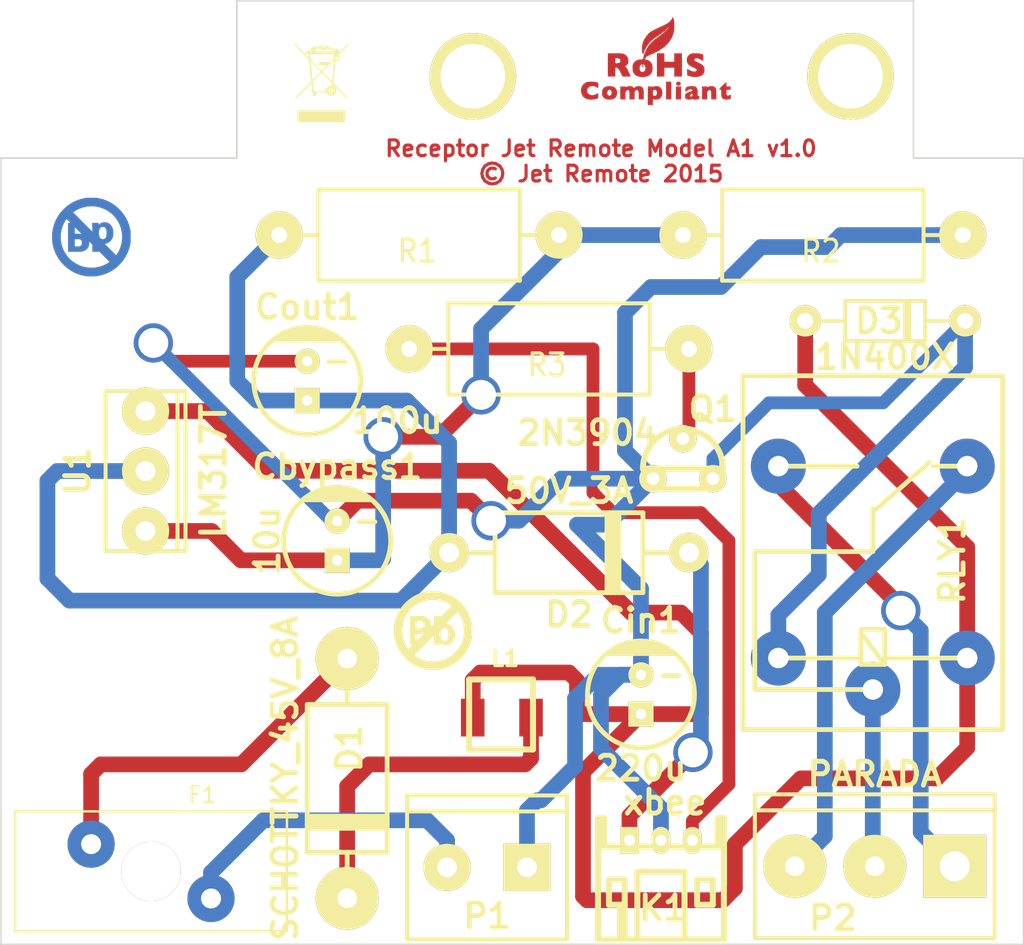
<source format=kicad_pcb>
(kicad_pcb (version 4) (host pcbnew 0.201506182253+5783~23~ubuntu15.04.1-product)
  (layers (0 F.Cu signal) (31 B.Cu signal) (34 B.Paste user hide) (35 F.Paste user hide) (36 B.SilkS user hide) (37 F.SilkS user) (38 B.Mask user hide) (39 F.Mask user hide) (44 Edge.Cuts user))
  (net 0 "")
  (net 1 "Net-(P2-Pad1)")
  (net 2 "Net-(P2-Pad3)")
  (net 3 "Net-(D1-Pad2)")
  (net 4 "Net-(D3-Pad2)")
  (net 5 "Net-(Q1-Pad2)")
  (net 6 GND)
  (net 7 "Net-(D1-Pad1)")
  (net 8 +12V)
  (net 9 "Net-(K1-Pad3)")
  (net 10 "Net-(P2-Pad2)")
  (net 11 "Net-(Cbypass1-Pad1)")
  (net 12 "Net-(Cin1-Pad1)")
  (net 13 "Net-(Cout1-Pad1)")
  (net 14 "Net-(D2-Pad2)")
  (module Connect:1pin (layer F.Cu) (at 144 54.8)
    (fp_text reference "" (at 0 -3.048) (layer F.SilkS))
    (fp_text value "")
    (pad 2 thru_hole circle (at 0 0) (size 5.5 5.5) (drill 4.1) (layers *.Cu *.Mask F.SilkS))
  )
  (module Connect:1pin (layer F.Cu) (at 120 54.8)
    (fp_text reference "" (at 0 -3.048) (layer F.SilkS))
    (fp_text value "")
    (pad 1 thru_hole circle (at 0 0) (size 5.5 5.5) (drill 4.1) (layers *.Cu *.Mask F.SilkS))
  )
  (module w_pth_diodes:diode_do201 (layer F.Cu) (at 112.014 99.441 270)
    (fp_text reference D1 (at -1.905 -0.127 270) (layer F.SilkS) (effects (font (thickness 0.3048))))
    (fp_text value SCHOTTKY_45V_8A (at 0 3.937 270) (layer F.SilkS) (effects (font (thickness 0.3048))))
    (pad 1 thru_hole circle (at -7.62 0 270) (size 4 4) (drill 1.24968) (layers *.Cu *.Mask F.SilkS) (net 7 "Net-(D1-Pad1)"))
    (pad 2 thru_hole circle (at 7.62 0 270) (size 4 4) (drill 1.24968) (layers *.Cu *.Mask F.SilkS) (net 3 "Net-(D1-Pad2)"))
  )
  (module w_pth_diodes:diode_do201 (layer F.Cu) (at 126.111 85.09)
    (fp_text reference D2 (at 0 3.937) (layer F.SilkS) (effects (font (thickness 0.3048))))
    (fp_text value 50V_3A (at 0 -3.937) (layer F.SilkS) (effects (font (thickness 0.3048))))
    (pad 1 thru_hole circle (at -7.62 0) (size 2.49936 2.49936) (drill 1.24968) (layers *.Cu *.Mask F.SilkS) (net 13 "Net-(Cout1-Pad1)"))
    (pad 2 thru_hole circle (at 7.62 0) (size 2.49936 2.49936) (drill 1.24968) (layers *.Cu *.Mask F.SilkS) (net 14 "Net-(D2-Pad2)"))
  )
  (module w_pth_diodes:diode_do41 (layer F.Cu) (at 146.2 70.35)
    (fp_text reference D3 (at -0.404 0.008) (layer F.SilkS) (effects (font (thickness 0.3048))))
    (fp_text value 1N400X (at -0.023 2.294) (layer F.SilkS) (effects (font (thickness 0.3048))))
    (pad 1 thru_hole circle (at -5.08 0) (size 1.99898 1.99898) (drill 1.00076) (layers *.Cu *.Mask F.SilkS) (net 12 "Net-(Cin1-Pad1)"))
    (pad 2 thru_hole circle (at 5.08 0) (size 1.99898 1.99898) (drill 1.00076) (layers *.Cu *.Mask F.SilkS) (net 4 "Net-(D3-Pad2)"))
  )
  (module FuseHolder_JetRemote:Fuseholder_JetRemote (layer F.Cu) (at 99.55 105.35 180)
    (fp_text reference F1 (at -3.25 4.85 180) (layer F.SilkS))
    (fp_text value FUSE)
    (pad 1 thru_hole circle (at -3.81 -1.7272 180) (size 3 3) (drill 1.27) (layers *.Cu *.Mask) (net 8 +12V))
    (pad "" thru_hole circle (at 0 0 180) (size 3.7846 3.7846) (drill 3.7846) (layers *.Cu *.Mask))
    (pad 2 thru_hole circle (at 3.81 1.7272 180) (size 3 3) (drill 1.27) (layers *.Cu *.Mask) (net 7 "Net-(D1-Pad1)"))
  )
  (module w_conn_jst-ph:s3b-ph-kl (layer F.Cu) (at 131.953 103.378)
    (fp_text reference K1 (at 0.127 4.318) (layer F.SilkS) (effects (font (thickness 0.3048))))
    (fp_text value xbee (at 0.254 -2.413) (layer F.SilkS) (effects (font (thickness 0.3048))))
    (pad 1 thru_hole rect (at -1.99898 0) (size 1.19888 1.69926) (drill 0.70104) (layers *.Cu *.Mask F.SilkS) (net 14 "Net-(D2-Pad2)"))
    (pad 2 thru_hole oval (at 0 0) (size 1.19888 1.69926) (drill 0.70104) (layers *.Cu *.Mask F.SilkS) (net 6 GND))
    (pad 3 thru_hole oval (at 1.99898 0) (size 1.19888 1.69926) (drill 0.70104) (layers *.Cu *.Mask F.SilkS) (net 9 "Net-(K1-Pad3)"))
  )
  (module w_conn_screw:mors_2p (layer F.Cu) (at 120.9 105.1 180)
    (fp_text reference P1 (at -0.004 -3.104 180) (layer F.SilkS) (effects (font (thickness 0.3048))))
    (fp_text value "" (at 0 5.842 180) (layer F.SilkS) (effects (font (thickness 0.3048))))
    (pad 1 thru_hole rect (at -2.54 0 180) (size 2.99974 2.99974) (drill 1.24968) (layers *.Cu *.Mask F.SilkS) (net 6 GND))
    (pad 2 thru_hole circle (at 2.54 0 180) (size 2.99974 2.99974) (drill 1.24968) (layers *.Cu *.Mask F.SilkS) (net 8 +12V))
  )
  (module w_conn_screw:mors_3p (layer F.Cu) (at 145.542 105.029 180)
    (fp_text reference P2 (at 2.667 -3.302 180) (layer F.SilkS) (effects (font (thickness 0.3048))))
    (fp_text value PARADA (at 0 5.842 180) (layer F.SilkS) (effects (font (thickness 0.3048))))
    (pad 1 thru_hole rect (at -5.08 0 180) (size 4 4) (drill 1.24968) (layers *.Cu *.Mask F.SilkS) (net 1 "Net-(P2-Pad1)"))
    (pad 2 thru_hole circle (at 0 0 180) (size 4 4) (drill 1.24968) (layers *.Cu *.Mask F.SilkS) (net 10 "Net-(P2-Pad2)"))
    (pad 3 thru_hole circle (at 5.08 0 180) (size 4 4) (drill 1.24968) (layers *.Cu *.Mask F.SilkS) (net 2 "Net-(P2-Pad3)"))
  )
  (module w_to:to92_3 (layer F.Cu) (at 133.35 79.75)
    (fp_text reference Q1 (at 1.905 -3.804) (layer F.SilkS) (effects (font (thickness 0.3048))))
    (fp_text value 2N3904 (at -6.096 -2.28) (layer F.SilkS) (effects (font (thickness 0.3048))))
    (pad 1 thru_hole circle (at 1.905 0.635) (size 1.75006 1.75006) (drill 0.8001) (layers *.Cu *.Mask F.SilkS) (net 4 "Net-(D3-Pad2)"))
    (pad 2 thru_hole circle (at 0 -1.905) (size 1.75006 1.75006) (drill 0.8001) (layers *.Cu *.Mask F.SilkS) (net 5 "Net-(Q1-Pad2)"))
    (pad 3 thru_hole circle (at -1.905 0.635) (size 1.75006 1.75006) (drill 0.8001) (layers *.Cu *.Mask F.SilkS) (net 6 GND))
  )
  (module w_pth_resistors:R12x5.2 (layer F.Cu) (at 116.586 64.897 180)
    (fp_text reference R1 (at 0.127 -1.016 180) (layer F.SilkS) (effects (font (size 1.397 1.27) (thickness 0.2032))))
    (fp_text value 220Ω hide)
    (pad 1 thru_hole circle (at -8.89 0 180) (size 2.99974 2.99974) (drill 1.00076) (layers *.Cu *.Mask F.SilkS) (net 11 "Net-(Cbypass1-Pad1)"))
    (pad 2 thru_hole circle (at 8.89 0 180) (size 2.99974 2.99974) (drill 1.00076) (layers *.Cu *.Mask F.SilkS) (net 13 "Net-(Cout1-Pad1)"))
  )
  (module w_pth_resistors:R12x5.2 (layer F.Cu) (at 142.24 64.897 180)
    (fp_text reference R2 (at 0.127 -1.016 180) (layer F.SilkS) (effects (font (size 1.397 1.27) (thickness 0.2032))))
    (fp_text value 360Ω hide)
    (pad 1 thru_hole circle (at -8.89 0 180) (size 2.99974 2.99974) (drill 1.00076) (layers *.Cu *.Mask F.SilkS) (net 6 GND))
    (pad 2 thru_hole circle (at 8.89 0 180) (size 2.99974 2.99974) (drill 1.00076) (layers *.Cu *.Mask F.SilkS) (net 11 "Net-(Cbypass1-Pad1)"))
  )
  (module w_pth_resistors:R12x5.2 (layer F.Cu) (at 124.841 72.136 180)
    (fp_text reference R3 (at 0.127 -1.016 180) (layer F.SilkS) (effects (font (size 1.397 1.27) (thickness 0.2032))))
    (fp_text value R hide)
    (pad 1 thru_hole circle (at -8.89 0 180) (size 2.99974 2.99974) (drill 1.00076) (layers *.Cu *.Mask F.SilkS) (net 5 "Net-(Q1-Pad2)"))
    (pad 2 thru_hole circle (at 8.89 0 180) (size 2.99974 2.99974) (drill 1.00076) (layers *.Cu *.Mask F.SilkS) (net 9 "Net-(K1-Pad3)"))
  )
  (module Relay_JetRemote_G5LE-1:relay_PE (layer F.Cu) (at 145.415 85.09 90)
    (fp_text reference RLY1 (at -0.5 5.05 90) (layer F.SilkS) (effects (font (thickness 0.3048))))
    (fp_text value "" (at 0 -10 90) (layer F.SilkS) (effects (font (thickness 0.3048))))
    (pad 5 thru_hole circle (at -6.7 6 270) (size 3.5 3.5) (drill 1.3) (layers *.Cu *.Mask) (net 12 "Net-(Cin1-Pad1)"))
    (pad 1 thru_hole circle (at -8.7 0 270) (size 3.5 3.5) (drill 1.3) (layers *.Cu *.Mask) (net 10 "Net-(P2-Pad2)"))
    (pad 4 thru_hole circle (at 5.5 6 270) (size 3.5 3.5) (drill 1.3) (layers *.Cu *.Mask) (net 2 "Net-(P2-Pad3)"))
    (pad 3 thru_hole circle (at 5.5 -6 90) (size 3.5 3.5) (drill 1.3) (layers *.Cu *.Mask) (net 1 "Net-(P2-Pad1)"))
    (pad 2 thru_hole circle (at -6.7 -6 270) (size 3.5 3.5) (drill 1.3) (layers *.Cu *.Mask) (net 4 "Net-(D3-Pad2)"))
  )
  (module w_to:to220 (layer F.Cu) (at 99.2 79.9 270)
    (fp_text reference U1 (at 0 4.318 270) (layer F.SilkS) (effects (font (thickness 0.3048))))
    (fp_text value LM317T (at 0 -4.318 270) (layer F.SilkS) (effects (font (thickness 0.3048))))
    (pad 1 thru_hole circle (at 3.81 0 270) (size 3 3) (drill 1.24968) (layers *.Cu *.Mask F.SilkS) (net 11 "Net-(Cbypass1-Pad1)"))
    (pad 2 thru_hole circle (at 0 0 270) (size 3 3) (drill 1.24968) (layers *.Cu *.Mask F.SilkS) (net 13 "Net-(Cout1-Pad1)"))
    (pad 3 thru_hole circle (at -3.81 0 270) (size 3 3) (drill 1.24968) (layers *.Cu *.Mask F.SilkS) (net 12 "Net-(Cin1-Pad1)"))
  )
  (module w_capacitors:CP_6.3x11mm (layer F.Cu) (at 111.379 84.328)
    (fp_text reference Cbypass1 (at 0 -4.7) (layer F.SilkS) (effects (font (thickness 0.3048))))
    (fp_text value 10u (at -4.445 0 90) (layer F.SilkS) (effects (font (thickness 0.3048))))
    (pad 1 thru_hole rect (at 0 1.25) (size 1.6 1.6) (drill 0.65) (layers *.Cu *.Mask F.SilkS) (net 11 "Net-(Cbypass1-Pad1)"))
    (pad 2 thru_hole circle (at 0 -1.25) (size 1.6 1.6) (drill 0.65) (layers *.Cu *.Mask F.SilkS) (net 6 GND))
  )
  (module w_capacitors:CP_6.3x11mm (layer F.Cu) (at 130.683 94.107)
    (fp_text reference Cin1 (at 0 -4.7) (layer F.SilkS) (effects (font (thickness 0.3048))))
    (fp_text value 220u (at 0 4.7) (layer F.SilkS) (effects (font (thickness 0.3048))))
    (pad 1 thru_hole rect (at 0 1.25) (size 1.6 1.6) (drill 0.65) (layers *.Cu *.Mask F.SilkS) (net 12 "Net-(Cin1-Pad1)"))
    (pad 2 thru_hole circle (at 0 -1.25) (size 1.6 1.6) (drill 0.65) (layers *.Cu *.Mask F.SilkS) (net 6 GND))
  )
  (module w_capacitors:CP_6.3x11mm (layer F.Cu) (at 109.474 74.168)
    (fp_text reference Cout1 (at 0 -4.7) (layer F.SilkS) (effects (font (thickness 0.3048))))
    (fp_text value 100u (at 5.715 2.54) (layer F.SilkS) (effects (font (thickness 0.3048))))
    (pad 1 thru_hole rect (at 0 1.25) (size 1.6 1.6) (drill 0.65) (layers *.Cu *.Mask F.SilkS) (net 13 "Net-(Cout1-Pad1)"))
    (pad 2 thru_hole circle (at 0 -1.25) (size 1.6 1.6) (drill 0.65) (layers *.Cu *.Mask F.SilkS) (net 6 GND))
  )
  (module jet_remote_inductor_SRP4020TA:inductor_smd_BOURNS_SRP4020TA (layer F.Cu) (at 121.793 95.377)
    (fp_text reference L1 (at 0.254 -3.556) (layer F.SilkS) (effects (font (size 0.99822 0.99822) (thickness 0.19812))))
    (fp_text value "" (at 0 4.7498) (layer F.SilkS) (effects (font (size 0.99822 0.99822) (thickness 0.19812))))
    (pad 1 smd rect (at -1.8 0.2 90) (size 2.4 1.5) (layers F.Cu F.Paste F.Mask) (net 12 "Net-(Cin1-Pad1)"))
    (pad 2 smd rect (at 1.905 0.2 90) (size 2.4 1.5) (layers F.Cu F.Paste F.Mask) (net 3 "Net-(D1-Pad2)"))
  )
  (module w_logo:Logo_copper_Lead-Free_5x5mm (layer B.Cu) (at 95.758 65.024)
    (fp_text reference G*** hide)
    (fp_text value LOGO hide)
    (fp_poly (pts (xy 2.49936 0.03302) (xy 2.49682 -0.05588) (xy 2.49682 -0.08128) (xy 2.49428 -0.3683) (xy 2.47904 -0.4191) (xy 2.47142 -0.44704) (xy 2.46634 -0.47752) (xy 2.46126 -0.50546) (xy 2.46126 -0.51308) (xy 2.45364 -0.55626) (xy 2.44348 -0.5842) (xy 2.43586 -0.60706) (xy 2.42824 -0.63246) (xy 2.4257 -0.65278) (xy 2.42062 -0.67818) (xy 2.413 -0.70358) (xy 2.40792 -0.72136) (xy 2.39776 -0.74422) (xy 2.39268 -0.76708) (xy 2.39014 -0.77978) (xy 2.38506 -0.8001) (xy 2.37744 -0.82296) (xy 2.37236 -0.83312) (xy 2.3622 -0.85344) (xy 2.35458 -0.87122) (xy 2.35204 -0.88138) (xy 2.34696 -0.89916) (xy 2.33934 -0.91948) (xy 2.3368 -0.92202) (xy 2.32918 -0.93726) (xy 2.32156 -0.95758) (xy 2.31902 -0.97282) (xy 2.31394 -0.99314) (xy 2.30632 -1.00838) (xy 2.30124 -1.016) (xy 2.29362 -1.02616) (xy 2.286 -1.0414) (xy 2.28346 -1.05156) (xy 2.27584 -1.06934) (xy 2.26568 -1.08712) (xy 2.2606 -1.09474) (xy 2.25298 -1.10998) (xy 2.24536 -1.12522) (xy 2.24536 -1.12522) (xy 2.24028 -1.143) (xy 2.23012 -1.1557) (xy 2.21996 -1.17094) (xy 2.21234 -1.18872) (xy 2.21234 -1.18872) (xy 2.20218 -1.20904) (xy 2.18948 -1.23444) (xy 2.17424 -1.25984) (xy 2.159 -1.28016) (xy 2.15646 -1.2827) (xy 2.1463 -1.2954) (xy 2.14122 -1.3081) (xy 2.14122 -1.31064) (xy 2.13868 -1.31826) (xy 2.13106 -1.33096) (xy 2.12344 -1.34112) (xy 2.11328 -1.35636) (xy 2.10312 -1.37414) (xy 2.10058 -1.37922) (xy 2.09296 -1.38938) (xy 2.08788 -1.39446) (xy 2.08788 -1.397) (xy 2.0828 -1.39954) (xy 2.07518 -1.4097) (xy 2.07518 -1.41224) (xy 2.06502 -1.42748) (xy 2.05232 -1.44526) (xy 2.04724 -1.45034) (xy 2.03708 -1.46304) (xy 2.032 -1.4732) (xy 2.02946 -1.47574) (xy 2.02946 -1.48082) (xy 2.02692 -1.4859) (xy 2.02184 -1.49352) (xy 2.01168 -1.50622) (xy 1.99644 -1.524) (xy 1.97612 -1.5494) (xy 1.9685 -1.55448) (xy 1.95326 -1.5748) (xy 1.95072 -1.57734) (xy 1.95072 -0.00762) (xy 1.95072 0.00762) (xy 1.95072 0.0254) (xy 1.95072 0.04572) (xy 1.95072 0.06858) (xy 1.94818 0.09652) (xy 1.94564 0.14732) (xy 1.94564 0.18796) (xy 1.9431 0.22098) (xy 1.94056 0.24638) (xy 1.93802 0.2667) (xy 1.93548 0.28194) (xy 1.93294 0.2921) (xy 1.9304 0.30226) (xy 1.92786 0.30734) (xy 1.92278 0.32512) (xy 1.9177 0.34798) (xy 1.91262 0.37338) (xy 1.91262 0.381) (xy 1.90754 0.41402) (xy 1.90246 0.4445) (xy 1.89484 0.4699) (xy 1.88722 0.49784) (xy 1.8796 0.51816) (xy 1.87452 0.54356) (xy 1.87198 0.5588) (xy 1.8669 0.58674) (xy 1.85928 0.6096) (xy 1.85674 0.61214) (xy 1.84912 0.62738) (xy 1.83896 0.6477) (xy 1.83642 0.6604) (xy 1.83134 0.68072) (xy 1.82372 0.6985) (xy 1.81864 0.70612) (xy 1.81102 0.72136) (xy 1.80594 0.73914) (xy 1.8034 0.74676) (xy 1.79832 0.76708) (xy 1.7907 0.7874) (xy 1.78816 0.79248) (xy 1.778 0.81026) (xy 1.76784 0.83058) (xy 1.76784 0.83312) (xy 1.75768 0.85344) (xy 1.74752 0.87376) (xy 1.74498 0.8763) (xy 1.73736 0.89154) (xy 1.73228 0.9017) (xy 1.73228 0.90424) (xy 1.7272 0.91186) (xy 1.71958 0.92202) (xy 1.71704 0.9271) (xy 1.70434 0.94488) (xy 1.69672 0.9652) (xy 1.69418 0.96774) (xy 1.68656 0.98552) (xy 1.6764 1.0033) (xy 1.67386 1.00838) (xy 1.6637 1.02362) (xy 1.65862 1.03378) (xy 1.65608 1.03632) (xy 1.65354 1.04394) (xy 1.64592 1.0541) (xy 1.63576 1.06426) (xy 1.6256 1.0795) (xy 1.62306 1.08712) (xy 1.6129 1.10236) (xy 1.60528 1.11252) (xy 1.60274 1.11506) (xy 1.59766 1.12268) (xy 1.59004 1.13538) (xy 1.59004 1.13792) (xy 1.58242 1.15062) (xy 1.57734 1.1557) (xy 1.5748 1.1557) (xy 1.57226 1.15316) (xy 1.55956 1.14046) (xy 1.54178 1.12522) (xy 1.51892 1.10236) (xy 1.49098 1.07442) (xy 1.45796 1.0414) (xy 1.4224 1.00584) (xy 1.38176 0.96774) (xy 1.34112 0.9271) (xy 1.29794 0.88392) (xy 1.25222 0.8382) (xy 1.20904 0.79502) (xy 1.16332 0.7493) (xy 1.14046 0.72644) (xy 1.14046 1.57734) (xy 1.12014 1.59766) (xy 1.1049 1.6129) (xy 1.08966 1.62052) (xy 1.08204 1.6256) (xy 1.0668 1.63322) (xy 1.0541 1.64338) (xy 1.0414 1.65354) (xy 1.0287 1.65862) (xy 1.01346 1.66624) (xy 1.0033 1.67386) (xy 0.99314 1.68148) (xy 0.9779 1.6891) (xy 0.97028 1.69164) (xy 0.9525 1.69926) (xy 0.93472 1.70942) (xy 0.93218 1.7145) (xy 0.91694 1.72466) (xy 0.89916 1.73228) (xy 0.89662 1.73228) (xy 0.87884 1.7399) (xy 0.8636 1.75006) (xy 0.86106 1.75006) (xy 0.84582 1.76022) (xy 0.82804 1.76784) (xy 0.8255 1.76784) (xy 0.80772 1.77546) (xy 0.79248 1.78308) (xy 0.79248 1.78562) (xy 0.77978 1.7907) (xy 0.762 1.79832) (xy 0.74422 1.8034) (xy 0.7239 1.80848) (xy 0.70358 1.8161) (xy 0.69342 1.82118) (xy 0.67818 1.8288) (xy 0.65786 1.83642) (xy 0.6477 1.83896) (xy 0.62738 1.84404) (xy 0.60452 1.8542) (xy 0.5969 1.85674) (xy 0.57404 1.8669) (xy 0.54102 1.87452) (xy 0.5334 1.87452) (xy 0.508 1.8796) (xy 0.48514 1.88468) (xy 0.46736 1.8923) (xy 0.4445 1.89992) (xy 0.41402 1.905) (xy 0.39624 1.90754) (xy 0.36068 1.91008) (xy 0.33274 1.91516) (xy 0.31242 1.9177) (xy 0.29464 1.92278) (xy 0.2794 1.92786) (xy 0.27432 1.9304) (xy 0.2667 1.93294) (xy 0.25908 1.93548) (xy 0.25146 1.93802) (xy 0.2413 1.93802) (xy 0.22606 1.94056) (xy 0.20828 1.94056) (xy 0.18288 1.94056) (xy 0.1524 1.94056) (xy 0.1143 1.94056) (xy 0.06858 1.9431) (xy 0.01016 1.9431) (xy 0.01016 1.9431) (xy -0.04572 1.9431) (xy -0.09144 1.9431) (xy -0.12954 1.94056) (xy -0.16002 1.94056) (xy -0.18542 1.94056) (xy -0.20574 1.94056) (xy -0.22098 1.93802) (xy -0.23368 1.93802) (xy -0.24384 1.93548) (xy -0.254 1.93294) (xy -0.26416 1.9304) (xy -0.2667 1.9304) (xy -0.2921 1.92278) (xy -0.32258 1.9177) (xy -0.35306 1.91262) (xy -0.3683 1.91008) (xy -0.39878 1.905) (xy -0.4318 1.89992) (xy -0.4572 1.8923) (xy -0.46736 1.88976) (xy -0.49276 1.88214) (xy -0.51816 1.87706) (xy -0.54102 1.87198) (xy -0.57404 1.8669) (xy -0.59436 1.85674) (xy -0.61214 1.84658) (xy -0.63246 1.83896) (xy -0.63754 1.83896) (xy -0.6604 1.83388) (xy -0.68072 1.82372) (xy -0.68834 1.82118) (xy -0.70612 1.81102) (xy -0.72898 1.8034) (xy -0.73914 1.80086) (xy -0.75692 1.79578) (xy -0.7747 1.78816) (xy -0.78232 1.78562) (xy -0.79502 1.77546) (xy -0.8128 1.77038) (xy -0.81534 1.76784) (xy -0.83312 1.76276) (xy -0.84582 1.75514) (xy -0.84836 1.7526) (xy -0.86106 1.74498) (xy -0.8763 1.73482) (xy -0.889 1.72974) (xy -0.90932 1.71958) (xy -0.9271 1.70942) (xy -0.93726 1.70434) (xy -0.94996 1.69672) (xy -0.96266 1.69418) (xy -0.9652 1.69418) (xy -0.97282 1.69164) (xy -0.98298 1.68402) (xy -0.99314 1.67386) (xy -1.01092 1.6637) (xy -1.01346 1.66116) (xy -1.03124 1.651) (xy -1.04902 1.64084) (xy -1.05156 1.6383) (xy -1.06172 1.62814) (xy -1.07188 1.6256) (xy -1.07188 1.6256) (xy -1.08204 1.62052) (xy -1.0922 1.6129) (xy -1.10236 1.60528) (xy -1.11506 1.59512) (xy -1.12522 1.59004) (xy -1.1303 1.5875) (xy -1.13538 1.58496) (xy -1.14808 1.57734) (xy -1.15824 1.56718) (xy -1.17856 1.5494) (xy -1.19634 1.5367) (xy -1.20904 1.52654) (xy -1.22174 1.51892) (xy -1.2319 1.5113) (xy -1.24968 1.49352) (xy -1.27254 1.4732) (xy -1.30048 1.45034) (xy -1.32842 1.4224) (xy -1.35636 1.397) (xy -1.3843 1.36906) (xy -1.4097 1.34366) (xy -1.41478 1.33604) (xy -1.4351 1.31318) (xy -1.45796 1.29286) (xy -1.47574 1.27254) (xy -1.48844 1.25984) (xy -1.49352 1.25476) (xy -1.50622 1.23952) (xy -1.51638 1.22428) (xy -1.52146 1.21666) (xy -1.52908 1.20396) (xy -1.53416 1.1938) (xy -1.5367 1.1938) (xy -1.54432 1.18618) (xy -1.55194 1.17602) (xy -1.5621 1.16078) (xy -1.57226 1.14808) (xy -1.5875 1.1303) (xy -1.60528 1.10744) (xy -1.61798 1.08458) (xy -1.62814 1.0668) (xy -1.62814 1.0668) (xy -1.63322 1.05664) (xy -1.6383 1.04902) (xy -1.64084 1.04902) (xy -1.64592 1.04394) (xy -1.65354 1.03378) (xy -1.66116 1.01854) (xy -1.67132 1.00076) (xy -1.67894 0.98806) (xy -1.68402 0.98298) (xy -1.6891 0.97536) (xy -1.69418 0.96266) (xy -1.69418 0.96012) (xy -1.7018 0.94234) (xy -1.71196 0.92456) (xy -1.71196 0.92456) (xy -1.72212 0.90678) (xy -1.73228 0.889) (xy -1.73228 0.889) (xy -1.7399 0.87122) (xy -1.75006 0.85852) (xy -1.75006 0.85598) (xy -1.76022 0.84328) (xy -1.76784 0.8255) (xy -1.76784 0.8255) (xy -1.77292 0.81026) (xy -1.78054 0.78994) (xy -1.78562 0.78486) (xy -1.79578 0.76454) (xy -1.8034 0.74168) (xy -1.8034 0.73406) (xy -1.80848 0.71374) (xy -1.8161 0.69342) (xy -1.82118 0.68834) (xy -1.8288 0.67056) (xy -1.83642 0.65024) (xy -1.83896 0.64262) (xy -1.84404 0.6223) (xy -1.8542 0.59944) (xy -1.85674 0.59436) (xy -1.86436 0.57658) (xy -1.86944 0.55372) (xy -1.87452 0.5334) (xy -1.8796 0.508) (xy -1.88722 0.47752) (xy -1.89484 0.45466) (xy -1.90246 0.42672) (xy -1.90754 0.3937) (xy -1.91008 0.36576) (xy -1.91516 0.32512) (xy -1.92532 0.28702) (xy -1.92786 0.27686) (xy -1.94056 0.23622) (xy -1.9431 0.00254) (xy -1.9431 -0.23114) (xy -1.92786 -0.27686) (xy -1.92024 -0.30734) (xy -1.91262 -0.3429) (xy -1.90754 -0.381) (xy -1.90754 -0.38354) (xy -1.90246 -0.41656) (xy -1.89738 -0.4445) (xy -1.8923 -0.46482) (xy -1.8923 -0.46736) (xy -1.88468 -0.48514) (xy -1.8796 -0.508) (xy -1.87452 -0.52832) (xy -1.86944 -0.5588) (xy -1.85928 -0.58674) (xy -1.8542 -0.5969) (xy -1.84658 -0.61468) (xy -1.83896 -0.635) (xy -1.83642 -0.64516) (xy -1.83134 -0.66294) (xy -1.82372 -0.68326) (xy -1.81864 -0.69342) (xy -1.81102 -0.71374) (xy -1.8034 -0.7366) (xy -1.80086 -0.74676) (xy -1.79578 -0.76454) (xy -1.78816 -0.77978) (xy -1.78562 -0.78486) (xy -1.778 -0.79756) (xy -1.77038 -0.81534) (xy -1.7653 -0.8255) (xy -1.76022 -0.84328) (xy -1.7526 -0.85852) (xy -1.74752 -0.8636) (xy -1.73736 -0.87884) (xy -1.73228 -0.89408) (xy -1.72974 -0.89408) (xy -1.72212 -0.91186) (xy -1.71196 -0.9271) (xy -1.70434 -0.9398) (xy -1.69672 -0.95758) (xy -1.69418 -0.96266) (xy -1.6891 -0.9779) (xy -1.68148 -0.98806) (xy -1.67894 -0.9906) (xy -1.67132 -1.00076) (xy -1.6637 -1.016) (xy -1.66116 -1.02108) (xy -1.65354 -1.03632) (xy -1.64338 -1.04902) (xy -1.64084 -1.05156) (xy -1.63068 -1.06426) (xy -1.62306 -1.0795) (xy -1.62306 -1.0795) (xy -1.61544 -1.09474) (xy -1.60274 -1.11252) (xy -1.59512 -1.12014) (xy -1.57734 -1.14554) (xy -1.55702 -1.13284) (xy -1.54686 -1.12522) (xy -1.5367 -1.11506) (xy -1.5367 -1.11506) (xy -1.53162 -1.1049) (xy -1.52146 -1.09474) (xy -1.50622 -1.08204) (xy -1.4859 -1.06172) (xy -1.45796 -1.03632) (xy -1.42748 -1.00584) (xy -1.41732 -0.99568) (xy -1.4097 -0.98552) (xy -1.39954 -0.9779) (xy -1.39192 -0.96774) (xy -1.38684 -0.96266) (xy -1.37922 -0.95758) (xy -1.36906 -0.94742) (xy -1.35636 -0.93472) (xy -1.34366 -0.92202) (xy -1.33604 -0.91186) (xy -1.33096 -0.90678) (xy -1.33604 -0.90678) (xy -1.34874 -0.90678) (xy -1.36906 -0.90424) (xy -1.3843 -0.90424) (xy -1.41986 -0.90424) (xy -1.44526 -0.89916) (xy -1.46558 -0.89408) (xy -1.47574 -0.88392) (xy -1.47828 -0.87884) (xy -1.48082 -0.87376) (xy -1.48082 -0.86868) (xy -1.48082 -0.85598) (xy -1.48336 -0.84074) (xy -1.48336 -0.81788) (xy -1.48336 -0.79248) (xy -1.48336 -0.75946) (xy -1.48336 -0.72136) (xy -1.4859 -0.67564) (xy -1.4859 -0.6223) (xy -1.4859 -0.56134) (xy -1.4859 -0.49276) (xy -1.4859 -0.41656) (xy -1.4859 -0.3302) (xy -1.4859 -0.23622) (xy -1.4859 -0.13208) (xy -1.4859 -0.01778) (xy -1.4859 0.0254) (xy -1.48336 0.91694) (xy -1.47066 0.9271) (xy -1.46812 0.92964) (xy -1.46558 0.92964) (xy -1.4605 0.93218) (xy -1.45288 0.93218) (xy -1.44018 0.93472) (xy -1.42494 0.93472) (xy -1.40716 0.93472) (xy -1.38176 0.93726) (xy -1.35128 0.93726) (xy -1.31318 0.93726) (xy -1.26746 0.93726) (xy -1.21158 0.93726) (xy -1.14808 0.93726) (xy -1.09728 0.93726) (xy -1.01346 0.93726) (xy -0.9398 0.93726) (xy -0.87376 0.93726) (xy -0.81788 0.93472) (xy -0.76962 0.93472) (xy -0.72898 0.93472) (xy -0.69342 0.93218) (xy -0.66548 0.93218) (xy -0.64262 0.92964) (xy -0.6223 0.9271) (xy -0.6096 0.92456) (xy -0.5969 0.92202) (xy -0.58674 0.91694) (xy -0.5842 0.91694) (xy -0.56642 0.90932) (xy -0.5461 0.9017) (xy -0.5207 0.89662) (xy -0.51816 0.89662) (xy -0.49276 0.89154) (xy -0.47244 0.88646) (xy -0.45974 0.87884) (xy -0.44704 0.87122) (xy -0.42926 0.86614) (xy -0.4191 0.86106) (xy -0.39624 0.85344) (xy -0.38354 0.84328) (xy -0.37592 0.83312) (xy -0.3683 0.83058) (xy -0.36068 0.82804) (xy -0.34798 0.81788) (xy -0.3429 0.81534) (xy -0.32766 0.80264) (xy -0.31242 0.79248) (xy -0.30988 0.78994) (xy -0.29718 0.78232) (xy -0.28448 0.76708) (xy -0.26924 0.7493) (xy -0.254 0.73406) (xy -0.24384 0.71628) (xy -0.23622 0.70358) (xy -0.23368 0.6985) (xy -0.2286 0.69088) (xy -0.22352 0.6858) (xy -0.2159 0.68072) (xy -0.20574 0.66548) (xy -0.19558 0.6477) (xy -0.1905 0.63754) (xy -0.1778 0.6096) (xy -0.17018 0.5842) (xy -0.1651 0.55626) (xy -0.16256 0.54864) (xy -0.16002 0.52578) (xy -0.15494 0.50546) (xy -0.14986 0.49022) (xy -0.14986 0.48768) (xy -0.14478 0.47752) (xy -0.14224 0.46482) (xy -0.1397 0.44704) (xy -0.1397 0.42164) (xy -0.13716 0.38862) (xy -0.13716 0.381) (xy -0.13462 0.28956) (xy -0.10922 0.3175) (xy -0.09398 0.33274) (xy -0.08128 0.34544) (xy -0.07366 0.35306) (xy -0.07366 0.35306) (xy -0.04826 0.37846) (xy -0.0254 0.40132) (xy -0.00254 0.42418) (xy 0.0127 0.44196) (xy 0.0254 0.4572) (xy 0.0381 0.46736) (xy 0.04572 0.47244) (xy 0.05842 0.48006) (xy 0.05842 0.6985) (xy 0.05842 0.75184) (xy 0.05842 0.79502) (xy 0.05842 0.83058) (xy 0.05842 0.85852) (xy 0.05842 0.88138) (xy 0.05842 0.89662) (xy 0.06096 0.90932) (xy 0.06096 0.91694) (xy 0.0635 0.92202) (xy 0.06604 0.92456) (xy 0.06858 0.9271) (xy 0.07112 0.92964) (xy 0.0762 0.93218) (xy 0.08128 0.93218) (xy 0.09144 0.93472) (xy 0.10414 0.93472) (xy 0.12446 0.93726) (xy 0.14986 0.93726) (xy 0.18288 0.93726) (xy 0.22352 0.93726) (xy 0.26162 0.93726) (xy 0.3048 0.93726) (xy 0.34544 0.93726) (xy 0.381 0.93726) (xy 0.41148 0.93472) (xy 0.43434 0.93472) (xy 0.44958 0.93472) (xy 0.45466 0.93472) (xy 0.46228 0.9271) (xy 0.4699 0.9144) (xy 0.4699 0.9144) (xy 0.47498 0.90424) (xy 0.47752 0.9017) (xy 0.4826 0.90932) (xy 0.4826 0.90932) (xy 0.49022 0.91948) (xy 0.50038 0.93218) (xy 0.51308 0.94488) (xy 0.52578 0.95758) (xy 0.5334 0.96266) (xy 0.53594 0.96266) (xy 0.54102 0.96774) (xy 0.55118 0.9779) (xy 0.56388 0.9906) (xy 0.56642 0.99314) (xy 0.5842 1.01346) (xy 0.60706 1.03632) (xy 0.6223 1.05156) (xy 0.63754 1.06426) (xy 0.6477 1.07696) (xy 0.65532 1.08458) (xy 0.65532 1.08458) (xy 0.66802 1.09728) (xy 0.6858 1.11506) (xy 0.70612 1.13538) (xy 0.72644 1.15316) (xy 0.74168 1.17094) (xy 0.74422 1.17094) (xy 0.75946 1.18364) (xy 0.76708 1.1938) (xy 0.77216 1.19888) (xy 0.7747 1.2065) (xy 0.78486 1.21666) (xy 0.79756 1.22936) (xy 0.8001 1.2319) (xy 0.81534 1.2446) (xy 0.8255 1.2573) (xy 0.83312 1.26238) (xy 0.83312 1.26238) (xy 0.8382 1.26746) (xy 0.8509 1.28016) (xy 0.86614 1.2954) (xy 0.88392 1.31318) (xy 0.88646 1.31572) (xy 0.90424 1.3335) (xy 0.92202 1.35128) (xy 0.93218 1.36398) (xy 0.9398 1.36906) (xy 0.9398 1.36906) (xy 0.94742 1.37668) (xy 0.95758 1.38684) (xy 0.95758 1.38684) (xy 0.97028 1.39954) (xy 0.9779 1.40716) (xy 0.9779 1.40716) (xy 0.9906 1.41986) (xy 1.0033 1.4351) (xy 1.02362 1.45034) (xy 1.02616 1.45542) (xy 1.0414 1.46812) (xy 1.05156 1.47828) (xy 1.0541 1.48336) (xy 1.05918 1.48844) (xy 1.0668 1.4986) (xy 1.0795 1.5113) (xy 1.0922 1.524) (xy 1.1049 1.53416) (xy 1.11252 1.53924) (xy 1.11252 1.53924) (xy 1.1176 1.54432) (xy 1.12522 1.55448) (xy 1.1303 1.55956) (xy 1.14046 1.57734) (xy 1.14046 0.72644) (xy 1.12014 0.70358) (xy 1.07696 0.6604) (xy 1.03632 0.61976) (xy 0.99822 0.58166) (xy 0.96266 0.5461) (xy 0.93218 0.51562) (xy 0.90424 0.48768) (xy 0.88392 0.46482) (xy 0.86868 0.44958) (xy 0.85852 0.43942) (xy 0.85598 0.43434) (xy 0.8636 0.4318) (xy 0.8763 0.42926) (xy 0.889 0.42672) (xy 0.91186 0.42164) (xy 0.93726 0.41402) (xy 0.94742 0.40894) (xy 0.96774 0.40386) (xy 0.9906 0.39878) (xy 0.99822 0.39878) (xy 1.02362 0.3937) (xy 1.03632 0.38608) (xy 1.05156 0.37592) (xy 1.06934 0.36576) (xy 1.07442 0.36322) (xy 1.08966 0.3556) (xy 1.10236 0.34798) (xy 1.10744 0.3429) (xy 1.1176 0.33528) (xy 1.13284 0.32766) (xy 1.13284 0.32766) (xy 1.143 0.32004) (xy 1.15824 0.30734) (xy 1.17602 0.2921) (xy 1.1938 0.27432) (xy 1.21412 0.25654) (xy 1.22936 0.23876) (xy 1.24206 0.22352) (xy 1.24968 0.21336) (xy 1.25222 0.20828) (xy 1.25476 0.20066) (xy 1.26492 0.1905) (xy 1.27 0.18288) (xy 1.28016 0.17018) (xy 1.28778 0.16002) (xy 1.29032 0.15748) (xy 1.29286 0.14986) (xy 1.30048 0.13716) (xy 1.30302 0.13716) (xy 1.31318 0.12446) (xy 1.3208 0.10668) (xy 1.32334 0.1016) (xy 1.33096 0.08382) (xy 1.33858 0.06858) (xy 1.34366 0.06604) (xy 1.35128 0.04826) (xy 1.3589 0.02286) (xy 1.3589 0.01778) (xy 1.36398 -0.00508) (xy 1.3716 -0.03048) (xy 1.37668 -0.04826) (xy 1.3843 -0.07112) (xy 1.39192 -0.10668) (xy 1.39446 -0.14732) (xy 1.397 -0.19812) (xy 1.39954 -0.254) (xy 1.397 -0.31242) (xy 1.397 -0.34798) (xy 1.39446 -0.38354) (xy 1.39192 -0.41148) (xy 1.38938 -0.42926) (xy 1.38684 -0.4445) (xy 1.3843 -0.45466) (xy 1.38176 -0.45974) (xy 1.37922 -0.46482) (xy 1.3716 -0.4826) (xy 1.36398 -0.508) (xy 1.36144 -0.52578) (xy 1.35382 -0.55626) (xy 1.34874 -0.57912) (xy 1.34112 -0.59436) (xy 1.33096 -0.6096) (xy 1.32334 -0.62484) (xy 1.32334 -0.62738) (xy 1.31826 -0.64008) (xy 1.30556 -0.6604) (xy 1.29286 -0.68072) (xy 1.27762 -0.70358) (xy 1.27254 -0.7112) (xy 1.25984 -0.72644) (xy 1.24968 -0.74422) (xy 1.24968 -0.74422) (xy 1.2446 -0.75438) (xy 1.2319 -0.76708) (xy 1.21666 -0.78486) (xy 1.19634 -0.80264) (xy 1.17602 -0.82296) (xy 1.15824 -0.8382) (xy 1.143 -0.8509) (xy 1.1303 -0.86106) (xy 1.12522 -0.8636) (xy 1.1176 -0.86614) (xy 1.10744 -0.87376) (xy 1.10236 -0.8763) (xy 1.08712 -0.88646) (xy 1.0668 -0.89408) (xy 1.0668 -0.89408) (xy 1.04902 -0.9017) (xy 1.03124 -0.91186) (xy 1.02616 -0.9144) (xy 1.016 -0.91948) (xy 1.0033 -0.92456) (xy 0.98552 -0.92964) (xy 0.96774 -0.93218) (xy 0.96774 -0.23876) (xy 0.96774 -0.21082) (xy 0.9652 -0.1905) (xy 0.96012 -0.1778) (xy 0.95758 -0.16256) (xy 0.95504 -0.14224) (xy 0.9525 -0.11684) (xy 0.94996 -0.08128) (xy 0.94742 -0.06604) (xy 0.94488 -0.04064) (xy 0.94234 -0.02286) (xy 0.93726 -0.01016) (xy 0.93218 0) (xy 0.92964 0) (xy 0.92202 0.01524) (xy 0.91694 0.02794) (xy 0.91694 0.03048) (xy 0.91186 0.04064) (xy 0.9017 0.05588) (xy 0.88646 0.07112) (xy 0.87122 0.08382) (xy 0.85344 0.09398) (xy 0.8509 0.09652) (xy 0.83312 0.10668) (xy 0.81788 0.11684) (xy 0.81026 0.12192) (xy 0.80518 0.12446) (xy 0.79248 0.127) (xy 0.77978 0.12954) (xy 0.75692 0.12954) (xy 0.72898 0.12954) (xy 0.70104 0.12954) (xy 0.68072 0.12954) (xy 0.66548 0.127) (xy 0.65532 0.12446) (xy 0.6477 0.12192) (xy 0.64008 0.11684) (xy 0.63754 0.1143) (xy 0.6223 0.10414) (xy 0.60452 0.09652) (xy 0.60198 0.09398) (xy 0.59182 0.0889) (xy 0.5842 0.08382) (xy 0.5842 0.08382) (xy 0.58166 0.07874) (xy 0.57404 0.06604) (xy 0.56388 0.05588) (xy 0.55372 0.04064) (xy 0.54356 0.02794) (xy 0.54356 0.02286) (xy 0.53848 0.01524) (xy 0.53086 0.00254) (xy 0.52578 0) (xy 0.51562 -0.01524) (xy 0.51054 -0.03302) (xy 0.50546 -0.05588) (xy 0.50038 -0.08128) (xy 0.49276 -0.10668) (xy 0.48768 -0.12446) (xy 0.4826 -0.13716) (xy 0.48006 -0.14732) (xy 0.47752 -0.16256) (xy 0.47752 -0.18034) (xy 0.47752 -0.2032) (xy 0.47498 -0.23368) (xy 0.47498 -0.25654) (xy 0.47498 -0.29464) (xy 0.47752 -0.32258) (xy 0.47752 -0.3429) (xy 0.48006 -0.35814) (xy 0.4826 -0.3683) (xy 0.48514 -0.37846) (xy 0.48514 -0.381) (xy 0.49022 -0.39624) (xy 0.49784 -0.41656) (xy 0.50292 -0.44196) (xy 0.50292 -0.44704) (xy 0.51054 -0.47752) (xy 0.51562 -0.4953) (xy 0.5207 -0.50292) (xy 0.53086 -0.51562) (xy 0.53848 -0.53086) (xy 0.53848 -0.5334) (xy 0.54356 -0.54356) (xy 0.55626 -0.56134) (xy 0.5715 -0.57912) (xy 0.58166 -0.58674) (xy 0.5969 -0.60452) (xy 0.6096 -0.61722) (xy 0.6223 -0.62484) (xy 0.63754 -0.62992) (xy 0.65786 -0.635) (xy 0.66294 -0.63754) (xy 0.69088 -0.64262) (xy 0.7112 -0.6477) (xy 0.72644 -0.6477) (xy 0.74168 -0.6477) (xy 0.75946 -0.64262) (xy 0.76708 -0.64008) (xy 0.7874 -0.63754) (xy 0.80518 -0.635) (xy 0.8128 -0.63246) (xy 0.82296 -0.62992) (xy 0.8382 -0.62484) (xy 0.85598 -0.61214) (xy 0.86614 -0.60198) (xy 0.88392 -0.58674) (xy 0.89662 -0.5715) (xy 0.90932 -0.55372) (xy 0.92202 -0.52832) (xy 0.92456 -0.52324) (xy 0.93472 -0.49784) (xy 0.94234 -0.48006) (xy 0.94742 -0.45974) (xy 0.94996 -0.43688) (xy 0.94996 -0.42926) (xy 0.9525 -0.39878) (xy 0.95758 -0.3683) (xy 0.96012 -0.34036) (xy 0.96012 -0.33782) (xy 0.9652 -0.3048) (xy 0.96774 -0.27178) (xy 0.96774 -0.23876) (xy 0.96774 -0.93218) (xy 0.96266 -0.93218) (xy 0.9398 -0.93472) (xy 0.91186 -0.93726) (xy 0.88646 -0.94234) (xy 0.86614 -0.94488) (xy 0.85344 -0.94742) (xy 0.85344 -0.94742) (xy 0.83058 -0.94996) (xy 0.81788 -0.94742) (xy 0.80518 -0.94488) (xy 0.78486 -0.9398) (xy 0.75946 -0.93726) (xy 0.7366 -0.93472) (xy 0.70612 -0.92964) (xy 0.6858 -0.9271) (xy 0.67056 -0.92202) (xy 0.6604 -0.91694) (xy 0.65786 -0.91694) (xy 0.64262 -0.90678) (xy 0.62484 -0.89916) (xy 0.6223 -0.89662) (xy 0.59182 -0.88138) (xy 0.5588 -0.86106) (xy 0.52832 -0.83566) (xy 0.51308 -0.81788) (xy 0.49784 -0.8001) (xy 0.48514 -0.79248) (xy 0.47752 -0.79248) (xy 0.47244 -0.8001) (xy 0.4699 -0.82042) (xy 0.46736 -0.8382) (xy 0.46482 -0.8636) (xy 0.46228 -0.88138) (xy 0.45466 -0.89154) (xy 0.44196 -0.89662) (xy 0.42164 -0.9017) (xy 0.41402 -0.9017) (xy 0.3937 -0.90424) (xy 0.3683 -0.90424) (xy 0.33782 -0.90424) (xy 0.30226 -0.90424) (xy 0.26416 -0.90424) (xy 0.22352 -0.90424) (xy 0.18542 -0.90424) (xy 0.14986 -0.9017) (xy 0.11684 -0.9017) (xy 0.0889 -0.89916) (xy 0.06858 -0.89916) (xy 0.05588 -0.89662) (xy 0.05334 -0.89662) (xy 0.04318 -0.889) (xy 0.0381 -0.8763) (xy 0.0381 -0.85852) (xy 0.04318 -0.83312) (xy 0.04318 -0.8255) (xy 0.04572 -0.8128) (xy 0.04826 -0.79502) (xy 0.0508 -0.7747) (xy 0.0508 -0.74676) (xy 0.05334 -0.71374) (xy 0.05334 -0.67056) (xy 0.05588 -0.6223) (xy 0.05588 -0.56642) (xy 0.05842 -0.34798) (xy 0.04572 -0.35814) (xy 0.0381 -0.36576) (xy 0.02286 -0.381) (xy 0 -0.40386) (xy -0.02286 -0.42926) (xy -0.05588 -0.46228) (xy -0.09398 -0.50038) (xy -0.13462 -0.54102) (xy -0.18034 -0.58674) (xy -0.2286 -0.635) (xy -0.28194 -0.68834) (xy -0.33528 -0.74168) (xy -0.39116 -0.79756) (xy -0.44704 -0.85598) (xy -0.50546 -0.91186) (xy -0.56388 -0.97282) (xy -0.60706 -1.01346) (xy -0.60706 0.36068) (xy -0.60706 0.36576) (xy -0.60706 0.40894) (xy -0.6096 0.44196) (xy -0.61468 0.4699) (xy -0.61976 0.48768) (xy -0.62992 0.50292) (xy -0.63246 0.508) (xy -0.64262 0.5207) (xy -0.65024 0.5334) (xy -0.65278 0.53594) (xy -0.65786 0.5461) (xy -0.67564 0.55372) (xy -0.68072 0.55626) (xy -0.6985 0.56388) (xy -0.71374 0.57404) (xy -0.71882 0.57658) (xy -0.73152 0.58166) (xy -0.75184 0.58674) (xy -0.77724 0.59182) (xy -0.8128 0.59436) (xy -0.85598 0.59436) (xy -0.90932 0.59436) (xy -0.93218 0.59436) (xy -1.05156 0.59436) (xy -1.0541 0.3683) (xy -1.0541 0.31242) (xy -1.0541 0.26416) (xy -1.0541 0.22606) (xy -1.0541 0.19558) (xy -1.05156 0.17272) (xy -1.05156 0.15748) (xy -1.04902 0.14478) (xy -1.04902 0.1397) (xy -1.04648 0.13716) (xy -1.03886 0.13462) (xy -1.02362 0.13208) (xy -0.99822 0.12954) (xy -0.97028 0.12954) (xy -0.93726 0.12954) (xy -0.90424 0.13208) (xy -0.87122 0.13208) (xy -0.84074 0.13462) (xy -0.81534 0.13716) (xy -0.79502 0.1397) (xy -0.79248 0.1397) (xy -0.76962 0.14478) (xy -0.74422 0.14732) (xy -0.72644 0.14986) (xy -0.70358 0.15748) (xy -0.67818 0.17272) (xy -0.65278 0.19558) (xy -0.65278 0.19558) (xy -0.64516 0.2032) (xy -0.635 0.21336) (xy -0.63246 0.2159) (xy -0.6223 0.2286) (xy -0.61468 0.24892) (xy -0.6096 0.27686) (xy -0.60706 0.31496) (xy -0.60706 0.36068) (xy -0.60706 -1.01346) (xy -0.6223 -1.03124) (xy -0.62992 -1.03632) (xy -0.62992 -0.19812) (xy -0.63246 -0.19558) (xy -0.64008 -0.19558) (xy -0.65024 -0.19812) (xy -0.66802 -0.2032) (xy -0.67818 -0.20574) (xy -0.68834 -0.20828) (xy -0.6985 -0.21082) (xy -0.71374 -0.21082) (xy -0.73152 -0.21336) (xy -0.75692 -0.21336) (xy -0.78994 -0.21336) (xy -0.83058 -0.2159) (xy -0.87376 -0.2159) (xy -0.91694 -0.2159) (xy -0.95504 -0.2159) (xy -0.98806 -0.21844) (xy -1.016 -0.21844) (xy -1.03632 -0.21844) (xy -1.04648 -0.21844) (xy -1.04902 -0.22098) (xy -1.05156 -0.22606) (xy -1.05156 -0.2413) (xy -1.05156 -0.26416) (xy -1.0541 -0.2921) (xy -1.0541 -0.32766) (xy -1.0541 -0.36322) (xy -1.0541 -0.40386) (xy -1.0541 -0.4445) (xy -1.0541 -0.4826) (xy -1.0541 -0.5207) (xy -1.0541 -0.55372) (xy -1.0541 -0.58166) (xy -1.05156 -0.60452) (xy -1.05156 -0.61722) (xy -1.04902 -0.6223) (xy -1.04394 -0.61722) (xy -1.03886 -0.6096) (xy -1.03124 -0.59944) (xy -1.0287 -0.5969) (xy -1.02362 -0.59182) (xy -1.01092 -0.58166) (xy -0.99568 -0.56896) (xy -0.9779 -0.54864) (xy -0.95758 -0.53086) (xy -0.93726 -0.508) (xy -0.92202 -0.49276) (xy -0.91694 -0.48768) (xy -0.90424 -0.47498) (xy -0.88646 -0.4572) (xy -0.86614 -0.43688) (xy -0.84328 -0.41656) (xy -0.82296 -0.3937) (xy -0.8001 -0.37084) (xy -0.77978 -0.35052) (xy -0.762 -0.33274) (xy -0.75184 -0.32258) (xy -0.74422 -0.3175) (xy -0.74422 -0.31496) (xy -0.7366 -0.30988) (xy -0.7239 -0.29718) (xy -0.70866 -0.2794) (xy -0.69088 -0.26162) (xy -0.67056 -0.24384) (xy -0.65532 -0.22606) (xy -0.64262 -0.21336) (xy -0.635 -0.20574) (xy -0.635 -0.20574) (xy -0.62992 -0.19812) (xy -0.62992 -1.03632) (xy -0.68072 -1.08966) (xy -0.7366 -1.14554) (xy -0.79248 -1.20142) (xy -0.84582 -1.25476) (xy -0.89662 -1.30556) (xy -0.94234 -1.35382) (xy -0.98552 -1.397) (xy -1.02616 -1.43764) (xy -1.06172 -1.47574) (xy -1.0922 -1.50622) (xy -1.1176 -1.53162) (xy -1.13538 -1.55194) (xy -1.14808 -1.56464) (xy -1.15316 -1.56972) (xy -1.1557 -1.56972) (xy -1.15062 -1.57988) (xy -1.14046 -1.5875) (xy -1.12522 -1.59512) (xy -1.10998 -1.60782) (xy -1.10744 -1.61036) (xy -1.09474 -1.61798) (xy -1.08458 -1.6256) (xy -1.08204 -1.6256) (xy -1.07442 -1.62814) (xy -1.06426 -1.63576) (xy -1.05918 -1.64084) (xy -1.04648 -1.651) (xy -1.03632 -1.65608) (xy -1.03378 -1.65608) (xy -1.02616 -1.65862) (xy -1.016 -1.66624) (xy -1.00838 -1.67132) (xy -0.9906 -1.68402) (xy -0.97282 -1.69164) (xy -0.96774 -1.69418) (xy -0.9525 -1.7018) (xy -0.93218 -1.71196) (xy -0.92964 -1.71704) (xy -0.9144 -1.72466) (xy -0.90424 -1.72974) (xy -0.89916 -1.73228) (xy -0.889 -1.73482) (xy -0.8763 -1.74244) (xy -0.87376 -1.74498) (xy -0.85852 -1.75514) (xy -0.84074 -1.7653) (xy -0.83566 -1.7653) (xy -0.81788 -1.77292) (xy -0.80518 -1.78308) (xy -0.8001 -1.78562) (xy -0.78994 -1.7907) (xy -0.77216 -1.79832) (xy -0.75946 -1.80086) (xy -0.7366 -1.80848) (xy -0.71628 -1.8161) (xy -0.70612 -1.82118) (xy -0.6858 -1.8288) (xy -0.66548 -1.83642) (xy -0.65786 -1.83896) (xy -0.635 -1.84404) (xy -0.61468 -1.8542) (xy -0.6096 -1.85674) (xy -0.58928 -1.86436) (xy -0.56642 -1.87198) (xy -0.55626 -1.87452) (xy -0.53086 -1.87706) (xy -0.50546 -1.88468) (xy -0.49276 -1.88976) (xy -0.47244 -1.89484) (xy -0.44704 -1.90246) (xy -0.4191 -1.90754) (xy -0.40132 -1.91008) (xy -0.37338 -1.91262) (xy -0.35052 -1.9177) (xy -0.33274 -1.92278) (xy -0.32512 -1.92532) (xy -0.3048 -1.93294) (xy -0.27432 -1.93802) (xy -0.23622 -1.9431) (xy -0.1905 -1.94564) (xy -0.1651 -1.94564) (xy -0.13462 -1.94564) (xy -0.10414 -1.94818) (xy -0.0762 -1.94818) (xy -0.06096 -1.95072) (xy -0.0381 -1.95072) (xy -0.00762 -1.95326) (xy 0.01778 -1.95326) (xy 0.02794 -1.95326) (xy 0.05842 -1.95072) (xy 0.09398 -1.95072) (xy 0.127 -1.94818) (xy 0.1397 -1.94818) (xy 0.18796 -1.94564) (xy 0.22606 -1.9431) (xy 0.25654 -1.94056) (xy 0.2794 -1.93802) (xy 0.29972 -1.93294) (xy 0.31496 -1.9304) (xy 0.3175 -1.92786) (xy 0.33782 -1.92278) (xy 0.36068 -1.9177) (xy 0.38862 -1.91262) (xy 0.4064 -1.91008) (xy 0.43434 -1.90754) (xy 0.45974 -1.89992) (xy 0.4826 -1.89484) (xy 0.49276 -1.8923) (xy 0.51054 -1.88722) (xy 0.53594 -1.8796) (xy 0.5588 -1.87452) (xy 0.58166 -1.87198) (xy 0.60452 -1.86436) (xy 0.61976 -1.85674) (xy 0.63754 -1.84912) (xy 0.6604 -1.8415) (xy 0.66802 -1.83896) (xy 0.6858 -1.83134) (xy 0.70358 -1.82372) (xy 0.70866 -1.82118) (xy 0.7239 -1.81356) (xy 0.74168 -1.80594) (xy 0.75946 -1.8034) (xy 0.77978 -1.79832) (xy 0.79756 -1.7907) (xy 0.80772 -1.78562) (xy 0.82296 -1.77546) (xy 0.8382 -1.76784) (xy 0.84074 -1.76784) (xy 0.85852 -1.76022) (xy 0.8763 -1.7526) (xy 0.8763 -1.75006) (xy 0.89154 -1.7399) (xy 0.90932 -1.73228) (xy 0.91186 -1.72974) (xy 0.9271 -1.72212) (xy 0.9398 -1.7145) (xy 0.94234 -1.71196) (xy 0.9525 -1.70688) (xy 0.96774 -1.69926) (xy 0.98044 -1.69418) (xy 0.99822 -1.68656) (xy 1.01092 -1.67894) (xy 1.01854 -1.67386) (xy 1.02616 -1.66878) (xy 1.0414 -1.66116) (xy 1.0414 -1.65862) (xy 1.0541 -1.65354) (xy 1.05918 -1.64846) (xy 1.05918 -1.64592) (xy 1.06426 -1.64084) (xy 1.07442 -1.63322) (xy 1.08458 -1.62814) (xy 1.12268 -1.60528) (xy 1.15316 -1.58242) (xy 1.16078 -1.5748) (xy 1.17348 -1.56464) (xy 1.18872 -1.55448) (xy 1.20142 -1.54686) (xy 1.21412 -1.5367) (xy 1.22428 -1.52654) (xy 1.24206 -1.51384) (xy 1.2573 -1.4986) (xy 1.28524 -1.47574) (xy 1.31826 -1.44526) (xy 1.35128 -1.41478) (xy 1.37922 -1.38684) (xy 1.3843 -1.38176) (xy 1.41478 -1.35128) (xy 1.44018 -1.32334) (xy 1.4605 -1.30302) (xy 1.47574 -1.28524) (xy 1.48844 -1.27) (xy 1.4986 -1.2573) (xy 1.4986 -1.2573) (xy 1.51384 -1.23952) (xy 1.52654 -1.22174) (xy 1.5367 -1.21412) (xy 1.54686 -1.19888) (xy 1.55702 -1.18364) (xy 1.55956 -1.1811) (xy 1.56718 -1.17094) (xy 1.5748 -1.16332) (xy 1.5748 -1.16332) (xy 1.58242 -1.1557) (xy 1.58496 -1.15062) (xy 1.59004 -1.13792) (xy 1.6002 -1.12522) (xy 1.60528 -1.12014) (xy 1.61544 -1.1049) (xy 1.6256 -1.08966) (xy 1.62814 -1.08458) (xy 1.63576 -1.06934) (xy 1.64592 -1.05918) (xy 1.64592 -1.05664) (xy 1.65354 -1.04648) (xy 1.65608 -1.0414) (xy 1.66116 -1.03378) (xy 1.66878 -1.02108) (xy 1.67386 -1.016) (xy 1.68402 -0.99822) (xy 1.69418 -0.98044) (xy 1.69418 -0.97536) (xy 1.7018 -0.96012) (xy 1.70942 -0.94742) (xy 1.70942 -0.94488) (xy 1.71958 -0.93218) (xy 1.7272 -0.91694) (xy 1.72974 -0.91186) (xy 1.73736 -0.89662) (xy 1.74498 -0.88392) (xy 1.74752 -0.88138) (xy 1.75514 -0.86868) (xy 1.76276 -0.85344) (xy 1.76276 -0.84836) (xy 1.77038 -0.83058) (xy 1.78054 -0.81026) (xy 1.78308 -0.81026) (xy 1.7907 -0.79248) (xy 1.79832 -0.77216) (xy 1.8034 -0.75692) (xy 1.80848 -0.7366) (xy 1.8161 -0.71882) (xy 1.82118 -0.70866) (xy 1.8288 -0.69342) (xy 1.83642 -0.67564) (xy 1.83642 -0.6731) (xy 1.8415 -0.65532) (xy 1.84912 -0.635) (xy 1.8542 -0.6223) (xy 1.86436 -0.60198) (xy 1.87198 -0.57404) (xy 1.87452 -0.55626) (xy 1.8796 -0.53086) (xy 1.88722 -0.50292) (xy 1.89484 -0.4826) (xy 1.89992 -0.4572) (xy 1.90754 -0.42926) (xy 1.91008 -0.40894) (xy 1.91262 -0.38354) (xy 1.9177 -0.3556) (xy 1.92532 -0.3302) (xy 1.92532 -0.32766) (xy 1.9304 -0.31242) (xy 1.93548 -0.29718) (xy 1.93802 -0.28194) (xy 1.94056 -0.26416) (xy 1.94056 -0.23876) (xy 1.9431 -0.21082) (xy 1.94564 -0.17272) (xy 1.94564 -0.1524) (xy 1.94818 -0.10922) (xy 1.95072 -0.0762) (xy 1.95072 -0.04826) (xy 1.95072 -0.0254) (xy 1.95072 -0.00762) (xy 1.95072 -1.57734) (xy 1.94056 -1.59258) (xy 1.9304 -1.60528) (xy 1.92786 -1.60782) (xy 1.9177 -1.62306) (xy 1.89992 -1.64338) (xy 1.87706 -1.66624) (xy 1.84912 -1.69672) (xy 1.81864 -1.7272) (xy 1.78816 -1.76022) (xy 1.75514 -1.7907) (xy 1.72212 -1.82372) (xy 1.69164 -1.8542) (xy 1.6637 -1.8796) (xy 1.6383 -1.90246) (xy 1.62052 -1.9177) (xy 1.60782 -1.92786) (xy 1.59766 -1.93548) (xy 1.58496 -1.94818) (xy 1.56718 -1.96342) (xy 1.55702 -1.97104) (xy 1.54178 -1.98374) (xy 1.52654 -1.99644) (xy 1.51638 -2.00152) (xy 1.51638 -2.00406) (xy 1.50876 -2.0066) (xy 1.4986 -2.01422) (xy 1.4859 -2.02438) (xy 1.47066 -2.03454) (xy 1.4605 -2.04216) (xy 1.44272 -2.05486) (xy 1.4224 -2.06756) (xy 1.41478 -2.07518) (xy 1.397 -2.08788) (xy 1.38176 -2.09804) (xy 1.3716 -2.10312) (xy 1.36906 -2.10566) (xy 1.36144 -2.1082) (xy 1.35128 -2.11582) (xy 1.3462 -2.1209) (xy 1.33096 -2.13106) (xy 1.31318 -2.14122) (xy 1.31064 -2.14122) (xy 1.29286 -2.14884) (xy 1.27762 -2.16154) (xy 1.27762 -2.16154) (xy 1.26746 -2.16916) (xy 1.25984 -2.17424) (xy 1.25984 -2.17424) (xy 1.25222 -2.17678) (xy 1.23952 -2.1844) (xy 1.2319 -2.18948) (xy 1.21666 -2.19964) (xy 1.20142 -2.20726) (xy 1.19634 -2.20726) (xy 1.1811 -2.21488) (xy 1.16586 -2.2225) (xy 1.15824 -2.22758) (xy 1.143 -2.23774) (xy 1.12776 -2.24282) (xy 1.12268 -2.24536) (xy 1.10998 -2.25044) (xy 1.09474 -2.2606) (xy 1.0922 -2.2606) (xy 1.07696 -2.27076) (xy 1.05918 -2.27838) (xy 1.0541 -2.28092) (xy 1.03632 -2.28854) (xy 1.016 -2.2987) (xy 1.01346 -2.2987) (xy 0.99568 -2.30886) (xy 0.97536 -2.31648) (xy 0.9652 -2.31902) (xy 0.94742 -2.3241) (xy 0.9271 -2.33426) (xy 0.92202 -2.3368) (xy 0.90424 -2.34696) (xy 0.88392 -2.35204) (xy 0.88138 -2.35204) (xy 0.86614 -2.35712) (xy 0.84582 -2.36474) (xy 0.83058 -2.37236) (xy 0.80772 -2.38252) (xy 0.78486 -2.39014) (xy 0.76962 -2.39268) (xy 0.7493 -2.39776) (xy 0.72898 -2.40538) (xy 0.71882 -2.40792) (xy 0.70358 -2.413) (xy 0.68326 -2.42062) (xy 0.65786 -2.42316) (xy 0.65532 -2.4257) (xy 0.63246 -2.42824) (xy 0.61468 -2.43332) (xy 0.60198 -2.43586) (xy 0.59944 -2.4384) (xy 0.58166 -2.44602) (xy 0.5588 -2.45364) (xy 0.52832 -2.45872) (xy 0.50038 -2.46126) (xy 0.46736 -2.46634) (xy 0.43434 -2.47396) (xy 0.40894 -2.48158) (xy 0.3683 -2.49682) (xy 0.04318 -2.49682) (xy -0.0127 -2.49682) (xy -0.07112 -2.49682) (xy -0.127 -2.49682) (xy -0.1778 -2.49682) (xy -0.22352 -2.49682) (xy -0.26162 -2.49682) (xy -0.29464 -2.49428) (xy -0.32004 -2.49428) (xy -0.33274 -2.49428) (xy -0.36322 -2.49174) (xy -0.39116 -2.48666) (xy -0.41402 -2.47904) (xy -0.41656 -2.47904) (xy -0.43434 -2.47396) (xy -0.45974 -2.46888) (xy -0.48768 -2.4638) (xy -0.49784 -2.46126) (xy -0.53848 -2.45618) (xy -0.56896 -2.44602) (xy -0.57658 -2.44348) (xy -0.5969 -2.43586) (xy -0.61976 -2.43078) (xy -0.64516 -2.4257) (xy -0.64516 -2.4257) (xy -0.67056 -2.42062) (xy -0.69342 -2.41554) (xy -0.7112 -2.41046) (xy -0.7112 -2.40792) (xy -0.72898 -2.40284) (xy -0.75184 -2.39522) (xy -0.76708 -2.39268) (xy -0.79248 -2.38506) (xy -0.81788 -2.37744) (xy -0.83058 -2.36982) (xy -0.8509 -2.3622) (xy -0.86868 -2.35458) (xy -0.87884 -2.35204) (xy -0.89662 -2.34696) (xy -0.9144 -2.33934) (xy -0.91694 -2.3368) (xy -0.93218 -2.32918) (xy -0.9525 -2.32156) (xy -0.96266 -2.31902) (xy -0.98298 -2.31394) (xy -1.00076 -2.30632) (xy -1.00584 -2.30124) (xy -1.02108 -2.29362) (xy -1.03886 -2.286) (xy -1.04394 -2.28346) (xy -1.06172 -2.27584) (xy -1.07442 -2.26822) (xy -1.0795 -2.26568) (xy -1.08966 -2.25806) (xy -1.10744 -2.25044) (xy -1.10998 -2.25044) (xy -1.12776 -2.24282) (xy -1.14046 -2.2352) (xy -1.143 -2.23266) (xy -1.15316 -2.22504) (xy -1.17094 -2.21742) (xy -1.17602 -2.21488) (xy -1.1938 -2.2098) (xy -1.21412 -2.1971) (xy -1.21666 -2.19456) (xy -1.2319 -2.1844) (xy -1.24206 -2.17932) (xy -1.2446 -2.17932) (xy -1.25222 -2.17678) (xy -1.26492 -2.16662) (xy -1.27254 -2.16154) (xy -1.28778 -2.14884) (xy -1.30302 -2.14122) (xy -1.3081 -2.13868) (xy -1.32334 -2.1336) (xy -1.33604 -2.12344) (xy -1.35128 -2.11328) (xy -1.36906 -2.10312) (xy -1.3716 -2.10312) (xy -1.38176 -2.0955) (xy -1.38938 -2.09042) (xy -1.38938 -2.09042) (xy -1.39446 -2.0828) (xy -1.40462 -2.07518) (xy -1.4097 -2.07264) (xy -1.42494 -2.06502) (xy -1.43256 -2.0574) (xy -1.4351 -2.05486) (xy -1.44272 -2.04724) (xy -1.45542 -2.03962) (xy -1.45796 -2.03708) (xy -1.46812 -2.032) (xy -1.47574 -2.02946) (xy -1.4859 -2.02184) (xy -1.4986 -2.01168) (xy -1.51892 -1.99644) (xy -1.5367 -1.9812) (xy -1.5494 -1.97104) (xy -1.5621 -1.96342) (xy -1.56718 -1.96088) (xy -1.57226 -1.9558) (xy -1.57734 -1.94818) (xy -1.58496 -1.93802) (xy -1.6002 -1.92786) (xy -1.60274 -1.92786) (xy -1.6129 -1.92024) (xy -1.62814 -1.90754) (xy -1.64846 -1.88976) (xy -1.67386 -1.8669) (xy -1.69926 -1.8415) (xy -1.72974 -1.81102) (xy -1.76022 -1.78054) (xy -1.7907 -1.75006) (xy -1.82118 -1.71958) (xy -1.84912 -1.69164) (xy -1.87452 -1.6637) (xy -1.89484 -1.64084) (xy -1.91262 -1.62052) (xy -1.92532 -1.60782) (xy -1.92786 -1.6002) (xy -1.92786 -1.59766) (xy -1.93294 -1.59004) (xy -1.9431 -1.5748) (xy -1.96342 -1.55702) (xy -1.9812 -1.5367) (xy -1.99136 -1.52654) (xy -1.99644 -1.51892) (xy -1.99898 -1.51638) (xy -2.00152 -1.50876) (xy -2.00914 -1.4986) (xy -2.01676 -1.49098) (xy -2.02692 -1.47828) (xy -2.03454 -1.46812) (xy -2.03454 -1.46304) (xy -2.03962 -1.45542) (xy -2.04724 -1.44272) (xy -2.05232 -1.43256) (xy -2.0701 -1.4097) (xy -2.08534 -1.39446) (xy -2.09296 -1.38176) (xy -2.10058 -1.36906) (xy -2.1082 -1.3589) (xy -2.11074 -1.35382) (xy -2.12344 -1.3335) (xy -2.1336 -1.31318) (xy -2.13614 -1.30556) (xy -2.14884 -1.28524) (xy -2.159 -1.26746) (xy -2.16408 -1.26238) (xy -2.17424 -1.25222) (xy -2.17932 -1.24206) (xy -2.17932 -1.23952) (xy -2.18186 -1.2319) (xy -2.18948 -1.2192) (xy -2.19456 -1.21158) (xy -2.20472 -1.19634) (xy -2.21234 -1.17856) (xy -2.21234 -1.17348) (xy -2.21996 -1.1557) (xy -2.23012 -1.14046) (xy -2.24028 -1.12522) (xy -2.24536 -1.10998) (xy -2.25298 -1.09474) (xy -2.2606 -1.07696) (xy -2.26568 -1.07188) (xy -2.27584 -1.0541) (xy -2.28346 -1.03632) (xy -2.28346 -1.03124) (xy -2.29108 -1.01346) (xy -2.2987 -0.99568) (xy -2.30124 -0.99568) (xy -2.30886 -0.98044) (xy -2.31648 -0.95758) (xy -2.32156 -0.94742) (xy -2.32664 -0.92456) (xy -2.33426 -0.90424) (xy -2.33934 -0.89408) (xy -2.34696 -0.8763) (xy -2.35458 -0.85598) (xy -2.35458 -0.8509) (xy -2.3622 -0.83058) (xy -2.36982 -0.81026) (xy -2.37236 -0.80772) (xy -2.37998 -0.78994) (xy -2.3876 -0.76962) (xy -2.39268 -0.74676) (xy -2.39268 -0.74422) (xy -2.4003 -0.71882) (xy -2.40792 -0.69342) (xy -2.413 -0.6731) (xy -2.42062 -0.65024) (xy -2.4257 -0.6223) (xy -2.42824 -0.60706) (xy -2.43332 -0.5842) (xy -2.44094 -0.56134) (xy -2.44602 -0.54864) (xy -2.4511 -0.52578) (xy -2.45872 -0.49784) (xy -2.46126 -0.45974) (xy -2.46634 -0.42926) (xy -2.47142 -0.40132) (xy -2.4765 -0.381) (xy -2.47904 -0.37084) (xy -2.48412 -0.3556) (xy -2.48666 -0.33528) (xy -2.49174 -0.30988) (xy -2.49428 -0.27686) (xy -2.49682 -0.23876) (xy -2.49682 -0.1905) (xy -2.49936 -0.13462) (xy -2.49936 -0.07112) (xy -2.49936 -0.01524) (xy -2.49936 0.05842) (xy -2.49682 0.12446) (xy -2.49682 0.18288) (xy -2.49428 0.23114) (xy -2.49174 0.27178) (xy -2.4892 0.30734) (xy -2.48666 0.33528) (xy -2.48158 0.3556) (xy -2.47904 0.36576) (xy -2.47396 0.38608) (xy -2.46888 0.41402) (xy -2.4638 0.44196) (xy -2.45872 0.46736) (xy -2.45364 0.50546) (xy -2.44856 0.5334) (xy -2.44094 0.55372) (xy -2.43332 0.5715) (xy -2.42824 0.59436) (xy -2.42316 0.61976) (xy -2.42062 0.64516) (xy -2.41554 0.66548) (xy -2.41046 0.68326) (xy -2.40792 0.6858) (xy -2.40284 0.70104) (xy -2.39522 0.7239) (xy -2.39268 0.73914) (xy -2.3876 0.762) (xy -2.37998 0.78486) (xy -2.3749 0.79502) (xy -2.36474 0.8128) (xy -2.35712 0.83566) (xy -2.35458 0.8509) (xy -2.34696 0.87122) (xy -2.34188 0.88646) (xy -2.33426 0.89662) (xy -2.32664 0.90932) (xy -2.32156 0.92964) (xy -2.31902 0.94234) (xy -2.31394 0.96266) (xy -2.30632 0.98044) (xy -2.30124 0.98806) (xy -2.29362 1.00076) (xy -2.286 1.016) (xy -2.28346 1.02616) (xy -2.27584 1.04394) (xy -2.26822 1.05664) (xy -2.26568 1.06172) (xy -2.25806 1.07188) (xy -2.25044 1.08966) (xy -2.24536 1.09982) (xy -2.24028 1.1176) (xy -2.23266 1.1303) (xy -2.22758 1.13538) (xy -2.21996 1.14554) (xy -2.21234 1.16078) (xy -2.2098 1.17348) (xy -2.20218 1.18872) (xy -2.1971 1.20142) (xy -2.19456 1.2065) (xy -2.18694 1.21158) (xy -2.18186 1.22428) (xy -2.17932 1.22936) (xy -2.1717 1.2446) (xy -2.16408 1.25984) (xy -2.16154 1.26238) (xy -2.14884 1.27762) (xy -2.13614 1.29794) (xy -2.1209 1.32588) (xy -2.11074 1.34874) (xy -2.09804 1.36652) (xy -2.08534 1.38684) (xy -2.08026 1.39192) (xy -2.06756 1.40716) (xy -2.05486 1.42494) (xy -2.05232 1.42748) (xy -2.04216 1.44526) (xy -2.02946 1.46304) (xy -2.02692 1.46558) (xy -2.01676 1.48082) (xy -2.0066 1.49606) (xy -2.00406 1.4986) (xy -1.99644 1.50876) (xy -1.98374 1.52654) (xy -1.9685 1.54432) (xy -1.96342 1.5494) (xy -1.94818 1.56464) (xy -1.93548 1.57988) (xy -1.9304 1.5875) (xy -1.92786 1.59004) (xy -1.92532 1.59766) (xy -1.91516 1.61036) (xy -1.89738 1.63068) (xy -1.87706 1.65608) (xy -1.85166 1.68148) (xy -1.82372 1.71196) (xy -1.79324 1.74244) (xy -1.76276 1.77546) (xy -1.72974 1.80594) (xy -1.69926 1.83642) (xy -1.67132 1.86436) (xy -1.64592 1.88722) (xy -1.62306 1.90754) (xy -1.60528 1.92024) (xy -1.59766 1.92532) (xy -1.58242 1.93802) (xy -1.57226 1.94818) (xy -1.56972 1.95072) (xy -1.55956 1.95834) (xy -1.55448 1.96088) (xy -1.54686 1.96342) (xy -1.5367 1.97358) (xy -1.53162 1.97612) (xy -1.51384 1.9939) (xy -1.49606 2.00914) (xy -1.48082 2.02184) (xy -1.46558 2.032) (xy -1.45796 2.03454) (xy -1.45796 2.03454) (xy -1.45288 2.03708) (xy -1.44526 2.03962) (xy -1.4351 2.04724) (xy -1.41986 2.05994) (xy -1.397 2.07772) (xy -1.38684 2.08534) (xy -1.3716 2.0955) (xy -1.35382 2.10566) (xy -1.34874 2.1082) (xy -1.33604 2.11836) (xy -1.32588 2.12344) (xy -1.32334 2.12598) (xy -1.31572 2.13106) (xy -1.30302 2.13868) (xy -1.30048 2.13868) (xy -1.28524 2.14884) (xy -1.27254 2.15646) (xy -1.27 2.159) (xy -1.2573 2.16662) (xy -1.24206 2.17424) (xy -1.23698 2.17678) (xy -1.22174 2.1844) (xy -1.20904 2.19456) (xy -1.2065 2.19456) (xy -1.1938 2.20472) (xy -1.17856 2.21234) (xy -1.17094 2.21488) (xy -1.1557 2.2225) (xy -1.14046 2.23012) (xy -1.13792 2.23266) (xy -1.12522 2.24028) (xy -1.10744 2.2479) (xy -1.1049 2.2479) (xy -1.08458 2.25552) (xy -1.06934 2.26568) (xy -1.0668 2.26568) (xy -1.05156 2.27838) (xy -1.03378 2.286) (xy -1.03124 2.286) (xy -1.01346 2.29108) (xy -0.99568 2.30124) (xy -0.99568 2.30124) (xy -0.98298 2.30886) (xy -0.96266 2.31648) (xy -0.94996 2.31902) (xy -0.92964 2.3241) (xy -0.90932 2.33172) (xy -0.89916 2.3368) (xy -0.88138 2.34696) (xy -0.86106 2.35458) (xy -0.85598 2.35458) (xy -0.8382 2.3622) (xy -0.81534 2.36982) (xy -0.80772 2.3749) (xy -0.79248 2.38252) (xy -0.77724 2.3876) (xy -0.77216 2.3876) (xy -0.762 2.39014) (xy -0.74422 2.39268) (xy -0.7239 2.4003) (xy -0.70612 2.40538) (xy -0.69088 2.413) (xy -0.68834 2.413) (xy -0.67818 2.41554) (xy -0.6604 2.42062) (xy -0.64008 2.42316) (xy -0.62992 2.4257) (xy -0.60452 2.42824) (xy -0.57912 2.43586) (xy -0.5588 2.44094) (xy -0.55626 2.44348) (xy -0.52832 2.45364) (xy -0.49276 2.45872) (xy -0.47244 2.46126) (xy -0.4445 2.46634) (xy -0.4191 2.46888) (xy -0.39624 2.47396) (xy -0.38608 2.47904) (xy -0.37084 2.48412) (xy -0.34798 2.48666) (xy -0.3175 2.49174) (xy -0.2794 2.49428) (xy -0.23368 2.49682) (xy -0.18034 2.49682) (xy -0.11684 2.49936) (xy -0.04318 2.49936) (xy 0.02794 2.49936) (xy 0.09652 2.49936) (xy 0.15494 2.49682) (xy 0.20574 2.49682) (xy 0.24892 2.49682) (xy 0.28448 2.49428) (xy 0.31242 2.49174) (xy 0.33782 2.4892) (xy 0.35814 2.48666) (xy 0.37338 2.48412) (xy 0.38862 2.47904) (xy 0.39116 2.47904) (xy 0.41148 2.47396) (xy 0.43688 2.46888) (xy 0.46482 2.4638) (xy 0.48006 2.46126) (xy 0.51816 2.45618) (xy 0.5461 2.4511) (xy 0.56896 2.44348) (xy 0.59436 2.43332) (xy 0.62738 2.4257) (xy 0.64008 2.42316) (xy 0.66548 2.42062) (xy 0.68834 2.413) (xy 0.70612 2.40792) (xy 0.72136 2.4003) (xy 0.74168 2.39522) (xy 0.76454 2.39014) (xy 0.7874 2.38506) (xy 0.80518 2.37744) (xy 0.82042 2.37236) (xy 0.82042 2.37236) (xy 0.83312 2.36474) (xy 0.85344 2.35712) (xy 0.8636 2.35458) (xy 0.88392 2.3495) (xy 0.90424 2.33934) (xy 0.90932 2.3368) (xy 0.9271 2.32664) (xy 0.94742 2.32156) (xy 0.95504 2.31902) (xy 0.97536 2.31394) (xy 0.99314 2.30632) (xy 0.99822 2.30378) (xy 1.016 2.29362) (xy 1.03632 2.286) (xy 1.0414 2.28346) (xy 1.05918 2.27584) (xy 1.07188 2.26822) (xy 1.07696 2.26568) (xy 1.08712 2.25806) (xy 1.1049 2.25044) (xy 1.10998 2.2479) (xy 1.12776 2.24282) (xy 1.143 2.23266) (xy 1.14554 2.23012) (xy 1.15824 2.21996) (xy 1.17602 2.21234) (xy 1.17856 2.21234) (xy 1.19888 2.20472) (xy 1.21666 2.19456) (xy 1.2192 2.19202) (xy 1.2319 2.1844) (xy 1.24206 2.17932) (xy 1.2446 2.17932) (xy 1.24968 2.17678) (xy 1.26238 2.16916) (xy 1.27254 2.16154) (xy 1.28778 2.14884) (xy 1.30302 2.14122) (xy 1.31064 2.13868) (xy 1.32334 2.1336) (xy 1.33604 2.12344) (xy 1.35128 2.11328) (xy 1.36652 2.10566) (xy 1.38176 2.0955) (xy 1.39192 2.08534) (xy 1.40208 2.07518) (xy 1.4097 2.07264) (xy 1.41732 2.0701) (xy 1.43002 2.05994) (xy 1.4351 2.0574) (xy 1.4478 2.04724) (xy 1.46304 2.03708) (xy 1.46558 2.03454) (xy 1.48336 2.02184) (xy 1.50876 2.00406) (xy 1.53162 1.98374) (xy 1.53162 1.98374) (xy 1.54432 1.97358) (xy 1.55702 1.96596) (xy 1.55956 1.96342) (xy 1.57226 1.9558) (xy 1.57734 1.95072) (xy 1.58496 1.94056) (xy 1.59766 1.9304) (xy 1.60274 1.92786) (xy 1.6129 1.92278) (xy 1.62814 1.91008) (xy 1.64846 1.88976) (xy 1.67386 1.8669) (xy 1.7018 1.8415) (xy 1.73228 1.81102) (xy 1.76276 1.78054) (xy 1.79324 1.74752) (xy 1.82372 1.71704) (xy 1.85166 1.6891) (xy 1.8796 1.66116) (xy 1.89992 1.6383) (xy 1.91516 1.62052) (xy 1.92532 1.60782) (xy 1.92786 1.60528) (xy 1.93802 1.59004) (xy 1.95072 1.57226) (xy 1.96596 1.55702) (xy 1.9812 1.54178) (xy 1.9939 1.524) (xy 2.00152 1.51384) (xy 2.00914 1.50114) (xy 2.01676 1.49606) (xy 2.02438 1.48844) (xy 2.032 1.47574) (xy 2.03454 1.47066) (xy 2.04216 1.45542) (xy 2.05232 1.44018) (xy 2.05486 1.44018) (xy 2.06502 1.42748) (xy 2.07264 1.41224) (xy 2.07518 1.4097) (xy 2.08026 1.397) (xy 2.08788 1.38938) (xy 2.08788 1.38938) (xy 2.09296 1.38684) (xy 2.10058 1.37414) (xy 2.10312 1.3716) (xy 2.11328 1.35128) (xy 2.12598 1.33604) (xy 2.12852 1.3335) (xy 2.13614 1.3208) (xy 2.14122 1.3081) (xy 2.14122 1.3081) (xy 2.1463 1.29794) (xy 2.15392 1.28524) (xy 2.15646 1.2827) (xy 2.16916 1.26492) (xy 2.18186 1.24206) (xy 2.19456 1.2192) (xy 2.20726 1.19888) (xy 2.21234 1.1811) (xy 2.21488 1.17856) (xy 2.21996 1.16332) (xy 2.22758 1.15062) (xy 2.23774 1.13792) (xy 2.24536 1.12268) (xy 2.24536 1.1176) (xy 2.25552 1.09982) (xy 2.26568 1.08204) (xy 2.26822 1.0795) (xy 2.27584 1.06172) (xy 2.286 1.04394) (xy 2.286 1.03886) (xy 2.29108 1.02108) (xy 2.2987 1.00584) (xy 2.30124 1.0033) (xy 2.30886 0.99314) (xy 2.31648 0.97536) (xy 2.31902 0.96266) (xy 2.3241 0.94488) (xy 2.32918 0.9271) (xy 2.33426 0.91948) (xy 2.34188 0.90678) (xy 2.3495 0.889) (xy 2.35204 0.8763) (xy 2.35966 0.85344) (xy 2.36982 0.83312) (xy 2.3749 0.82296) (xy 2.38252 0.80518) (xy 2.3876 0.78232) (xy 2.39268 0.76708) (xy 2.39776 0.74676) (xy 2.40284 0.72644) (xy 2.40792 0.71374) (xy 2.413 0.70104) (xy 2.41808 0.67818) (xy 2.42316 0.65532) (xy 2.4257 0.65024) (xy 2.43078 0.62484) (xy 2.43586 0.59944) (xy 2.44348 0.57912) (xy 2.44348 0.57658) (xy 2.4511 0.5588) (xy 2.45618 0.54356) (xy 2.45618 0.53594) (xy 2.45872 0.5207) (xy 2.46126 0.49784) (xy 2.46634 0.47244) (xy 2.47142 0.44704) (xy 2.4765 0.42672) (xy 2.47904 0.41148) (xy 2.48158 0.4064) (xy 2.48666 0.3937) (xy 2.4892 0.37084) (xy 2.49174 0.33782) (xy 2.49428 0.29718) (xy 2.49682 0.24638) (xy 2.49682 0.18542) (xy 2.49936 0.1143) (xy 2.49936 0.03302) (xy 2.49936 0.03302)) (layer B.Cu) (width 0.00254))
  )
  (module w_logo:Logo_silk_WEEE_3.4x5mm (layer F.Cu) (at 110.363 55.245)
    (fp_text reference G*** hide)
    (fp_text value LOGO hide)
  )
  (module w_logo:Logo_silk_Lead-Free_5x5mm (layer F.Cu) (at 117.475 90.043)
    (fp_text reference G*** hide)
    (fp_text value LOGO hide)
  )
  (module w_logo:Logo_copper_ROHS_10x5.6mm (layer F.Cu) (at 131.699 53.848)
    (fp_text reference G*** hide)
    (fp_text value LOGO hide)
    (fp_poly (pts (xy 0.33782 1.99898) (xy 0.33782 2.05232) (xy 0.33528 2.09042) (xy 0.33274 2.11328) (xy 0.32766 2.11836) (xy 0.32258 2.12852) (xy 0.32004 2.14884) (xy 0.32004 2.159) (xy 0.3175 2.1844) (xy 0.30988 2.1971) (xy 0.30988 2.19964) (xy 0.30226 2.20726) (xy 0.29972 2.22504) (xy 0.29464 2.24282) (xy 0.28956 2.2479) (xy 0.2794 2.25806) (xy 0.2794 2.26314) (xy 0.27178 2.28092) (xy 0.254 2.30124) (xy 0.23368 2.3241) (xy 0.21336 2.34188) (xy 0.19812 2.3495) (xy 0.1905 2.35712) (xy 0.18796 2.36474) (xy 0.18034 2.3749) (xy 0.16764 2.37998) (xy 0.1524 2.38252) (xy 0.14986 2.3876) (xy 0.1397 2.39776) (xy 0.12954 2.39776) (xy 0.11176 2.40284) (xy 0.10922 2.40792) (xy 0.09906 2.41554) (xy 0.0762 2.41808) (xy 0.0635 2.41808) (xy 0.0381 2.42062) (xy 0.02032 2.4257) (xy 0.01778 2.42824) (xy 0.01016 2.43332) (xy 0 2.43586) (xy 0 2.02438) (xy 0 2.00914) (xy 0 1.96596) (xy -0.00254 1.93548) (xy -0.00762 1.92024) (xy -0.00762 1.9177) (xy -0.01778 1.91008) (xy -0.01778 1.90246) (xy -0.0254 1.88722) (xy -0.04318 1.86436) (xy -0.06096 1.84658) (xy -0.07874 1.83896) (xy -0.07874 1.83896) (xy -0.08636 1.83134) (xy -0.0889 1.82372) (xy -0.09652 1.81356) (xy -0.11684 1.80848) (xy -0.12954 1.80848) (xy -0.15748 1.81102) (xy -0.16764 1.81864) (xy -0.16764 1.82372) (xy -0.1778 1.83642) (xy -0.19304 1.83896) (xy -0.21336 1.8415) (xy -0.21844 1.84912) (xy -0.22606 1.85674) (xy -0.23876 1.85928) (xy -0.24638 1.85928) (xy -0.25146 1.86436) (xy -0.25654 1.87706) (xy -0.25654 1.89992) (xy -0.25908 1.93294) (xy -0.25908 1.98628) (xy -0.25908 2.00406) (xy -0.25908 2.06756) (xy -0.25654 2.11328) (xy -0.25146 2.1463) (xy -0.24384 2.16408) (xy -0.23368 2.17424) (xy -0.2159 2.17932) (xy -0.20828 2.17932) (xy -0.19304 2.18186) (xy -0.18796 2.18948) (xy -0.18034 2.19456) (xy -0.15748 2.1971) (xy -0.1397 2.19964) (xy -0.10922 2.1971) (xy -0.09144 2.19202) (xy -0.0889 2.18948) (xy -0.08128 2.17932) (xy -0.07874 2.17932) (xy -0.0635 2.1717) (xy -0.04318 2.15392) (xy -0.0254 2.1336) (xy -0.01778 2.11582) (xy -0.01778 2.11328) (xy -0.0127 2.10058) (xy -0.00762 2.09804) (xy -0.00508 2.09042) (xy 0 2.06248) (xy 0 2.02438) (xy 0 2.43586) (xy -0.01524 2.4384) (xy -0.05334 2.4384) (xy -0.0635 2.4384) (xy -0.10414 2.4384) (xy -0.13462 2.43586) (xy -0.14732 2.43078) (xy -0.14986 2.42824) (xy -0.15748 2.42316) (xy -0.18034 2.41808) (xy -0.19304 2.41808) (xy -0.22098 2.41554) (xy -0.23622 2.41046) (xy -0.23876 2.40792) (xy -0.24638 2.4003) (xy -0.24892 2.39776) (xy -0.25146 2.40792) (xy -0.254 2.4384) (xy -0.25654 2.48412) (xy -0.25908 2.54508) (xy -0.25908 2.58826) (xy -0.25908 2.77876) (xy -0.4191 2.77876) (xy -0.57912 2.77876) (xy -0.57912 2.18948) (xy -0.57912 1.6002) (xy -0.4191 1.6002) (xy -0.3556 1.6002) (xy -0.3048 1.6002) (xy -0.27432 1.60528) (xy -0.25908 1.60782) (xy -0.25908 1.60782) (xy -0.25146 1.61798) (xy -0.23876 1.61798) (xy -0.22352 1.61544) (xy -0.21844 1.60782) (xy -0.21082 1.60274) (xy -0.18796 1.6002) (xy -0.18288 1.6002) (xy -0.16002 1.59512) (xy -0.14986 1.59004) (xy -0.14986 1.5875) (xy -0.1397 1.58496) (xy -0.11176 1.57988) (xy -0.07112 1.57988) (xy -0.04318 1.57988) (xy 0.00254 1.57988) (xy 0.0381 1.58242) (xy 0.05588 1.58496) (xy 0.05842 1.5875) (xy 0.06858 1.59512) (xy 0.0889 1.59766) (xy 0.09398 1.6002) (xy 0.11684 1.6002) (xy 0.12954 1.60782) (xy 0.12954 1.60782) (xy 0.13716 1.61798) (xy 0.14732 1.61798) (xy 0.1651 1.6256) (xy 0.1778 1.6383) (xy 0.19558 1.65354) (xy 0.20574 1.65862) (xy 0.21844 1.66624) (xy 0.21844 1.66878) (xy 0.22606 1.68148) (xy 0.24384 1.7018) (xy 0.25908 1.71958) (xy 0.28194 1.74244) (xy 0.29464 1.76276) (xy 0.29972 1.77292) (xy 0.3048 1.78562) (xy 0.30988 1.78816) (xy 0.31496 1.79832) (xy 0.3175 1.82118) (xy 0.32004 1.83388) (xy 0.32004 1.85928) (xy 0.32512 1.87706) (xy 0.32766 1.8796) (xy 0.33274 1.88722) (xy 0.33528 1.91516) (xy 0.33782 1.95834) (xy 0.33782 1.99898) (xy 0.33782 1.99898)) (layer F.Cu) (width 0.00254))
    (fp_poly (pts (xy -3.72872 2.17424) (xy -3.72872 2.23774) (xy -3.73126 2.28346) (xy -3.73634 2.31648) (xy -3.74396 2.33426) (xy -3.75412 2.34442) (xy -3.76936 2.3495) (xy -3.7719 2.3495) (xy -3.78714 2.35712) (xy -3.78968 2.36474) (xy -3.7973 2.3749) (xy -3.81254 2.37998) (xy -3.83286 2.38252) (xy -3.83794 2.3876) (xy -3.8481 2.39522) (xy -3.86842 2.39776) (xy -3.87858 2.39776) (xy -3.90398 2.4003) (xy -3.91668 2.40538) (xy -3.91922 2.40792) (xy -3.92938 2.413) (xy -3.95224 2.41808) (xy -3.99034 2.41808) (xy -3.99288 2.41808) (xy -4.03098 2.42062) (xy -4.05892 2.42316) (xy -4.06908 2.42824) (xy -4.06908 2.42824) (xy -4.07924 2.43332) (xy -4.10464 2.43586) (xy -4.14782 2.4384) (xy -4.1783 2.4384) (xy -4.2291 2.4384) (xy -4.26466 2.43586) (xy -4.28498 2.43078) (xy -4.28752 2.42824) (xy -4.29768 2.42316) (xy -4.32308 2.42062) (xy -4.35356 2.41808) (xy -4.38658 2.41808) (xy -4.41198 2.413) (xy -4.4196 2.40792) (xy -4.42722 2.40284) (xy -4.44754 2.39776) (xy -4.44754 2.39776) (xy -4.4704 2.39522) (xy -4.47802 2.3876) (xy -4.48818 2.38252) (xy -4.50342 2.37998) (xy -4.52374 2.37236) (xy -4.52882 2.36474) (xy -4.53644 2.35204) (xy -4.54914 2.3495) (xy -4.56438 2.34442) (xy -4.56946 2.33934) (xy -4.57708 2.32918) (xy -4.58724 2.32918) (xy -4.60502 2.32156) (xy -4.61772 2.30886) (xy -4.63296 2.29362) (xy -4.64058 2.28854) (xy -4.65582 2.28092) (xy -4.6736 2.26568) (xy -4.68884 2.24536) (xy -4.699 2.23012) (xy -4.699 2.23012) (xy -4.70662 2.21996) (xy -4.70916 2.21996) (xy -4.71678 2.2098) (xy -4.71932 2.20218) (xy -4.72694 2.18186) (xy -4.73964 2.16916) (xy -4.75488 2.15138) (xy -4.75742 2.13614) (xy -4.7625 2.1209) (xy -4.76758 2.11836) (xy -4.7752 2.11074) (xy -4.77774 2.08788) (xy -4.77774 2.0828) (xy -4.78282 2.0574) (xy -4.79298 2.04978) (xy -4.79298 2.04978) (xy -4.80314 2.0447) (xy -4.80822 2.02692) (xy -4.80822 1.9939) (xy -4.81076 1.96342) (xy -4.81584 1.9431) (xy -4.81838 1.93802) (xy -4.82346 1.9304) (xy -4.826 1.90246) (xy -4.82854 1.86436) (xy -4.82854 1.8542) (xy -4.82854 1.81356) (xy -4.82346 1.78308) (xy -4.82092 1.77038) (xy -4.81838 1.76784) (xy -4.8133 1.76022) (xy -4.81076 1.73736) (xy -4.80822 1.7145) (xy -4.80822 1.68148) (xy -4.80314 1.6637) (xy -4.79298 1.65862) (xy -4.78282 1.651) (xy -4.77774 1.62814) (xy -4.7752 1.60782) (xy -4.76758 1.6002) (xy -4.75996 1.59004) (xy -4.75742 1.57988) (xy -4.75488 1.5621) (xy -4.7498 1.55956) (xy -4.73964 1.5494) (xy -4.73964 1.54432) (xy -4.73456 1.53162) (xy -4.72948 1.52908) (xy -4.71932 1.52146) (xy -4.71932 1.51384) (xy -4.7117 1.4986) (xy -4.69646 1.47574) (xy -4.6736 1.45288) (xy -4.65328 1.4351) (xy -4.63804 1.43002) (xy -4.62788 1.4224) (xy -4.62788 1.41986) (xy -4.62026 1.4097) (xy -4.60756 1.4097) (xy -4.59232 1.40462) (xy -4.58978 1.397) (xy -4.57962 1.37922) (xy -4.56184 1.36398) (xy -4.54406 1.3589) (xy -4.53136 1.35382) (xy -4.52882 1.34874) (xy -4.5212 1.34112) (xy -4.49834 1.33858) (xy -4.49326 1.33858) (xy -4.4704 1.33604) (xy -4.46024 1.33096) (xy -4.4577 1.32842) (xy -4.45008 1.3208) (xy -4.42976 1.31826) (xy -4.42976 1.31826) (xy -4.4069 1.31572) (xy -4.39928 1.3081) (xy -4.39928 1.3081) (xy -4.38912 1.30556) (xy -4.36118 1.30302) (xy -4.31292 1.30048) (xy -4.24942 1.30048) (xy -4.18338 1.29794) (xy -4.10718 1.30048) (xy -4.04622 1.30048) (xy -4.0005 1.30302) (xy -3.9751 1.30556) (xy -3.96748 1.3081) (xy -3.95986 1.31318) (xy -3.937 1.31826) (xy -3.91414 1.31826) (xy -3.88366 1.3208) (xy -3.86334 1.32588) (xy -3.85826 1.32842) (xy -3.85064 1.33604) (xy -3.82778 1.33858) (xy -3.8227 1.33858) (xy -3.79984 1.34112) (xy -3.78968 1.34874) (xy -3.78968 1.34874) (xy -3.77952 1.35636) (xy -3.7592 1.3589) (xy -3.7592 1.3589) (xy -3.72872 1.3589) (xy -3.72872 1.524) (xy -3.72872 1.6891) (xy -3.7592 1.6891) (xy -3.78206 1.68402) (xy -3.78968 1.67386) (xy -3.7973 1.66116) (xy -3.81254 1.65862) (xy -3.83286 1.65608) (xy -3.83794 1.64846) (xy -3.8481 1.64084) (xy -3.85826 1.6383) (xy -3.87604 1.63576) (xy -3.87858 1.62814) (xy -3.8862 1.62052) (xy -3.8989 1.61798) (xy -3.91414 1.61544) (xy -3.91922 1.60782) (xy -3.92684 1.6002) (xy -3.94462 1.6002) (xy -3.9624 1.59512) (xy -3.96748 1.5875) (xy -3.97764 1.58242) (xy -4.0005 1.57988) (xy -4.01828 1.57988) (xy -4.04622 1.57734) (xy -4.06654 1.57226) (xy -4.06908 1.56972) (xy -4.0767 1.5621) (xy -4.09448 1.55956) (xy -4.11226 1.5621) (xy -4.11988 1.56972) (xy -4.1275 1.5748) (xy -4.15036 1.57734) (xy -4.16814 1.57988) (xy -4.19608 1.57988) (xy -4.2164 1.58496) (xy -4.21894 1.5875) (xy -4.22656 1.59512) (xy -4.24434 1.6002) (xy -4.26212 1.60274) (xy -4.26974 1.60782) (xy -4.27736 1.61798) (xy -4.28498 1.61798) (xy -4.30022 1.6256) (xy -4.32054 1.64084) (xy -4.33832 1.65862) (xy -4.34848 1.67132) (xy -4.34848 1.67386) (xy -4.3561 1.68656) (xy -4.3688 1.7018) (xy -4.3815 1.70942) (xy -4.38404 1.70942) (xy -4.39928 1.71704) (xy -4.41198 1.73482) (xy -4.4196 1.7526) (xy -4.4196 1.7526) (xy -4.42468 1.76784) (xy -4.42976 1.76784) (xy -4.43484 1.778) (xy -4.43738 1.8034) (xy -4.43992 1.84404) (xy -4.43992 1.8542) (xy -4.43738 1.89484) (xy -4.43484 1.92532) (xy -4.42976 1.93802) (xy -4.42976 1.93802) (xy -4.42214 1.94818) (xy -4.4196 1.96342) (xy -4.41452 1.98374) (xy -4.40944 1.98882) (xy -4.40182 1.99644) (xy -4.39928 2.00914) (xy -4.3942 2.02438) (xy -4.38912 2.02946) (xy -4.37388 2.03454) (xy -4.35356 2.05232) (xy -4.33832 2.07264) (xy -4.32816 2.08788) (xy -4.32816 2.08788) (xy -4.32054 2.09804) (xy -4.30784 2.09804) (xy -4.2926 2.10312) (xy -4.28752 2.1082) (xy -4.2799 2.11582) (xy -4.26974 2.11836) (xy -4.25196 2.12344) (xy -4.24942 2.12852) (xy -4.23926 2.13614) (xy -4.21894 2.13868) (xy -4.21386 2.13868) (xy -4.191 2.14122) (xy -4.1783 2.1463) (xy -4.1783 2.14884) (xy -4.17068 2.15392) (xy -4.14528 2.15646) (xy -4.1148 2.159) (xy -4.07924 2.15646) (xy -4.05638 2.15392) (xy -4.04876 2.14884) (xy -4.0386 2.14376) (xy -4.01828 2.13868) (xy -4.00812 2.13868) (xy -3.98272 2.13614) (xy -3.97002 2.13106) (xy -3.96748 2.12852) (xy -3.95986 2.1209) (xy -3.93954 2.11836) (xy -3.93446 2.11836) (xy -3.9116 2.11582) (xy -3.8989 2.11074) (xy -3.8989 2.1082) (xy -3.89128 2.10058) (xy -3.87858 2.09804) (xy -3.86334 2.09296) (xy -3.85826 2.0828) (xy -3.85064 2.07264) (xy -3.83286 2.06756) (xy -3.81508 2.06502) (xy -3.81 2.05994) (xy -3.79984 2.04978) (xy -3.78968 2.04978) (xy -3.7719 2.0447) (xy -3.76936 2.03962) (xy -3.7592 2.02946) (xy -3.74904 2.02946) (xy -3.74142 2.02946) (xy -3.73634 2.03454) (xy -3.73126 2.04724) (xy -3.72872 2.0701) (xy -3.72872 2.10312) (xy -3.72872 2.15646) (xy -3.72872 2.17424) (xy -3.72872 2.17424)) (layer F.Cu) (width 0.00254))
    (fp_poly (pts (xy -2.53746 2.00914) (xy -2.54 2.06502) (xy -2.54254 2.10566) (xy -2.54508 2.13106) (xy -2.54762 2.13868) (xy -2.55524 2.1463) (xy -2.55778 2.16916) (xy -2.55778 2.16916) (xy -2.56286 2.19202) (xy -2.57302 2.19964) (xy -2.58572 2.20726) (xy -2.58826 2.2225) (xy -2.59588 2.24536) (xy -2.60858 2.25806) (xy -2.62382 2.27584) (xy -2.6289 2.286) (xy -2.63652 2.30632) (xy -2.65684 2.3241) (xy -2.67208 2.32918) (xy -2.68732 2.33426) (xy -2.68732 2.33934) (xy -2.69748 2.34696) (xy -2.70256 2.3495) (xy -2.7178 2.35712) (xy -2.7178 2.36474) (xy -2.72796 2.3749) (xy -2.73812 2.37998) (xy -2.7559 2.38252) (xy -2.75844 2.3876) (xy -2.76606 2.39776) (xy -2.77876 2.39776) (xy -2.794 2.40284) (xy -2.79908 2.40792) (xy -2.8067 2.413) (xy -2.8321 2.41808) (xy -2.86258 2.41808) (xy -2.86766 2.41808) (xy -2.86766 2.00914) (xy -2.87274 1.99136) (xy -2.87782 1.98882) (xy -2.88544 1.9812) (xy -2.88798 1.95834) (xy -2.88798 1.9431) (xy -2.89052 1.9177) (xy -2.8956 1.89992) (xy -2.89814 1.89992) (xy -2.9083 1.88976) (xy -2.9083 1.88214) (xy -2.91592 1.85928) (xy -2.93624 1.84404) (xy -2.95402 1.83896) (xy -2.96672 1.83134) (xy -2.96926 1.82372) (xy -2.97434 1.81356) (xy -2.99466 1.80848) (xy -3.01498 1.80848) (xy -3.04292 1.81102) (xy -3.05816 1.8161) (xy -3.05816 1.82372) (xy -3.06578 1.83642) (xy -3.0734 1.83896) (xy -3.09626 1.84658) (xy -3.11404 1.8669) (xy -3.11912 1.88214) (xy -3.12674 1.89738) (xy -3.13436 1.89992) (xy -3.14452 1.905) (xy -3.14706 1.92532) (xy -3.1496 1.9431) (xy -3.1496 1.97104) (xy -3.15468 1.98628) (xy -3.15976 1.98882) (xy -3.16738 1.99644) (xy -3.16738 2.00914) (xy -3.16484 2.02438) (xy -3.15976 2.02946) (xy -3.15214 2.03708) (xy -3.1496 2.05994) (xy -3.1496 2.07264) (xy -3.14706 2.10058) (xy -3.13944 2.11836) (xy -3.1369 2.11836) (xy -3.1242 2.12598) (xy -3.10388 2.14122) (xy -3.0988 2.14884) (xy -3.07848 2.16662) (xy -3.05816 2.17932) (xy -3.05562 2.17932) (xy -3.04038 2.1844) (xy -3.03784 2.18948) (xy -3.03022 2.1971) (xy -3.01752 2.19964) (xy -3.00228 2.19456) (xy -2.99974 2.18948) (xy -2.98958 2.18186) (xy -2.97942 2.17932) (xy -2.9591 2.1717) (xy -2.93624 2.15392) (xy -2.92354 2.14376) (xy -2.90068 2.11836) (xy -2.89052 2.09296) (xy -2.88798 2.0701) (xy -2.88544 2.0447) (xy -2.88036 2.02946) (xy -2.87782 2.02946) (xy -2.8702 2.0193) (xy -2.86766 2.00914) (xy -2.86766 2.41808) (xy -2.89814 2.42062) (xy -2.921 2.42316) (xy -2.92862 2.42824) (xy -2.93878 2.43332) (xy -2.96418 2.4384) (xy -3.00228 2.4384) (xy -3.01498 2.4384) (xy -3.05562 2.4384) (xy -3.08356 2.43586) (xy -3.0988 2.43078) (xy -3.0988 2.42824) (xy -3.10896 2.42316) (xy -3.13182 2.42062) (xy -3.16484 2.41808) (xy -3.19786 2.41808) (xy -3.22072 2.413) (xy -3.22834 2.40792) (xy -3.2385 2.4003) (xy -3.25374 2.39776) (xy -3.27152 2.39522) (xy -3.27914 2.3876) (xy -3.28676 2.37998) (xy -3.29946 2.37998) (xy -3.3147 2.3749) (xy -3.31978 2.36728) (xy -3.3274 2.3495) (xy -3.34518 2.33426) (xy -3.36296 2.32918) (xy -3.37566 2.3241) (xy -3.3782 2.31902) (xy -3.38582 2.30886) (xy -3.39344 2.30886) (xy -3.40614 2.30124) (xy -3.40868 2.29108) (xy -3.4163 2.27076) (xy -3.429 2.25806) (xy -3.44424 2.23774) (xy -3.44932 2.2225) (xy -3.45186 2.20472) (xy -3.45948 2.19964) (xy -3.4671 2.18948) (xy -3.46964 2.16916) (xy -3.46964 2.16916) (xy -3.47218 2.14884) (xy -3.47726 2.13868) (xy -3.4798 2.13868) (xy -3.48234 2.12852) (xy -3.48742 2.10058) (xy -3.48742 2.0574) (xy -3.48742 2.00914) (xy -3.48742 1.95326) (xy -3.48488 1.91262) (xy -3.48234 1.88722) (xy -3.4798 1.8796) (xy -3.47218 1.86944) (xy -3.46964 1.84912) (xy -3.46964 1.84404) (xy -3.4671 1.82118) (xy -3.45948 1.80848) (xy -3.45948 1.80848) (xy -3.44932 1.80086) (xy -3.44932 1.78816) (xy -3.44424 1.77292) (xy -3.43916 1.76784) (xy -3.429 1.76022) (xy -3.429 1.7526) (xy -3.42138 1.73482) (xy -3.40868 1.71704) (xy -3.39344 1.70942) (xy -3.39344 1.70942) (xy -3.38074 1.7018) (xy -3.3655 1.68656) (xy -3.35788 1.66878) (xy -3.35788 1.66878) (xy -3.35026 1.66116) (xy -3.3401 1.65862) (xy -3.32232 1.651) (xy -3.30962 1.6383) (xy -3.28422 1.62306) (xy -3.26136 1.61798) (xy -3.2385 1.61544) (xy -3.22834 1.61036) (xy -3.22834 1.60782) (xy -3.22072 1.60274) (xy -3.19786 1.6002) (xy -3.1877 1.6002) (xy -3.16484 1.59766) (xy -3.1496 1.59004) (xy -3.1496 1.5875) (xy -3.13944 1.58496) (xy -3.1115 1.58242) (xy -3.06832 1.57988) (xy -3.01752 1.57988) (xy -2.96418 1.57988) (xy -2.921 1.58242) (xy -2.8956 1.58496) (xy -2.88798 1.5875) (xy -2.88036 1.59512) (xy -2.8575 1.59766) (xy -2.8448 1.6002) (xy -2.81686 1.6002) (xy -2.80162 1.60528) (xy -2.79908 1.60782) (xy -2.78892 1.61544) (xy -2.77114 1.61798) (xy -2.7432 1.6256) (xy -2.72796 1.6383) (xy -2.70764 1.65354) (xy -2.6924 1.65862) (xy -2.67462 1.6637) (xy -2.66954 1.66878) (xy -2.66192 1.68402) (xy -2.64414 1.7018) (xy -2.63906 1.70942) (xy -2.61874 1.72974) (xy -2.60858 1.75006) (xy -2.60858 1.7526) (xy -2.6035 1.76784) (xy -2.59842 1.76784) (xy -2.5908 1.778) (xy -2.58826 1.78816) (xy -2.58318 1.80594) (xy -2.57302 1.80848) (xy -2.56286 1.8161) (xy -2.55778 1.8415) (xy -2.55778 1.84404) (xy -2.55524 1.8669) (xy -2.55016 1.8796) (xy -2.54762 1.8796) (xy -2.54508 1.88722) (xy -2.54 1.91516) (xy -2.54 1.95834) (xy -2.53746 2.00914) (xy -2.53746 2.00914)) (layer F.Cu) (width 0.00254))
    (fp_poly (pts (xy 2.68986 2.28346) (xy 2.68732 2.33426) (xy 2.68224 2.36728) (xy 2.66954 2.3876) (xy 2.65176 2.39776) (xy 2.63398 2.39776) (xy 2.6162 2.40284) (xy 2.60858 2.40792) (xy 2.60096 2.41554) (xy 2.5781 2.41808) (xy 2.56286 2.41808) (xy 2.53746 2.42062) (xy 2.51968 2.4257) (xy 2.51968 2.42824) (xy 2.50952 2.43332) (xy 2.48412 2.4384) (xy 2.44348 2.4384) (xy 2.43332 2.4384) (xy 2.39268 2.4384) (xy 2.3622 2.43586) (xy 2.3495 2.43078) (xy 2.3495 2.42824) (xy 2.33934 2.42062) (xy 2.32918 2.41808) (xy 2.3114 2.41554) (xy 2.30886 2.40792) (xy 2.30124 2.4003) (xy 2.29362 2.39776) (xy 2.27838 2.39014) (xy 2.2733 2.3876) (xy 2.26822 2.37998) (xy 2.26314 2.3876) (xy 2.25806 2.39014) (xy 2.25806 2.1336) (xy 2.25552 2.09296) (xy 2.2479 2.06502) (xy 2.24282 2.05994) (xy 2.22758 2.04978) (xy 2.21996 2.0574) (xy 2.2098 2.06756) (xy 2.1971 2.06756) (xy 2.18186 2.07264) (xy 2.17932 2.08026) (xy 2.1717 2.0955) (xy 2.159 2.11074) (xy 2.14376 2.11836) (xy 2.14376 2.11836) (xy 2.1336 2.12598) (xy 2.12344 2.1336) (xy 2.11328 2.14884) (xy 2.11074 2.17424) (xy 2.1082 2.1971) (xy 2.11328 2.21488) (xy 2.11836 2.21996) (xy 2.12852 2.22758) (xy 2.12852 2.23266) (xy 2.13614 2.24536) (xy 2.16154 2.2479) (xy 2.16408 2.2479) (xy 2.18948 2.24536) (xy 2.19964 2.2352) (xy 2.19964 2.23266) (xy 2.20726 2.21996) (xy 2.21488 2.21996) (xy 2.23774 2.2098) (xy 2.25298 2.18694) (xy 2.25806 2.14376) (xy 2.25806 2.1336) (xy 2.25806 2.39014) (xy 2.25044 2.39776) (xy 2.23774 2.39776) (xy 2.2225 2.40284) (xy 2.21996 2.40792) (xy 2.2098 2.41554) (xy 2.18694 2.41808) (xy 2.17424 2.41808) (xy 2.1463 2.42062) (xy 2.13106 2.4257) (xy 2.12852 2.42824) (xy 2.11836 2.43332) (xy 2.09296 2.4384) (xy 2.05486 2.4384) (xy 2.0447 2.4384) (xy 2.00152 2.4384) (xy 1.97358 2.43586) (xy 1.95834 2.43078) (xy 1.95834 2.42824) (xy 1.95072 2.42316) (xy 1.92786 2.41808) (xy 1.9177 2.41808) (xy 1.89484 2.41554) (xy 1.8796 2.41046) (xy 1.8796 2.40792) (xy 1.87198 2.4003) (xy 1.8669 2.39776) (xy 1.85166 2.39268) (xy 1.83642 2.37744) (xy 1.8288 2.3622) (xy 1.82118 2.3495) (xy 1.80848 2.33934) (xy 1.80086 2.32918) (xy 1.79324 2.31648) (xy 1.7907 2.29616) (xy 1.78816 2.26314) (xy 1.78816 2.2225) (xy 1.7907 2.17424) (xy 1.79324 2.13868) (xy 1.79578 2.1209) (xy 1.79832 2.11836) (xy 1.80594 2.11074) (xy 1.80848 2.09804) (xy 1.8161 2.07518) (xy 1.83642 2.04978) (xy 1.86182 2.03454) (xy 1.87706 2.02946) (xy 1.89484 2.02438) (xy 1.89992 2.0193) (xy 1.90754 2.01168) (xy 1.9177 2.00914) (xy 1.93548 2.00406) (xy 1.93802 1.99898) (xy 1.94818 1.99136) (xy 1.95834 1.98882) (xy 1.97612 1.98374) (xy 1.97866 1.97866) (xy 1.98628 1.97104) (xy 2.00914 1.9685) (xy 2.01422 1.9685) (xy 2.03962 1.96596) (xy 2.04978 1.9558) (xy 2.04978 1.95326) (xy 2.0574 1.9431) (xy 2.07772 1.93802) (xy 2.10058 1.93548) (xy 2.1082 1.92786) (xy 2.1082 1.92786) (xy 2.11836 1.92278) (xy 2.13868 1.9177) (xy 2.14376 1.9177) (xy 2.16662 1.91516) (xy 2.17932 1.91008) (xy 2.17932 1.91008) (xy 2.18694 1.90246) (xy 2.2098 1.89992) (xy 2.2098 1.89992) (xy 2.22758 1.89738) (xy 2.2352 1.88976) (xy 2.23774 1.8669) (xy 2.23774 1.85928) (xy 2.23266 1.81864) (xy 2.21488 1.79578) (xy 2.1844 1.78816) (xy 2.16662 1.78562) (xy 2.159 1.778) (xy 2.15138 1.77038) (xy 2.14376 1.76784) (xy 2.13106 1.77292) (xy 2.12852 1.778) (xy 2.1209 1.78562) (xy 2.09804 1.78816) (xy 2.08788 1.78816) (xy 2.06248 1.7907) (xy 2.04978 1.79578) (xy 2.04978 1.79832) (xy 2.03962 1.80594) (xy 2.0193 1.80848) (xy 2.01422 1.80848) (xy 1.99136 1.81102) (xy 1.97866 1.81864) (xy 1.97866 1.81864) (xy 1.97104 1.83642) (xy 1.95326 1.85166) (xy 1.93802 1.85928) (xy 1.92532 1.8669) (xy 1.905 1.88214) (xy 1.89992 1.88976) (xy 1.86944 1.91262) (xy 1.83896 1.9177) (xy 1.80848 1.9177) (xy 1.80848 1.8034) (xy 1.80848 1.7526) (xy 1.81102 1.7145) (xy 1.8161 1.69418) (xy 1.81864 1.6891) (xy 1.8288 1.68148) (xy 1.8288 1.67386) (xy 1.83642 1.66116) (xy 1.8542 1.65862) (xy 1.87198 1.65608) (xy 1.8796 1.64846) (xy 1.88722 1.64084) (xy 1.89992 1.6383) (xy 1.91516 1.63576) (xy 1.9177 1.62814) (xy 1.92786 1.62052) (xy 1.93802 1.61798) (xy 1.9558 1.61544) (xy 1.95834 1.60782) (xy 1.9685 1.60274) (xy 1.99136 1.6002) (xy 2.01422 1.6002) (xy 2.0447 1.59766) (xy 2.06502 1.59258) (xy 2.06756 1.5875) (xy 2.07772 1.58496) (xy 2.10566 1.58242) (xy 2.15138 1.57988) (xy 2.2098 1.57988) (xy 2.2098 1.57988) (xy 2.26822 1.57988) (xy 2.3114 1.58242) (xy 2.33934 1.58496) (xy 2.3495 1.5875) (xy 2.3495 1.5875) (xy 2.35712 1.59512) (xy 2.37998 1.59766) (xy 2.39522 1.6002) (xy 2.42062 1.6002) (xy 2.43586 1.60528) (xy 2.4384 1.60782) (xy 2.44602 1.61798) (xy 2.45364 1.61798) (xy 2.47142 1.6256) (xy 2.49174 1.64338) (xy 2.50952 1.66116) (xy 2.51968 1.67894) (xy 2.51968 1.67894) (xy 2.5273 1.6891) (xy 2.52984 1.6891) (xy 2.53746 1.69672) (xy 2.54 1.70942) (xy 2.54254 1.72466) (xy 2.54762 1.72974) (xy 2.55524 1.73736) (xy 2.55778 1.75768) (xy 2.55778 1.75768) (xy 2.56286 1.78308) (xy 2.57302 1.78816) (xy 2.5781 1.7907) (xy 2.58318 1.80086) (xy 2.58572 1.8161) (xy 2.58826 1.84658) (xy 2.58826 1.88722) (xy 2.58826 1.94564) (xy 2.58826 2.00406) (xy 2.58826 2.07518) (xy 2.58826 2.12852) (xy 2.5908 2.16662) (xy 2.5908 2.19202) (xy 2.59334 2.20726) (xy 2.59842 2.21488) (xy 2.6035 2.21742) (xy 2.60858 2.21996) (xy 2.62382 2.21488) (xy 2.6289 2.2098) (xy 2.63652 2.20218) (xy 2.65938 2.19964) (xy 2.65938 2.19964) (xy 2.68986 2.19964) (xy 2.68986 2.28346) (xy 2.68986 2.28346)) (layer F.Cu) (width 0.00254))
    (fp_poly (pts (xy 4.699 2.25552) (xy 4.699 2.3114) (xy 4.69392 2.35204) (xy 4.68884 2.37744) (xy 4.67614 2.39014) (xy 4.65836 2.39776) (xy 4.64058 2.39776) (xy 4.61772 2.40284) (xy 4.6101 2.40792) (xy 4.6101 2.40792) (xy 4.59994 2.41554) (xy 4.57708 2.41808) (xy 4.55422 2.41808) (xy 4.52374 2.42062) (xy 4.50342 2.4257) (xy 4.49834 2.42824) (xy 4.49072 2.43332) (xy 4.46278 2.4384) (xy 4.42468 2.4384) (xy 4.41452 2.4384) (xy 4.37134 2.4384) (xy 4.3434 2.43586) (xy 4.32816 2.43078) (xy 4.32816 2.42824) (xy 4.32054 2.42316) (xy 4.29768 2.41808) (xy 4.28752 2.41808) (xy 4.26466 2.41554) (xy 4.24942 2.41046) (xy 4.24942 2.40792) (xy 4.23926 2.4003) (xy 4.2291 2.39776) (xy 4.20624 2.39268) (xy 4.18846 2.37998) (xy 4.1783 2.36474) (xy 4.17322 2.35204) (xy 4.15544 2.33426) (xy 4.14782 2.32918) (xy 4.1275 2.30124) (xy 4.11988 2.27584) (xy 4.1148 2.25298) (xy 4.10464 2.2479) (xy 4.09956 2.24536) (xy 4.09448 2.23774) (xy 4.09194 2.21996) (xy 4.0894 2.19202) (xy 4.0894 2.15138) (xy 4.0894 2.09296) (xy 4.0894 2.02946) (xy 4.0894 1.80848) (xy 4.02844 1.80848) (xy 3.97002 1.80848) (xy 3.97002 1.77292) (xy 3.9751 1.7399) (xy 3.99288 1.7145) (xy 3.99796 1.70942) (xy 4.01828 1.6891) (xy 4.02844 1.6764) (xy 4.02844 1.67386) (xy 4.03606 1.6637) (xy 4.0513 1.64592) (xy 4.07162 1.6256) (xy 4.0894 1.60782) (xy 4.1021 1.6002) (xy 4.10464 1.6002) (xy 4.1148 1.59258) (xy 4.13258 1.57734) (xy 4.14782 1.55956) (xy 4.15798 1.54686) (xy 4.15798 1.54432) (xy 4.1656 1.53416) (xy 4.18084 1.51638) (xy 4.20116 1.49606) (xy 4.22148 1.47828) (xy 4.23164 1.46812) (xy 4.23418 1.46812) (xy 4.24434 1.46304) (xy 4.26212 1.44526) (xy 4.28244 1.42494) (xy 4.30022 1.40716) (xy 4.30784 1.39446) (xy 4.30784 1.39446) (xy 4.318 1.37668) (xy 4.34086 1.36398) (xy 4.37134 1.3589) (xy 4.37896 1.3589) (xy 4.4196 1.3589) (xy 4.4196 1.47828) (xy 4.4196 1.6002) (xy 4.54914 1.6002) (xy 4.67868 1.6002) (xy 4.67868 1.70434) (xy 4.67868 1.80848) (xy 4.54914 1.80848) (xy 4.4196 1.80848) (xy 4.4196 1.9685) (xy 4.4196 2.02946) (xy 4.4196 2.07264) (xy 4.42214 2.10312) (xy 4.42468 2.12344) (xy 4.42976 2.13614) (xy 4.43484 2.1463) (xy 4.44246 2.15392) (xy 4.46532 2.16916) (xy 4.49072 2.17678) (xy 4.51866 2.17932) (xy 4.5466 2.17678) (xy 4.56438 2.1717) (xy 4.56946 2.16916) (xy 4.57708 2.16154) (xy 4.5974 2.159) (xy 4.59994 2.159) (xy 4.62026 2.15646) (xy 4.62788 2.14884) (xy 4.62788 2.14884) (xy 4.63804 2.14122) (xy 4.65836 2.13868) (xy 4.66344 2.13868) (xy 4.699 2.13868) (xy 4.699 2.25552) (xy 4.699 2.25552)) (layer F.Cu) (width 0.00254))
    (fp_poly (pts (xy -0.8382 2.41808) (xy -0.99822 2.41808) (xy -1.15824 2.41808) (xy -1.15824 2.17932) (xy -1.15824 2.10312) (xy -1.15824 2.0447) (xy -1.16078 2.00152) (xy -1.16332 1.97104) (xy -1.16332 1.95326) (xy -1.1684 1.9431) (xy -1.17348 1.93802) (xy -1.17348 1.93802) (xy -1.18618 1.9304) (xy -1.18872 1.91008) (xy -1.19126 1.88722) (xy -1.19888 1.8796) (xy -1.19888 1.8796) (xy -1.2065 1.86944) (xy -1.20904 1.85928) (xy -1.21666 1.8415) (xy -1.22936 1.83896) (xy -1.2446 1.83388) (xy -1.24968 1.82372) (xy -1.2573 1.81102) (xy -1.26746 1.80848) (xy -1.28524 1.8161) (xy -1.28778 1.82372) (xy -1.29794 1.83642) (xy -1.3081 1.83896) (xy -1.32588 1.84658) (xy -1.35128 1.86436) (xy -1.37414 1.88468) (xy -1.41986 1.92786) (xy -1.41986 2.17424) (xy -1.41986 2.41808) (xy -1.58242 2.41808) (xy -1.74752 2.41808) (xy -1.74752 2.16916) (xy -1.75006 2.08534) (xy -1.75006 2.01676) (xy -1.7526 1.96596) (xy -1.75514 1.93294) (xy -1.75768 1.92024) (xy -1.75768 1.9177) (xy -1.7653 1.91008) (xy -1.76784 1.8923) (xy -1.77546 1.86436) (xy -1.79578 1.84404) (xy -1.81356 1.83896) (xy -1.82626 1.83134) (xy -1.8288 1.82372) (xy -1.83388 1.81102) (xy -1.83896 1.80848) (xy -1.84658 1.8161) (xy -1.84912 1.82372) (xy -1.85674 1.83642) (xy -1.8796 1.83896) (xy -1.905 1.84658) (xy -1.93294 1.86182) (xy -1.95326 1.88214) (xy -1.95834 1.89992) (xy -1.96596 1.9177) (xy -1.97866 1.92786) (xy -1.98628 1.93548) (xy -1.98882 1.9431) (xy -1.9939 1.9558) (xy -1.99644 1.97358) (xy -1.99644 2.00406) (xy -1.99898 2.04724) (xy -1.99898 2.10566) (xy -1.99898 2.17932) (xy -1.99898 2.18186) (xy -1.99898 2.41808) (xy -2.16408 2.41808) (xy -2.32918 2.41808) (xy -2.32918 2.00914) (xy -2.32918 1.6002) (xy -2.16408 1.6002) (xy -2.10312 1.6002) (xy -2.05994 1.6002) (xy -2.02946 1.6002) (xy -2.01168 1.60274) (xy -2.00152 1.60782) (xy -1.99898 1.6129) (xy -1.99898 1.61798) (xy -1.9939 1.63322) (xy -1.97612 1.6383) (xy -1.9685 1.6383) (xy -1.94818 1.63576) (xy -1.93802 1.62814) (xy -1.93802 1.62814) (xy -1.9304 1.62052) (xy -1.9177 1.61798) (xy -1.90246 1.61544) (xy -1.89738 1.60782) (xy -1.88976 1.6002) (xy -1.87452 1.6002) (xy -1.8542 1.59512) (xy -1.84912 1.5875) (xy -1.83896 1.58496) (xy -1.81102 1.57988) (xy -1.77038 1.57988) (xy -1.73482 1.57988) (xy -1.68148 1.57988) (xy -1.64592 1.58242) (xy -1.62306 1.58496) (xy -1.61798 1.5875) (xy -1.61036 1.59512) (xy -1.59258 1.6002) (xy -1.5748 1.60274) (xy -1.56972 1.60782) (xy -1.55956 1.61798) (xy -1.55448 1.61798) (xy -1.5367 1.6256) (xy -1.51384 1.64338) (xy -1.49606 1.66116) (xy -1.48844 1.67894) (xy -1.48844 1.67894) (xy -1.48082 1.68656) (xy -1.45796 1.6891) (xy -1.45288 1.6891) (xy -1.43002 1.68656) (xy -1.41986 1.67894) (xy -1.41986 1.67894) (xy -1.41224 1.6637) (xy -1.39446 1.64338) (xy -1.3716 1.6256) (xy -1.35382 1.61798) (xy -1.35382 1.61798) (xy -1.34112 1.6129) (xy -1.33858 1.60782) (xy -1.33096 1.60274) (xy -1.3081 1.6002) (xy -1.30302 1.6002) (xy -1.28016 1.59512) (xy -1.27 1.59004) (xy -1.26746 1.5875) (xy -1.25984 1.58496) (xy -1.2319 1.57988) (xy -1.19126 1.57988) (xy -1.16332 1.57988) (xy -1.11506 1.57988) (xy -1.0795 1.58242) (xy -1.06172 1.58496) (xy -1.05918 1.5875) (xy -1.04902 1.59512) (xy -1.0287 1.59766) (xy -1.02362 1.6002) (xy -1.00076 1.6002) (xy -0.98806 1.60782) (xy -0.98806 1.60782) (xy -0.98044 1.61798) (xy -0.97282 1.61798) (xy -0.9525 1.6256) (xy -0.93218 1.64592) (xy -0.9144 1.66878) (xy -0.90932 1.6891) (xy -0.9017 1.70434) (xy -0.89408 1.70942) (xy -0.88138 1.71704) (xy -0.87884 1.72974) (xy -0.87376 1.74498) (xy -0.86868 1.75006) (xy -0.8636 1.75768) (xy -0.85852 1.78054) (xy -0.85852 1.79324) (xy -0.85598 1.82118) (xy -0.8509 1.83642) (xy -0.84836 1.83896) (xy -0.84582 1.84912) (xy -0.84328 1.87706) (xy -0.84074 1.92532) (xy -0.84074 1.99136) (xy -0.8382 2.07518) (xy -0.8382 2.12852) (xy -0.8382 2.41808) (xy -0.8382 2.41808)) (layer F.Cu) (width 0.00254))
    (fp_poly (pts (xy 0.90932 2.41808) (xy 0.74422 2.41808) (xy 0.57912 2.41808) (xy 0.57912 1.85928) (xy 0.57912 1.29794) (xy 0.74422 1.29794) (xy 0.90932 1.29794) (xy 0.90932 1.85928) (xy 0.90932 2.41808) (xy 0.90932 2.41808)) (layer F.Cu) (width 0.00254))
    (fp_poly (pts (xy 1.52908 2.41808) (xy 1.36906 2.41808) (xy 1.20904 2.41808) (xy 1.20904 2.00914) (xy 1.20904 1.6002) (xy 1.36906 1.6002) (xy 1.52908 1.6002) (xy 1.52908 2.00914) (xy 1.52908 2.41808) (xy 1.52908 2.41808)) (layer F.Cu) (width 0.00254))
    (fp_poly (pts (xy 3.76936 2.41808) (xy 3.60934 2.41808) (xy 3.44932 2.41808) (xy 3.44932 2.16916) (xy 3.44932 2.08534) (xy 3.44678 2.01676) (xy 3.44424 1.96596) (xy 3.4417 1.93294) (xy 3.43916 1.92024) (xy 3.43916 1.9177) (xy 3.43154 1.91008) (xy 3.429 1.8923) (xy 3.42138 1.86182) (xy 3.40106 1.84404) (xy 3.3782 1.83896) (xy 3.36296 1.83388) (xy 3.35788 1.82372) (xy 3.3528 1.81102) (xy 3.34772 1.80848) (xy 3.3401 1.8161) (xy 3.3401 1.82372) (xy 3.32994 1.83642) (xy 3.30962 1.83896) (xy 3.28676 1.8415) (xy 3.27914 1.84912) (xy 3.27914 1.84912) (xy 3.27152 1.85928) (xy 3.26898 1.85928) (xy 3.2512 1.8669) (xy 3.23342 1.88468) (xy 3.22834 1.89992) (xy 3.22072 1.9177) (xy 3.20802 1.92786) (xy 3.20294 1.93548) (xy 3.19786 1.9431) (xy 3.19532 1.9558) (xy 3.19278 1.97358) (xy 3.19024 2.00406) (xy 3.19024 2.04724) (xy 3.1877 2.10566) (xy 3.1877 2.17932) (xy 3.1877 2.18186) (xy 3.1877 2.41808) (xy 3.02768 2.41808) (xy 2.86766 2.41808) (xy 2.86766 2.00914) (xy 2.86766 1.6002) (xy 3.02768 1.6002) (xy 3.08864 1.6002) (xy 3.13182 1.6002) (xy 3.15976 1.6002) (xy 3.17754 1.60274) (xy 3.18516 1.60782) (xy 3.1877 1.6129) (xy 3.1877 1.61798) (xy 3.19278 1.63322) (xy 3.21056 1.6383) (xy 3.21818 1.6383) (xy 3.24104 1.63576) (xy 3.24866 1.62814) (xy 3.24866 1.62814) (xy 3.25628 1.62052) (xy 3.2639 1.61798) (xy 3.2766 1.6129) (xy 3.27914 1.60782) (xy 3.28676 1.60274) (xy 3.30962 1.6002) (xy 3.30962 1.6002) (xy 3.32994 1.59512) (xy 3.33756 1.59004) (xy 3.3401 1.5875) (xy 3.34772 1.58496) (xy 3.37566 1.58242) (xy 3.41884 1.57988) (xy 3.45948 1.57988) (xy 3.51028 1.57988) (xy 3.55092 1.58242) (xy 3.57378 1.58496) (xy 3.57886 1.5875) (xy 3.58648 1.59766) (xy 3.59918 1.6002) (xy 3.61442 1.60274) (xy 3.6195 1.60782) (xy 3.62712 1.61798) (xy 3.63982 1.61798) (xy 3.65506 1.62306) (xy 3.6576 1.62814) (xy 3.66776 1.6383) (xy 3.6703 1.6383) (xy 3.68554 1.64592) (xy 3.70332 1.6637) (xy 3.7084 1.67894) (xy 3.71602 1.6891) (xy 3.71856 1.6891) (xy 3.72618 1.69672) (xy 3.72872 1.70942) (xy 3.7338 1.72466) (xy 3.73888 1.72974) (xy 3.74396 1.73736) (xy 3.74904 1.76022) (xy 3.74904 1.76784) (xy 3.75158 1.79324) (xy 3.75666 1.80848) (xy 3.7592 1.80848) (xy 3.76174 1.81864) (xy 3.76428 1.84912) (xy 3.76682 1.89484) (xy 3.76682 1.96088) (xy 3.76936 2.0447) (xy 3.76936 2.11328) (xy 3.76936 2.41808) (xy 3.76936 2.41808)) (layer F.Cu) (width 0.00254))
    (fp_poly (pts (xy 1.50876 1.41478) (xy 1.50622 1.44272) (xy 1.50368 1.46304) (xy 1.4986 1.46812) (xy 1.49098 1.47574) (xy 1.48844 1.4859) (xy 1.48082 1.50876) (xy 1.45796 1.524) (xy 1.44018 1.52908) (xy 1.4224 1.53416) (xy 1.41986 1.54432) (xy 1.41478 1.55194) (xy 1.397 1.55702) (xy 1.36398 1.55956) (xy 1.33096 1.55702) (xy 1.31318 1.55194) (xy 1.3081 1.54432) (xy 1.30048 1.53162) (xy 1.29286 1.52908) (xy 1.27508 1.52146) (xy 1.25476 1.50622) (xy 1.25222 1.50368) (xy 1.23952 1.4859) (xy 1.2319 1.46558) (xy 1.22936 1.4351) (xy 1.22936 1.41986) (xy 1.22936 1.38684) (xy 1.23444 1.36398) (xy 1.23952 1.3589) (xy 1.24714 1.35128) (xy 1.24968 1.34366) (xy 1.25476 1.32334) (xy 1.27 1.3081) (xy 1.30048 1.30048) (xy 1.34874 1.29794) (xy 1.3589 1.29794) (xy 1.397 1.30048) (xy 1.42494 1.30302) (xy 1.43764 1.3081) (xy 1.43764 1.3081) (xy 1.4478 1.31572) (xy 1.46304 1.31826) (xy 1.48336 1.32334) (xy 1.48844 1.33858) (xy 1.49352 1.35382) (xy 1.4986 1.3589) (xy 1.50368 1.36906) (xy 1.50876 1.39192) (xy 1.50876 1.41478) (xy 1.50876 1.41478)) (layer F.Cu) (width 0.00254))
    (fp_poly (pts (xy 1.09982 -2.27838) (xy 1.09728 -2.1844) (xy 1.09728 -2.1082) (xy 1.09474 -2.04724) (xy 1.09474 -2.0066) (xy 1.0922 -1.98374) (xy 1.08966 -1.97866) (xy 1.08458 -1.9685) (xy 1.0795 -1.94564) (xy 1.0795 -1.91262) (xy 1.07696 -1.8796) (xy 1.07442 -1.85674) (xy 1.06934 -1.84912) (xy 1.06172 -1.83896) (xy 1.05918 -1.8161) (xy 1.05918 -1.8034) (xy 1.05664 -1.77292) (xy 1.04902 -1.76022) (xy 1.04394 -1.75768) (xy 1.03124 -1.75006) (xy 1.0287 -1.72974) (xy 1.02616 -1.70688) (xy 1.01854 -1.69926) (xy 1.01854 -1.69926) (xy 1.01092 -1.6891) (xy 1.00838 -1.66878) (xy 1.00838 -1.6637) (xy 1.00584 -1.64084) (xy 1.00076 -1.62814) (xy 0.99822 -1.62814) (xy 0.9906 -1.62052) (xy 0.98806 -1.6002) (xy 0.98806 -1.59766) (xy 0.98552 -1.57734) (xy 0.9779 -1.56972) (xy 0.97028 -1.55956) (xy 0.96774 -1.54432) (xy 0.9652 -1.524) (xy 0.95758 -1.51892) (xy 0.94996 -1.5113) (xy 0.94996 -1.4986) (xy 0.94488 -1.48336) (xy 0.9398 -1.47828) (xy 0.92964 -1.47066) (xy 0.92964 -1.46304) (xy 0.92202 -1.44272) (xy 0.90424 -1.42494) (xy 0.889 -1.41986) (xy 0.88138 -1.4097) (xy 0.87884 -1.397) (xy 0.87122 -1.3716) (xy 0.85852 -1.3589) (xy 0.84328 -1.34112) (xy 0.8382 -1.32842) (xy 0.83058 -1.31064) (xy 0.81788 -1.29794) (xy 0.80264 -1.28016) (xy 0.8001 -1.26492) (xy 0.79248 -1.2446) (xy 0.7747 -1.22428) (xy 0.75946 -1.2192) (xy 0.7493 -1.21158) (xy 0.7493 -1.20396) (xy 0.74168 -1.18872) (xy 0.7239 -1.16586) (xy 0.70866 -1.14808) (xy 0.6858 -1.12522) (xy 0.6731 -1.10998) (xy 0.66802 -1.1049) (xy 0.66294 -1.0922) (xy 0.6477 -1.07696) (xy 0.62992 -1.05918) (xy 0.61722 -1.04902) (xy 0.61468 -1.04902) (xy 0.60452 -1.0414) (xy 0.58674 -1.02616) (xy 0.56642 -1.00584) (xy 0.54864 -0.98806) (xy 0.53848 -0.97536) (xy 0.53848 -0.97282) (xy 0.53086 -0.96266) (xy 0.51562 -0.94488) (xy 0.4953 -0.9271) (xy 0.4826 -0.91948) (xy 0.48006 -0.91948) (xy 0.4699 -0.91186) (xy 0.4699 -0.90932) (xy 0.45974 -0.89916) (xy 0.45212 -0.89916) (xy 0.43688 -0.89154) (xy 0.41402 -0.87376) (xy 0.40894 -0.86868) (xy 0.38608 -0.84836) (xy 0.36322 -0.8382) (xy 0.36068 -0.8382) (xy 0.3429 -0.83566) (xy 0.33782 -0.82804) (xy 0.3302 -0.81026) (xy 0.31242 -0.79502) (xy 0.29718 -0.7874) (xy 0.28194 -0.78232) (xy 0.26924 -0.76962) (xy 0.25146 -0.75184) (xy 0.23622 -0.7493) (xy 0.22098 -0.74422) (xy 0.21844 -0.73914) (xy 0.21082 -0.72898) (xy 0.2032 -0.72898) (xy 0.1905 -0.7239) (xy 0.18796 -0.71882) (xy 0.18034 -0.7112) (xy 0.16764 -0.70866) (xy 0.1524 -0.70358) (xy 0.14986 -0.6985) (xy 0.1397 -0.68072) (xy 0.12192 -0.66294) (xy 0.10414 -0.65786) (xy 0.09144 -0.65278) (xy 0.0889 -0.6477) (xy 0.08128 -0.64008) (xy 0.0635 -0.63754) (xy 0.04572 -0.635) (xy 0.0381 -0.62992) (xy 0.03048 -0.61976) (xy 0.01778 -0.61976) (xy 0.00254 -0.61468) (xy 0 -0.6096) (xy -0.00762 -0.59944) (xy -0.01778 -0.59944) (xy -0.03556 -0.59436) (xy -0.0381 -0.58928) (xy -0.04826 -0.58166) (xy -0.0635 -0.57912) (xy -0.08128 -0.57658) (xy -0.0889 -0.56896) (xy -0.09652 -0.56134) (xy -0.10922 -0.5588) (xy -0.12446 -0.55372) (xy -0.12954 -0.54356) (xy -0.13716 -0.53086) (xy -0.14986 -0.52832) (xy -0.1651 -0.52578) (xy -0.16764 -0.51816) (xy -0.1778 -0.51054) (xy -0.19304 -0.508) (xy -0.21336 -0.50546) (xy -0.21844 -0.49784) (xy -0.2286 -0.49276) (xy -0.24892 -0.48768) (xy -0.24892 -0.48768) (xy -0.26924 -0.48514) (xy -0.2794 -0.47752) (xy -0.28702 -0.4699) (xy -0.29972 -0.46736) (xy -0.31496 -0.46482) (xy -0.3175 -0.45974) (xy -0.32766 -0.45212) (xy -0.3429 -0.44958) (xy -0.36322 -0.4445) (xy -0.3683 -0.43942) (xy -0.37846 -0.4318) (xy -0.39878 -0.42926) (xy -0.39878 -0.42926) (xy -0.42164 -0.42418) (xy -0.42926 -0.41402) (xy -0.43688 -0.40132) (xy -0.44958 -0.39878) (xy -0.46482 -0.3937) (xy -0.46736 -0.38862) (xy -0.47752 -0.381) (xy -0.49276 -0.37846) (xy -0.51308 -0.37592) (xy -0.51816 -0.3683) (xy -0.52832 -0.36068) (xy -0.5461 -0.35814) (xy -0.57404 -0.35052) (xy -0.58928 -0.33782) (xy -0.60706 -0.32258) (xy -0.6223 -0.3175) (xy -0.64008 -0.31242) (xy -0.6604 -0.29718) (xy -0.68072 -0.27686) (xy -0.68834 -0.26162) (xy -0.68834 -0.26162) (xy -0.69596 -0.24892) (xy -0.70866 -0.23876) (xy -0.7239 -0.22352) (xy -0.72898 -0.21082) (xy -0.7366 -0.19304) (xy -0.75184 -0.17526) (xy -0.76708 -0.16764) (xy -0.77724 -0.16002) (xy -0.77978 -0.14478) (xy -0.77724 -0.12954) (xy -0.76708 -0.12192) (xy -0.74676 -0.11938) (xy -0.73406 -0.11938) (xy -0.70612 -0.11684) (xy -0.69088 -0.11176) (xy -0.68834 -0.10922) (xy -0.68072 -0.1016) (xy -0.65786 -0.09906) (xy -0.65278 -0.09906) (xy -0.62992 -0.09652) (xy -0.61976 -0.0889) (xy -0.61976 -0.0889) (xy -0.6096 -0.08128) (xy -0.58928 -0.07874) (xy -0.58928 -0.07874) (xy -0.56642 -0.0762) (xy -0.5588 -0.06858) (xy -0.5588 -0.06858) (xy -0.55118 -0.06096) (xy -0.54102 -0.05842) (xy -0.5207 -0.0508) (xy -0.508 -0.0381) (xy -0.48768 -0.02286) (xy -0.47244 -0.01778) (xy -0.45466 -0.01524) (xy -0.44958 -0.00762) (xy -0.44196 0.00254) (xy -0.42418 0.02286) (xy -0.4191 0.02794) (xy -0.39878 0.04826) (xy -0.38862 0.06604) (xy -0.38862 0.06858) (xy -0.381 0.08636) (xy -0.36322 0.1016) (xy -0.35052 0.10922) (xy -0.34036 0.11684) (xy -0.33782 0.13462) (xy -0.33528 0.1524) (xy -0.32766 0.16002) (xy -0.32004 0.16764) (xy -0.3175 0.1778) (xy -0.31496 0.19558) (xy -0.30988 0.19812) (xy -0.30226 0.20828) (xy -0.29972 0.23114) (xy -0.29972 0.24384) (xy -0.29718 0.27178) (xy -0.2921 0.28702) (xy -0.28956 0.28956) (xy -0.28448 0.29718) (xy -0.28194 0.32512) (xy -0.2794 0.37084) (xy -0.2794 0.42926) (xy -0.2794 0.43942) (xy -0.2794 0.50038) (xy -0.28194 0.5461) (xy -0.28448 0.57658) (xy -0.28702 0.58928) (xy -0.28956 0.58928) (xy -0.29464 0.5969) (xy -0.29972 0.61976) (xy -0.29972 0.61976) (xy -0.30226 0.64008) (xy -0.30988 0.6477) (xy -0.31496 0.65786) (xy -0.3175 0.67818) (xy -0.3175 0.68326) (xy -0.32004 0.70612) (xy -0.32766 0.71882) (xy -0.32766 0.71882) (xy -0.33782 0.72644) (xy -0.33782 0.73914) (xy -0.3429 0.75438) (xy -0.34798 0.75946) (xy -0.36068 0.76454) (xy -0.381 0.78232) (xy -0.40132 0.8001) (xy -0.4191 0.82042) (xy -0.42926 0.83312) (xy -0.42926 0.83312) (xy -0.43434 0.84582) (xy -0.45212 0.8636) (xy -0.47244 0.87884) (xy -0.48514 0.889) (xy -0.48768 0.889) (xy -0.49784 0.89662) (xy -0.49784 0.89916) (xy -0.508 0.90678) (xy -0.51816 0.90932) (xy -0.53594 0.91186) (xy -0.53848 0.91948) (xy -0.5461 0.9271) (xy -0.5588 0.92964) (xy -0.57404 0.93218) (xy -0.57912 0.9398) (xy -0.58674 0.94742) (xy -0.59944 0.94996) (xy -0.61468 0.9525) (xy -0.61976 0.95758) (xy -0.62738 0.9652) (xy -0.65024 0.96774) (xy -0.66294 0.96774) (xy -0.69342 0.97028) (xy -0.70612 0.9779) (xy -0.70866 0.98298) (xy -0.7112 0.98806) (xy -0.71882 0.99314) (xy -0.72898 0.99314) (xy -0.72898 0.4445) (xy -0.72898 0.43434) (xy -0.72898 0.39116) (xy -0.73406 0.36322) (xy -0.7366 0.35052) (xy -0.73914 0.34798) (xy -0.74676 0.34036) (xy -0.7493 0.32004) (xy -0.7493 0.32004) (xy -0.75438 0.29464) (xy -0.76454 0.28956) (xy -0.77724 0.2794) (xy -0.77978 0.26924) (xy -0.7874 0.24384) (xy -0.80772 0.21844) (xy -0.83566 0.2032) (xy -0.85344 0.19812) (xy -0.86868 0.20066) (xy -0.8763 0.21082) (xy -0.87884 0.23114) (xy -0.87884 0.24384) (xy -0.8763 0.27178) (xy -0.87122 0.28702) (xy -0.86868 0.28956) (xy -0.8636 0.29718) (xy -0.85852 0.32004) (xy -0.85852 0.32766) (xy -0.85852 0.3556) (xy -0.86614 0.36576) (xy -0.88392 0.3683) (xy -0.89408 0.3683) (xy -0.92964 0.3683) (xy -0.92964 0.27432) (xy -0.92964 0.2286) (xy -0.92964 0.20066) (xy -0.93472 0.18542) (xy -0.9398 0.18034) (xy -0.94742 0.1778) (xy -0.9652 0.18288) (xy -0.96774 0.18796) (xy -0.9779 0.19812) (xy -0.98552 0.19812) (xy -1.00584 0.20574) (xy -1.01854 0.21844) (xy -1.03378 0.23368) (xy -1.0414 0.23876) (xy -1.05918 0.24892) (xy -1.07188 0.26924) (xy -1.0795 0.29718) (xy -1.08204 0.32004) (xy -1.08712 0.32766) (xy -1.08966 0.32766) (xy -1.0922 0.33782) (xy -1.09728 0.36576) (xy -1.09728 0.4064) (xy -1.09728 0.43434) (xy -1.09728 0.4826) (xy -1.09474 0.51562) (xy -1.0922 0.53594) (xy -1.08966 0.53848) (xy -1.08204 0.54864) (xy -1.0795 0.56388) (xy -1.07442 0.58166) (xy -1.06934 0.58928) (xy -1.05918 0.5969) (xy -1.05918 0.6096) (xy -1.05156 0.62484) (xy -1.04394 0.62992) (xy -1.03124 0.635) (xy -1.0287 0.64008) (xy -1.02108 0.6477) (xy -1.00838 0.6477) (xy -0.99314 0.65278) (xy -0.98806 0.65786) (xy -0.98044 0.66802) (xy -0.96774 0.66802) (xy -0.9525 0.6731) (xy -0.94742 0.67818) (xy -0.9398 0.6858) (xy -0.91948 0.68834) (xy -0.9144 0.68834) (xy -0.89154 0.6858) (xy -0.87884 0.68072) (xy -0.87884 0.67818) (xy -0.87122 0.67056) (xy -0.8636 0.66802) (xy -0.84836 0.66294) (xy -0.8255 0.64516) (xy -0.80772 0.62992) (xy -0.78486 0.60706) (xy -0.76708 0.59182) (xy -0.75946 0.58928) (xy -0.75184 0.57912) (xy -0.7493 0.5588) (xy -0.7493 0.55372) (xy -0.74676 0.53086) (xy -0.73914 0.51816) (xy -0.73914 0.51816) (xy -0.73406 0.51054) (xy -0.73152 0.4826) (xy -0.72898 0.4445) (xy -0.72898 0.99314) (xy -0.7366 0.99568) (xy -0.76708 0.99822) (xy -0.81026 0.99822) (xy -0.86868 0.99822) (xy -0.9144 0.99822) (xy -0.98298 0.99822) (xy -1.03632 0.99822) (xy -1.07188 0.99568) (xy -1.09728 0.99568) (xy -1.11252 0.9906) (xy -1.1176 0.98806) (xy -1.1176 0.98298) (xy -1.12522 0.97282) (xy -1.14554 0.97028) (xy -1.16332 0.96774) (xy -1.19126 0.96774) (xy -1.2065 0.96266) (xy -1.20904 0.95758) (xy -1.21666 0.94996) (xy -1.22936 0.94996) (xy -1.2446 0.94488) (xy -1.24968 0.9398) (xy -1.2573 0.92964) (xy -1.26746 0.92964) (xy -1.28524 0.92456) (xy -1.28778 0.91948) (xy -1.29794 0.91186) (xy -1.31064 0.90932) (xy -1.33604 0.9017) (xy -1.34874 0.889) (xy -1.36398 0.87376) (xy -1.37668 0.86868) (xy -1.39446 0.86106) (xy -1.41224 0.84582) (xy -1.41986 0.83058) (xy -1.42494 0.82042) (xy -1.42748 0.81788) (xy -1.43764 0.81026) (xy -1.43764 0.8001) (xy -1.44272 0.78232) (xy -1.45034 0.77978) (xy -1.46812 0.76962) (xy -1.48336 0.75184) (xy -1.48844 0.73406) (xy -1.49352 0.72136) (xy -1.4986 0.71882) (xy -1.50622 0.7112) (xy -1.50876 0.69342) (xy -1.5113 0.67564) (xy -1.51892 0.66802) (xy -1.52654 0.6604) (xy -1.52908 0.64008) (xy -1.52908 0.64008) (xy -1.53162 0.61722) (xy -1.53924 0.6096) (xy -1.54178 0.59944) (xy -1.54432 0.5715) (xy -1.54686 0.52578) (xy -1.5494 0.46228) (xy -1.5494 0.42418) (xy -1.5494 0.35306) (xy -1.54686 0.29972) (xy -1.54432 0.26162) (xy -1.54178 0.2413) (xy -1.53924 0.23876) (xy -1.53162 0.23114) (xy -1.52908 0.21844) (xy -1.524 0.2032) (xy -1.51892 0.19812) (xy -1.5113 0.1905) (xy -1.50876 0.16764) (xy -1.50876 0.1651) (xy -1.50114 0.13462) (xy -1.48844 0.11938) (xy -1.4732 0.1016) (xy -1.46812 0.08636) (xy -1.46304 0.07112) (xy -1.45796 0.06858) (xy -1.44526 0.06096) (xy -1.42494 0.04572) (xy -1.40208 0.02286) (xy -1.38684 0.00254) (xy -1.37922 -0.00762) (xy -1.37922 -0.00762) (xy -1.3716 -0.01778) (xy -1.3589 -0.01778) (xy -1.34366 -0.02286) (xy -1.33858 -0.02794) (xy -1.33096 -0.0381) (xy -1.32334 -0.0381) (xy -1.31064 -0.04318) (xy -1.3081 -0.04826) (xy -1.30048 -0.05588) (xy -1.28778 -0.05842) (xy -1.27254 -0.0635) (xy -1.26746 -0.06858) (xy -1.25984 -0.0762) (xy -1.24968 -0.07874) (xy -1.2319 -0.08382) (xy -1.22936 -0.0889) (xy -1.2192 -0.09398) (xy -1.19634 -0.09906) (xy -1.18364 -0.09906) (xy -1.1557 -0.1016) (xy -1.14046 -0.10668) (xy -1.13792 -0.10922) (xy -1.1303 -0.1143) (xy -1.10236 -0.11684) (xy -1.05918 -0.11938) (xy -1.02362 -0.11938) (xy -0.97282 -0.11938) (xy -0.9398 -0.11938) (xy -0.91948 -0.12446) (xy -0.90932 -0.12954) (xy -0.90932 -0.13462) (xy -0.9017 -0.14732) (xy -0.89408 -0.14986) (xy -0.88392 -0.15494) (xy -0.87884 -0.1778) (xy -0.87884 -0.18796) (xy -0.8763 -0.21336) (xy -0.87122 -0.2286) (xy -0.86868 -0.2286) (xy -0.8636 -0.23876) (xy -0.85852 -0.25908) (xy -0.85852 -0.27432) (xy -0.85598 -0.29972) (xy -0.8509 -0.3175) (xy -0.84836 -0.3175) (xy -0.84074 -0.32766) (xy -0.8382 -0.34798) (xy -0.8382 -0.34798) (xy -0.83566 -0.37084) (xy -0.82804 -0.37846) (xy -0.82804 -0.37846) (xy -0.82296 -0.38862) (xy -0.81788 -0.40894) (xy -0.81788 -0.41402) (xy -0.81534 -0.43688) (xy -0.81026 -0.44958) (xy -0.80772 -0.44958) (xy -0.80264 -0.4572) (xy -0.8001 -0.47752) (xy -0.79756 -0.47752) (xy -0.79502 -0.50038) (xy -0.78994 -0.508) (xy -0.7874 -0.508) (xy -0.78232 -0.51816) (xy -0.77978 -0.5334) (xy -0.77216 -0.55372) (xy -0.76454 -0.5588) (xy -0.75184 -0.56642) (xy -0.7493 -0.58928) (xy -0.74676 -0.6096) (xy -0.73914 -0.61976) (xy -0.73914 -0.61976) (xy -0.73152 -0.62738) (xy -0.72898 -0.63754) (xy -0.7239 -0.65532) (xy -0.71882 -0.65786) (xy -0.7112 -0.66802) (xy -0.70866 -0.68326) (xy -0.70612 -0.70358) (xy -0.6985 -0.70866) (xy -0.69088 -0.71628) (xy -0.68834 -0.72898) (xy -0.6858 -0.74422) (xy -0.67818 -0.7493) (xy -0.67056 -0.75692) (xy -0.66802 -0.76962) (xy -0.66548 -0.78486) (xy -0.65786 -0.7874) (xy -0.65024 -0.79756) (xy -0.6477 -0.8128) (xy -0.64516 -0.83312) (xy -0.63754 -0.8382) (xy -0.61976 -0.84582) (xy -0.60452 -0.86614) (xy -0.59944 -0.88392) (xy -0.59436 -0.89662) (xy -0.58928 -0.89916) (xy -0.57912 -0.90678) (xy -0.57912 -0.91694) (xy -0.5715 -0.93472) (xy -0.5588 -0.94742) (xy -0.54356 -0.96774) (xy -0.53848 -0.98044) (xy -0.53086 -1.00076) (xy -0.51562 -1.02108) (xy -0.4953 -1.0414) (xy -0.48006 -1.04902) (xy -0.48006 -1.04902) (xy -0.4699 -1.05664) (xy -0.46736 -1.06934) (xy -0.46482 -1.08458) (xy -0.45974 -1.08966) (xy -0.44958 -1.09728) (xy -0.44958 -1.09982) (xy -0.44196 -1.10998) (xy -0.42672 -1.1303) (xy -0.40386 -1.15316) (xy -0.381 -1.17602) (xy -0.36322 -1.1938) (xy -0.35306 -1.19888) (xy -0.3429 -1.2065) (xy -0.32512 -1.22174) (xy -0.30988 -1.23698) (xy -0.29972 -1.25222) (xy -0.29972 -1.25476) (xy -0.2921 -1.26746) (xy -0.27432 -1.28524) (xy -0.25146 -1.30556) (xy -0.2286 -1.3208) (xy -0.21336 -1.32842) (xy -0.21336 -1.32842) (xy -0.19812 -1.33604) (xy -0.1778 -1.34874) (xy -0.15748 -1.36652) (xy -0.14986 -1.38176) (xy -0.14986 -1.3843) (xy -0.1397 -1.397) (xy -0.12446 -1.41224) (xy -0.10414 -1.41986) (xy -0.10414 -1.41986) (xy -0.09144 -1.42494) (xy -0.0889 -1.42748) (xy -0.08128 -1.43764) (xy -0.0762 -1.43764) (xy -0.06096 -1.44526) (xy -0.04826 -1.45796) (xy -0.03302 -1.4732) (xy -0.02032 -1.47828) (xy -0.00508 -1.4859) (xy 0.0127 -1.50114) (xy 0.03048 -1.52146) (xy 0.0381 -1.5367) (xy 0.0381 -1.53924) (xy 0.04826 -1.54686) (xy 0.05842 -1.5494) (xy 0.07874 -1.55448) (xy 0.10414 -1.57226) (xy 0.10922 -1.57734) (xy 0.12954 -1.59766) (xy 0.14732 -1.60782) (xy 0.14986 -1.60782) (xy 0.16764 -1.61544) (xy 0.1778 -1.62814) (xy 0.19812 -1.64338) (xy 0.2159 -1.64846) (xy 0.23368 -1.65354) (xy 0.23876 -1.65862) (xy 0.24638 -1.67386) (xy 0.26416 -1.69418) (xy 0.28448 -1.71196) (xy 0.29972 -1.71958) (xy 0.30226 -1.71958) (xy 0.3175 -1.7272) (xy 0.32766 -1.7399) (xy 0.3429 -1.75514) (xy 0.35306 -1.75768) (xy 0.3683 -1.7653) (xy 0.37846 -1.778) (xy 0.39624 -1.79324) (xy 0.41148 -1.79832) (xy 0.42672 -1.8034) (xy 0.42926 -1.80848) (xy 0.43434 -1.82118) (xy 0.44958 -1.8415) (xy 0.46736 -1.85928) (xy 0.4826 -1.86944) (xy 0.4826 -1.86944) (xy 0.49276 -1.87452) (xy 0.51054 -1.8923) (xy 0.5334 -1.91262) (xy 0.54864 -1.9304) (xy 0.5588 -1.9431) (xy 0.5588 -1.9431) (xy 0.56642 -1.95326) (xy 0.58166 -1.97104) (xy 0.5969 -1.98882) (xy 0.61214 -1.99898) (xy 0.61468 -1.99898) (xy 0.62738 -2.0066) (xy 0.64516 -2.02438) (xy 0.66548 -2.04724) (xy 0.68072 -2.0701) (xy 0.68834 -2.08534) (xy 0.68834 -2.08534) (xy 0.69596 -2.10566) (xy 0.70866 -2.11836) (xy 0.7239 -2.13614) (xy 0.72898 -2.14884) (xy 0.73406 -2.16662) (xy 0.74168 -2.1717) (xy 0.7493 -2.17932) (xy 0.74676 -2.1844) (xy 0.7366 -2.18186) (xy 0.71882 -2.16916) (xy 0.6985 -2.14884) (xy 0.68072 -2.12852) (xy 0.67056 -2.11074) (xy 0.66802 -2.10312) (xy 0.66294 -2.09042) (xy 0.65786 -2.08788) (xy 0.65024 -2.08026) (xy 0.6477 -2.07772) (xy 0.64262 -2.06248) (xy 0.62738 -2.04724) (xy 0.61468 -2.03962) (xy 0.61468 -2.03962) (xy 0.60452 -2.032) (xy 0.58674 -2.01422) (xy 0.56388 -1.9939) (xy 0.54102 -1.97104) (xy 0.52578 -1.95326) (xy 0.51816 -1.9431) (xy 0.51054 -1.92786) (xy 0.49276 -1.91516) (xy 0.47498 -1.91008) (xy 0.47244 -1.91008) (xy 0.4572 -1.90246) (xy 0.43434 -1.88468) (xy 0.4191 -1.86944) (xy 0.3937 -1.84658) (xy 0.37084 -1.83134) (xy 0.36068 -1.8288) (xy 0.3429 -1.82372) (xy 0.33782 -1.81864) (xy 0.3302 -1.8034) (xy 0.31496 -1.78308) (xy 0.29464 -1.76784) (xy 0.27686 -1.75768) (xy 0.27686 -1.75768) (xy 0.26162 -1.7526) (xy 0.24892 -1.7399) (xy 0.2286 -1.72212) (xy 0.21336 -1.71958) (xy 0.19304 -1.71196) (xy 0.1778 -1.69926) (xy 0.16002 -1.68402) (xy 0.14732 -1.67894) (xy 0.13208 -1.67386) (xy 0.12954 -1.66878) (xy 0.11938 -1.64846) (xy 0.1016 -1.63322) (xy 0.08382 -1.62814) (xy 0.06604 -1.62052) (xy 0.04572 -1.60528) (xy 0.0381 -1.59766) (xy 0.01778 -1.57988) (xy 0 -1.56972) (xy -0.00254 -1.56972) (xy -0.01778 -1.56464) (xy -0.01778 -1.55956) (xy -0.02794 -1.5494) (xy -0.0381 -1.5494) (xy -0.05588 -1.54178) (xy -0.05842 -1.53416) (xy -0.06604 -1.52146) (xy -0.07366 -1.51892) (xy -0.08636 -1.51384) (xy -0.0889 -1.50876) (xy -0.09652 -1.50114) (xy -0.10414 -1.4986) (xy -0.12192 -1.49098) (xy -0.14224 -1.47574) (xy -0.14986 -1.46812) (xy -0.17018 -1.45034) (xy -0.1905 -1.44018) (xy -0.19304 -1.43764) (xy -0.20828 -1.43256) (xy -0.23114 -1.41732) (xy -0.24892 -1.39954) (xy -0.25908 -1.3843) (xy -0.25908 -1.3843) (xy -0.2667 -1.36906) (xy -0.28194 -1.35636) (xy -0.29972 -1.34874) (xy -0.29972 -1.34874) (xy -0.3175 -1.34112) (xy -0.32766 -1.32842) (xy -0.3429 -1.31318) (xy -0.35052 -1.3081) (xy -0.36322 -1.30302) (xy -0.381 -1.28778) (xy -0.39878 -1.27) (xy -0.40894 -1.25476) (xy -0.40894 -1.25222) (xy -0.41656 -1.24206) (xy -0.4318 -1.22428) (xy -0.43942 -1.2192) (xy -0.4572 -1.19634) (xy -0.46736 -1.17856) (xy -0.46736 -1.17348) (xy -0.47498 -1.16078) (xy -0.48006 -1.15824) (xy -0.49276 -1.15062) (xy -0.51308 -1.13538) (xy -0.53086 -1.11506) (xy -0.53848 -1.09982) (xy -0.53848 -1.09982) (xy -0.5461 -1.08966) (xy -0.54864 -1.08966) (xy -0.55626 -1.0795) (xy -0.5588 -1.07188) (xy -0.56642 -1.05156) (xy -0.57912 -1.03886) (xy -0.59436 -1.02108) (xy -0.59944 -1.00584) (xy -0.60198 -0.9906) (xy -0.6096 -0.98806) (xy -0.61722 -0.98044) (xy -0.61976 -0.97282) (xy -0.62738 -0.96012) (xy -0.63246 -0.95758) (xy -0.64516 -0.94996) (xy -0.6477 -0.9398) (xy -0.65278 -0.92202) (xy -0.65786 -0.91948) (xy -0.66802 -0.90932) (xy -0.66802 -0.9017) (xy -0.67564 -0.88138) (xy -0.68834 -0.86868) (xy -0.70358 -0.84836) (xy -0.70866 -0.83058) (xy -0.7112 -0.8128) (xy -0.71882 -0.80772) (xy -0.72644 -0.8001) (xy -0.72898 -0.7874) (xy -0.73406 -0.77216) (xy -0.73914 -0.76962) (xy -0.74676 -0.75946) (xy -0.7493 -0.7493) (xy -0.75438 -0.73152) (xy -0.76454 -0.72898) (xy -0.7747 -0.71882) (xy -0.77978 -0.70358) (xy -0.78232 -0.6858) (xy -0.7874 -0.67818) (xy -0.79756 -0.67056) (xy -0.79756 -0.65786) (xy -0.80264 -0.64262) (xy -0.80772 -0.63754) (xy -0.81534 -0.62992) (xy -0.81788 -0.6096) (xy -0.81788 -0.6096) (xy -0.82042 -0.58674) (xy -0.82804 -0.57912) (xy -0.83566 -0.56896) (xy -0.8382 -0.54864) (xy -0.8382 -0.54356) (xy -0.84074 -0.5207) (xy -0.84836 -0.508) (xy -0.84836 -0.508) (xy -0.85598 -0.50038) (xy -0.85852 -0.48006) (xy -0.85852 -0.47752) (xy -0.86106 -0.4572) (xy -0.86868 -0.44958) (xy -0.86868 -0.44958) (xy -0.87884 -0.4572) (xy -0.87884 -0.45974) (xy -0.88646 -0.46736) (xy -0.89408 -0.46736) (xy -0.90678 -0.47752) (xy -0.90932 -0.48768) (xy -0.91186 -0.50546) (xy -0.91948 -0.508) (xy -0.92456 -0.51816) (xy -0.92964 -0.53848) (xy -0.92964 -0.54356) (xy -0.93218 -0.56642) (xy -0.93726 -0.57912) (xy -0.9398 -0.57912) (xy -0.94234 -0.58928) (xy -0.94488 -0.61722) (xy -0.94742 -0.66294) (xy -0.94742 -0.72644) (xy -0.94742 -0.79248) (xy -0.94742 -0.87122) (xy -0.94742 -0.93218) (xy -0.94488 -0.97536) (xy -0.94234 -1.00076) (xy -0.9398 -1.00838) (xy -0.93218 -1.01854) (xy -0.92964 -1.0414) (xy -0.92964 -1.06426) (xy -0.9271 -1.09474) (xy -0.92202 -1.11506) (xy -0.91948 -1.1176) (xy -0.91186 -1.12776) (xy -0.90932 -1.15062) (xy -0.90932 -1.15824) (xy -0.90678 -1.18618) (xy -0.89916 -1.19888) (xy -0.89408 -1.19888) (xy -0.88138 -1.2065) (xy -0.87884 -1.22936) (xy -0.87884 -1.23444) (xy -0.8763 -1.2573) (xy -0.86868 -1.26746) (xy -0.86868 -1.26746) (xy -0.86106 -1.27762) (xy -0.85852 -1.28778) (xy -0.85344 -1.30556) (xy -0.84836 -1.3081) (xy -0.84074 -1.31572) (xy -0.8382 -1.32842) (xy -0.83566 -1.34366) (xy -0.82804 -1.34874) (xy -0.82042 -1.35636) (xy -0.81788 -1.37414) (xy -0.81534 -1.39192) (xy -0.80772 -1.39954) (xy -0.8001 -1.40716) (xy -0.79756 -1.41478) (xy -0.79248 -1.4351) (xy -0.7747 -1.45288) (xy -0.75946 -1.45796) (xy -0.7493 -1.46812) (xy -0.7493 -1.47574) (xy -0.74168 -1.49606) (xy -0.72898 -1.50876) (xy -0.71374 -1.52908) (xy -0.70866 -1.54432) (xy -0.70104 -1.56464) (xy -0.68834 -1.57734) (xy -0.6731 -1.59512) (xy -0.66802 -1.60782) (xy -0.6604 -1.6256) (xy -0.64516 -1.64338) (xy -0.62992 -1.64846) (xy -0.61976 -1.65608) (xy -0.61976 -1.65862) (xy -0.61214 -1.67386) (xy -0.59436 -1.69164) (xy -0.58928 -1.69926) (xy -0.56896 -1.71958) (xy -0.5588 -1.73482) (xy -0.5588 -1.73736) (xy -0.55118 -1.75514) (xy -0.53086 -1.77546) (xy -0.508 -1.79324) (xy -0.49022 -1.79832) (xy -0.47244 -1.8034) (xy -0.46736 -1.80848) (xy -0.46228 -1.82372) (xy -0.4445 -1.84404) (xy -0.42418 -1.86182) (xy -0.4064 -1.86944) (xy -0.4064 -1.86944) (xy -0.39116 -1.87706) (xy -0.37846 -1.88976) (xy -0.35814 -1.905) (xy -0.34036 -1.91008) (xy -0.32258 -1.91262) (xy -0.3175 -1.9177) (xy -0.30988 -1.92786) (xy -0.29972 -1.92786) (xy -0.28194 -1.93548) (xy -0.2794 -1.9431) (xy -0.26924 -1.9558) (xy -0.25908 -1.95834) (xy -0.2413 -1.96342) (xy -0.23876 -1.9685) (xy -0.23114 -1.97612) (xy -0.2159 -1.97866) (xy -0.19304 -1.98628) (xy -0.1778 -1.99898) (xy -0.15748 -2.01422) (xy -0.1397 -2.0193) (xy -0.1143 -2.02692) (xy -0.09906 -2.03962) (xy -0.07874 -2.05486) (xy -0.06096 -2.0574) (xy -0.04318 -2.06502) (xy -0.0381 -2.07264) (xy -0.03048 -2.08534) (xy -0.00762 -2.08788) (xy 0.01016 -2.09042) (xy 0.01778 -2.09804) (xy 0.01778 -2.09804) (xy 0.02794 -2.10566) (xy 0.0381 -2.1082) (xy 0.05588 -2.11328) (xy 0.05842 -2.11836) (xy 0.06858 -2.12598) (xy 0.08382 -2.12852) (xy 0.1016 -2.13106) (xy 0.10922 -2.13868) (xy 0.11684 -2.1463) (xy 0.12954 -2.14884) (xy 0.14478 -2.15392) (xy 0.14986 -2.159) (xy 0.15748 -2.16662) (xy 0.16764 -2.16916) (xy 0.18542 -2.1717) (xy 0.18796 -2.17932) (xy 0.19812 -2.18694) (xy 0.21336 -2.18948) (xy 0.23368 -2.19202) (xy 0.23876 -2.19964) (xy 0.24638 -2.20472) (xy 0.26924 -2.2098) (xy 0.26924 -2.2098) (xy 0.28956 -2.21234) (xy 0.29972 -2.21996) (xy 0.30734 -2.24028) (xy 0.3302 -2.25298) (xy 0.35814 -2.25806) (xy 0.37846 -2.2606) (xy 0.38862 -2.26822) (xy 0.38862 -2.26822) (xy 0.39624 -2.27584) (xy 0.40894 -2.27838) (xy 0.42418 -2.28346) (xy 0.42926 -2.28854) (xy 0.43688 -2.29616) (xy 0.44958 -2.2987) (xy 0.46482 -2.30378) (xy 0.4699 -2.30886) (xy 0.47752 -2.31648) (xy 0.49276 -2.31902) (xy 0.51308 -2.32156) (xy 0.51816 -2.32918) (xy 0.52578 -2.3368) (xy 0.53848 -2.33934) (xy 0.55372 -2.34442) (xy 0.5588 -2.35458) (xy 0.56642 -2.36728) (xy 0.57912 -2.36982) (xy 0.59436 -2.37236) (xy 0.59944 -2.37744) (xy 0.60706 -2.3876) (xy 0.6223 -2.3876) (xy 0.64516 -2.39522) (xy 0.65786 -2.40792) (xy 0.67564 -2.42316) (xy 0.6858 -2.42824) (xy 0.70104 -2.43586) (xy 0.7239 -2.45364) (xy 0.72898 -2.45872) (xy 0.75184 -2.47904) (xy 0.77216 -2.4892) (xy 0.77724 -2.4892) (xy 0.79502 -2.49428) (xy 0.8001 -2.5146) (xy 0.8001 -2.5146) (xy 0.80264 -2.53238) (xy 0.81788 -2.53746) (xy 0.83566 -2.54508) (xy 0.8382 -2.55524) (xy 0.84582 -2.57048) (xy 0.86106 -2.59334) (xy 0.88138 -2.61112) (xy 0.89662 -2.61874) (xy 0.89916 -2.61874) (xy 0.90678 -2.62636) (xy 0.90932 -2.63398) (xy 0.9144 -2.64668) (xy 0.91948 -2.64922) (xy 0.9271 -2.65684) (xy 0.92964 -2.66954) (xy 0.93218 -2.68478) (xy 0.9398 -2.68732) (xy 0.94742 -2.69748) (xy 0.94996 -2.70764) (xy 0.9525 -2.72542) (xy 0.95758 -2.72796) (xy 0.96774 -2.73812) (xy 0.96774 -2.74828) (xy 0.97282 -2.76606) (xy 0.9779 -2.7686) (xy 0.98552 -2.77622) (xy 0.98806 -2.794) (xy 0.99314 -2.81178) (xy 0.99822 -2.8194) (xy 1.00584 -2.80924) (xy 1.00838 -2.794) (xy 1.01092 -2.77622) (xy 1.01854 -2.7686) (xy 1.02616 -2.76098) (xy 1.0287 -2.74828) (xy 1.03378 -2.73304) (xy 1.04394 -2.72796) (xy 1.05664 -2.72034) (xy 1.05918 -2.70002) (xy 1.06172 -2.67716) (xy 1.06934 -2.66954) (xy 1.06934 -2.66954) (xy 1.07442 -2.65938) (xy 1.0795 -2.63652) (xy 1.0795 -2.62382) (xy 1.08204 -2.59588) (xy 1.08712 -2.58064) (xy 1.08966 -2.5781) (xy 1.0922 -2.56794) (xy 1.09474 -2.54) (xy 1.09728 -2.49174) (xy 1.09728 -2.4257) (xy 1.09728 -2.34188) (xy 1.09982 -2.27838) (xy 1.09982 -2.27838)) (layer F.Cu) (width 0.00254))
    (fp_poly (pts (xy 3.02006 0.53848) (xy 3.01752 0.59944) (xy 3.01498 0.6477) (xy 3.01244 0.67564) (xy 3.0099 0.68834) (xy 3.0099 0.68834) (xy 3.00228 0.6985) (xy 2.99974 0.71374) (xy 2.99466 0.73406) (xy 2.9845 0.73914) (xy 2.9718 0.74676) (xy 2.96926 0.75946) (xy 2.96418 0.7747) (xy 2.9591 0.77978) (xy 2.95148 0.7874) (xy 2.94894 0.8001) (xy 2.94386 0.81534) (xy 2.93878 0.81788) (xy 2.92862 0.8255) (xy 2.92862 0.82804) (xy 2.921 0.84582) (xy 2.90322 0.86614) (xy 2.88036 0.88138) (xy 2.86258 0.889) (xy 2.86258 0.889) (xy 2.84226 0.89662) (xy 2.82956 0.90932) (xy 2.81178 0.92456) (xy 2.79654 0.92964) (xy 2.7813 0.93472) (xy 2.77876 0.9398) (xy 2.77114 0.94488) (xy 2.74828 0.94996) (xy 2.74828 0.94996) (xy 2.72796 0.9525) (xy 2.7178 0.95758) (xy 2.71018 0.9652) (xy 2.68732 0.96774) (xy 2.67462 0.96774) (xy 2.64414 0.97028) (xy 2.63144 0.9779) (xy 2.6289 0.98298) (xy 2.62636 0.98806) (xy 2.6162 0.99314) (xy 2.59842 0.99568) (xy 2.57048 0.99822) (xy 2.5273 0.99822) (xy 2.46634 0.99822) (xy 2.43332 0.99822) (xy 2.36474 0.99822) (xy 2.31648 0.99822) (xy 2.28092 0.99568) (xy 2.25806 0.99314) (xy 2.24536 0.9906) (xy 2.24028 0.98552) (xy 2.23774 0.98298) (xy 2.23266 0.97536) (xy 2.21742 0.97028) (xy 2.1844 0.96774) (xy 2.15392 0.96774) (xy 2.1336 0.96266) (xy 2.12852 0.95758) (xy 2.1209 0.9525) (xy 2.09804 0.94996) (xy 2.09804 0.94996) (xy 2.07772 0.94488) (xy 2.06756 0.9398) (xy 2.05994 0.93218) (xy 2.03962 0.92964) (xy 2.03454 0.92964) (xy 2.01168 0.9271) (xy 1.99898 0.91948) (xy 1.99898 0.91948) (xy 1.99136 0.91186) (xy 1.97358 0.90932) (xy 1.95326 0.90678) (xy 1.94056 0.9017) (xy 1.9304 0.889) (xy 1.92532 0.86868) (xy 1.92024 0.83566) (xy 1.92024 0.7874) (xy 1.9177 0.72136) (xy 1.9177 0.70866) (xy 1.9177 0.64262) (xy 1.9177 0.59182) (xy 1.91516 0.55626) (xy 1.91008 0.54102) (xy 1.91008 0.53848) (xy 1.89992 0.53086) (xy 1.89992 0.51816) (xy 1.90246 0.50546) (xy 1.91516 0.50038) (xy 1.93802 0.49784) (xy 1.96342 0.50038) (xy 1.97866 0.50546) (xy 1.97866 0.508) (xy 1.98628 0.51562) (xy 2.00406 0.51816) (xy 2.02184 0.52324) (xy 2.02946 0.52832) (xy 2.03708 0.53594) (xy 2.04978 0.53848) (xy 2.06502 0.5461) (xy 2.06756 0.55372) (xy 2.07772 0.56642) (xy 2.08788 0.56896) (xy 2.10566 0.57404) (xy 2.1082 0.57912) (xy 2.11836 0.58674) (xy 2.1336 0.58928) (xy 2.15138 0.59182) (xy 2.159 0.59944) (xy 2.16662 0.60706) (xy 2.17932 0.6096) (xy 2.19456 0.61214) (xy 2.19964 0.61976) (xy 2.20726 0.62484) (xy 2.22758 0.62992) (xy 2.23012 0.62992) (xy 2.25044 0.63246) (xy 2.25806 0.63754) (xy 2.25806 0.64008) (xy 2.26822 0.64262) (xy 2.29616 0.6477) (xy 2.3368 0.6477) (xy 2.36474 0.6477) (xy 2.413 0.6477) (xy 2.44348 0.6477) (xy 2.4638 0.64262) (xy 2.47904 0.63754) (xy 2.49174 0.62738) (xy 2.49428 0.62484) (xy 2.51206 0.5969) (xy 2.51968 0.56388) (xy 2.51968 0.53086) (xy 2.50952 0.50292) (xy 2.49174 0.4826) (xy 2.4765 0.47752) (xy 2.46126 0.47244) (xy 2.44856 0.45974) (xy 2.42824 0.44196) (xy 2.41046 0.43942) (xy 2.39268 0.43434) (xy 2.3876 0.42418) (xy 2.37998 0.41148) (xy 2.35966 0.40894) (xy 2.3368 0.4064) (xy 2.32918 0.39878) (xy 2.31902 0.39116) (xy 2.30378 0.38862) (xy 2.286 0.38608) (xy 2.27838 0.37846) (xy 2.27076 0.37084) (xy 2.25806 0.3683) (xy 2.24282 0.36576) (xy 2.23774 0.35814) (xy 2.23012 0.35052) (xy 2.21996 0.34798) (xy 2.20218 0.34544) (xy 2.19964 0.33782) (xy 2.18948 0.3302) (xy 2.17932 0.32766) (xy 2.16154 0.32512) (xy 2.159 0.32004) (xy 2.15138 0.30988) (xy 2.13868 0.30988) (xy 2.11328 0.30226) (xy 2.0955 0.28702) (xy 2.08788 0.26924) (xy 2.08026 0.25908) (xy 2.0701 0.25908) (xy 2.05232 0.25146) (xy 2.03962 0.23876) (xy 2.02438 0.22352) (xy 2.01676 0.21844) (xy 1.99898 0.21082) (xy 1.98374 0.19304) (xy 1.97866 0.17526) (xy 1.97358 0.16002) (xy 1.9685 0.16002) (xy 1.96088 0.14986) (xy 1.95834 0.14478) (xy 1.95326 0.12954) (xy 1.94818 0.12954) (xy 1.94056 0.11938) (xy 1.93802 0.10922) (xy 1.93548 0.09144) (xy 1.92786 0.0889) (xy 1.92278 0.08128) (xy 1.9177 0.05842) (xy 1.9177 0.05842) (xy 1.91516 0.0381) (xy 1.91008 0.02794) (xy 1.905 0.02032) (xy 1.89992 -0.00508) (xy 1.89992 -0.04826) (xy 1.89992 -0.07874) (xy 1.89992 -0.12954) (xy 1.90246 -0.1651) (xy 1.905 -0.18542) (xy 1.91008 -0.18796) (xy 1.91516 -0.19812) (xy 1.9177 -0.21844) (xy 1.9177 -0.21844) (xy 1.92278 -0.23876) (xy 1.92786 -0.24892) (xy 1.92786 -0.24892) (xy 1.93548 -0.25654) (xy 1.93802 -0.27432) (xy 1.9431 -0.2921) (xy 1.94818 -0.29972) (xy 1.95834 -0.30734) (xy 1.95834 -0.31496) (xy 1.96596 -0.3302) (xy 1.9812 -0.35052) (xy 1.99898 -0.3683) (xy 2.01168 -0.37846) (xy 2.01422 -0.37846) (xy 2.02692 -0.38608) (xy 2.03962 -0.39878) (xy 2.04978 -0.41148) (xy 2.04978 -0.41402) (xy 2.0574 -0.42926) (xy 2.07518 -0.44196) (xy 2.09296 -0.44958) (xy 2.09296 -0.44958) (xy 2.10566 -0.45466) (xy 2.1082 -0.45974) (xy 2.11836 -0.46736) (xy 2.1336 -0.46736) (xy 2.15138 -0.47244) (xy 2.159 -0.47752) (xy 2.16662 -0.48514) (xy 2.18948 -0.48768) (xy 2.19964 -0.48768) (xy 2.22504 -0.49022) (xy 2.23774 -0.4953) (xy 2.23774 -0.49784) (xy 2.2479 -0.50292) (xy 2.27838 -0.50546) (xy 2.3241 -0.508) (xy 2.3876 -0.508) (xy 2.4638 -0.508) (xy 2.54254 -0.508) (xy 2.60604 -0.508) (xy 2.65176 -0.50546) (xy 2.6797 -0.50292) (xy 2.68986 -0.49784) (xy 2.69748 -0.49276) (xy 2.72034 -0.49022) (xy 2.73304 -0.48768) (xy 2.76098 -0.48768) (xy 2.77622 -0.4826) (xy 2.77876 -0.47752) (xy 2.78638 -0.47244) (xy 2.80924 -0.4699) (xy 2.80924 -0.46736) (xy 2.82956 -0.46482) (xy 2.83972 -0.45974) (xy 2.83972 -0.45974) (xy 2.84734 -0.45212) (xy 2.86258 -0.44958) (xy 2.8829 -0.4445) (xy 2.88798 -0.43942) (xy 2.89814 -0.42926) (xy 2.9083 -0.42926) (xy 2.92608 -0.42164) (xy 2.92862 -0.41402) (xy 2.9337 -0.40132) (xy 2.93878 -0.39878) (xy 2.94386 -0.38862) (xy 2.9464 -0.36068) (xy 2.94894 -0.31496) (xy 2.94894 -0.254) (xy 2.94894 -0.21844) (xy 2.94894 -0.0381) (xy 2.91846 -0.0381) (xy 2.89814 -0.04064) (xy 2.88798 -0.04826) (xy 2.88036 -0.05588) (xy 2.86258 -0.05842) (xy 2.8448 -0.06096) (xy 2.83972 -0.06858) (xy 2.82956 -0.0762) (xy 2.82194 -0.07874) (xy 2.80162 -0.08636) (xy 2.78892 -0.09906) (xy 2.77114 -0.1143) (xy 2.7559 -0.11938) (xy 2.74066 -0.12446) (xy 2.73812 -0.13462) (xy 2.7305 -0.14478) (xy 2.70764 -0.14986) (xy 2.7051 -0.14986) (xy 2.6797 -0.1524) (xy 2.66954 -0.15748) (xy 2.66954 -0.15748) (xy 2.65938 -0.1651) (xy 2.63906 -0.16764) (xy 2.63906 -0.16764) (xy 2.61874 -0.17272) (xy 2.60858 -0.1778) (xy 2.60858 -0.1778) (xy 2.59842 -0.18288) (xy 2.57302 -0.18796) (xy 2.53492 -0.18796) (xy 2.52476 -0.18796) (xy 2.48158 -0.18796) (xy 2.45364 -0.18542) (xy 2.4384 -0.18034) (xy 2.4384 -0.1778) (xy 2.43078 -0.17018) (xy 2.42824 -0.16764) (xy 2.41046 -0.16002) (xy 2.39522 -0.14478) (xy 2.3876 -0.12954) (xy 2.38252 -0.11938) (xy 2.37998 -0.11938) (xy 2.36982 -0.10922) (xy 2.36982 -0.09906) (xy 2.37236 -0.08128) (xy 2.37998 -0.07874) (xy 2.3876 -0.07112) (xy 2.3876 -0.05842) (xy 2.39522 -0.04318) (xy 2.41046 -0.0381) (xy 2.43332 -0.03048) (xy 2.4511 -0.01524) (xy 2.45872 0) (xy 2.46634 0.00762) (xy 2.47904 0.01016) (xy 2.49428 0.0127) (xy 2.49936 0.01778) (xy 2.50698 0.02794) (xy 2.51968 0.02794) (xy 2.53492 0.03302) (xy 2.54 0.0381) (xy 2.54762 0.04572) (xy 2.56286 0.04826) (xy 2.58318 0.05334) (xy 2.58826 0.05842) (xy 2.59588 0.06604) (xy 2.60858 0.06858) (xy 2.62382 0.07366) (xy 2.6289 0.07874) (xy 2.63652 0.08636) (xy 2.64922 0.0889) (xy 2.66446 0.09398) (xy 2.66954 0.09906) (xy 2.67716 0.10668) (xy 2.69494 0.10922) (xy 2.71272 0.11176) (xy 2.7178 0.11938) (xy 2.72796 0.127) (xy 2.73812 0.12954) (xy 2.7559 0.13208) (xy 2.75844 0.1397) (xy 2.76606 0.15748) (xy 2.78638 0.17272) (xy 2.80416 0.1778) (xy 2.81686 0.18288) (xy 2.8194 0.18796) (xy 2.82702 0.19558) (xy 2.83972 0.19812) (xy 2.85496 0.20574) (xy 2.88036 0.22098) (xy 2.90322 0.2413) (xy 2.921 0.26162) (xy 2.92862 0.27686) (xy 2.93624 0.28702) (xy 2.94894 0.29972) (xy 2.96418 0.3175) (xy 2.96926 0.3302) (xy 2.97688 0.34544) (xy 2.9845 0.34798) (xy 2.9972 0.35814) (xy 2.99974 0.3683) (xy 3.00228 0.38608) (xy 3.0099 0.38862) (xy 3.01244 0.39878) (xy 3.01498 0.42672) (xy 3.01752 0.4699) (xy 3.02006 0.53086) (xy 3.02006 0.53848) (xy 3.02006 0.53848)) (layer F.Cu) (width 0.00254))
    (fp_poly (pts (xy -1.65862 0.95758) (xy -1.66878 0.96266) (xy -1.69672 0.9652) (xy -1.74498 0.96774) (xy -1.81102 0.96774) (xy -1.8923 0.96774) (xy -1.92532 0.96774) (xy -2.00914 0.96774) (xy -2.07518 0.96774) (xy -2.12598 0.96774) (xy -2.16408 0.96266) (xy -2.18948 0.96012) (xy -2.20472 0.95504) (xy -2.21488 0.94488) (xy -2.21742 0.93472) (xy -2.21996 0.92456) (xy -2.22504 0.91186) (xy -2.22758 0.90932) (xy -2.2352 0.89916) (xy -2.23774 0.87884) (xy -2.23774 0.87884) (xy -2.24282 0.85852) (xy -2.2479 0.84836) (xy -2.2479 0.84836) (xy -2.25552 0.84074) (xy -2.25806 0.82296) (xy -2.26314 0.80518) (xy -2.26822 0.8001) (xy -2.27584 0.78994) (xy -2.27838 0.77978) (xy -2.286 0.762) (xy -2.29362 0.75946) (xy -2.30632 0.7493) (xy -2.30886 0.73914) (xy -2.31394 0.7239) (xy -2.31902 0.71882) (xy -2.3241 0.7112) (xy -2.32918 0.68834) (xy -2.32918 0.68326) (xy -2.32918 -0.02794) (xy -2.32918 -0.0635) (xy -2.33426 -0.0889) (xy -2.33934 -0.09906) (xy -2.34696 -0.10668) (xy -2.3495 -0.12446) (xy -2.35458 -0.14224) (xy -2.36982 -0.14986) (xy -2.38506 -0.1524) (xy -2.3876 -0.15748) (xy -2.39776 -0.1651) (xy -2.413 -0.16764) (xy -2.43332 -0.17272) (xy -2.4384 -0.1778) (xy -2.44856 -0.18542) (xy -2.47142 -0.18796) (xy -2.4892 -0.18796) (xy -2.51714 -0.1905) (xy -2.53492 -0.19558) (xy -2.53746 -0.19812) (xy -2.54762 -0.20574) (xy -2.56794 -0.20828) (xy -2.59334 -0.20828) (xy -2.61874 -0.2032) (xy -2.63398 -0.19558) (xy -2.63906 -0.1778) (xy -2.64414 -0.14732) (xy -2.64668 -0.10414) (xy -2.64922 -0.05588) (xy -2.64922 -0.00762) (xy -2.64922 0.0381) (xy -2.64414 0.0762) (xy -2.63906 0.10414) (xy -2.63652 0.1143) (xy -2.62128 0.12192) (xy -2.59588 0.127) (xy -2.5654 0.12954) (xy -2.54 0.127) (xy -2.52222 0.12446) (xy -2.51968 0.11938) (xy -2.50952 0.1143) (xy -2.48666 0.10922) (xy -2.4638 0.10922) (xy -2.43332 0.10668) (xy -2.413 0.1016) (xy -2.40792 0.09906) (xy -2.4003 0.0889) (xy -2.39268 0.0889) (xy -2.3749 0.08128) (xy -2.35458 0.06604) (xy -2.35204 0.0635) (xy -2.33934 0.04826) (xy -2.33172 0.03048) (xy -2.32918 0.00254) (xy -2.32918 -0.02794) (xy -2.32918 0.68326) (xy -2.33172 0.6604) (xy -2.3368 0.65024) (xy -2.33934 0.6477) (xy -2.34696 0.64008) (xy -2.3495 0.62992) (xy -2.35712 0.61214) (xy -2.36982 0.59944) (xy -2.38506 0.58166) (xy -2.3876 0.56642) (xy -2.39522 0.54356) (xy -2.413 0.52578) (xy -2.42824 0.51816) (xy -2.4384 0.51054) (xy -2.4384 0.50292) (xy -2.44602 0.4826) (xy -2.4638 0.46482) (xy -2.47904 0.45974) (xy -2.49682 0.45212) (xy -2.51206 0.43434) (xy -2.51968 0.4191) (xy -2.5273 0.41402) (xy -2.55524 0.40894) (xy -2.58318 0.40894) (xy -2.64922 0.40894) (xy -2.64922 0.68834) (xy -2.64922 0.96774) (xy -2.8829 0.96774) (xy -3.11912 0.96774) (xy -3.11912 0.2286) (xy -3.11912 -0.508) (xy -2.68732 -0.508) (xy -2.57302 -0.508) (xy -2.47396 -0.508) (xy -2.39268 -0.50546) (xy -2.33172 -0.50546) (xy -2.28854 -0.50292) (xy -2.26314 -0.50038) (xy -2.25806 -0.49784) (xy -2.25044 -0.49276) (xy -2.22504 -0.49022) (xy -2.19456 -0.48768) (xy -2.159 -0.48768) (xy -2.13614 -0.4826) (xy -2.12852 -0.47752) (xy -2.1209 -0.4699) (xy -2.1082 -0.46736) (xy -2.09296 -0.46482) (xy -2.08788 -0.45974) (xy -2.08026 -0.44958) (xy -2.06756 -0.44958) (xy -2.05232 -0.4445) (xy -2.04978 -0.43942) (xy -2.03962 -0.4318) (xy -2.02438 -0.42926) (xy -2.00406 -0.42418) (xy -1.99898 -0.4191) (xy -1.99136 -0.4064) (xy -1.97358 -0.38608) (xy -1.95072 -0.35814) (xy -1.9431 -0.35306) (xy -1.9177 -0.32766) (xy -1.89484 -0.30734) (xy -1.8796 -0.29972) (xy -1.8796 -0.29972) (xy -1.87198 -0.28956) (xy -1.86944 -0.27432) (xy -1.86436 -0.254) (xy -1.85928 -0.24892) (xy -1.85166 -0.23876) (xy -1.84912 -0.21844) (xy -1.84912 -0.21844) (xy -1.84658 -0.19812) (xy -1.83896 -0.18796) (xy -1.83896 -0.18796) (xy -1.83388 -0.18034) (xy -1.8288 -0.15748) (xy -1.8288 -0.14478) (xy -1.82626 -0.11684) (xy -1.82118 -0.1016) (xy -1.81864 -0.09906) (xy -1.81356 -0.0889) (xy -1.81102 -0.06604) (xy -1.80848 -0.03302) (xy -1.81102 0) (xy -1.81356 0.02032) (xy -1.81864 0.02794) (xy -1.82372 0.0381) (xy -1.8288 0.06096) (xy -1.8288 0.07874) (xy -1.83134 0.10668) (xy -1.83388 0.12446) (xy -1.83896 0.12954) (xy -1.84658 0.13716) (xy -1.84912 0.14986) (xy -1.8542 0.17018) (xy -1.8669 0.1905) (xy -1.88214 0.19812) (xy -1.88468 0.19812) (xy -1.89738 0.20574) (xy -1.91262 0.22352) (xy -1.9177 0.24384) (xy -1.9177 0.24384) (xy -1.92786 0.25654) (xy -1.93802 0.25908) (xy -1.9558 0.26416) (xy -1.95834 0.26924) (xy -1.9685 0.28702) (xy -1.98628 0.3048) (xy -2.0066 0.30988) (xy -2.02438 0.31242) (xy -2.02946 0.32004) (xy -2.02184 0.32766) (xy -2.0193 0.32766) (xy -2.00406 0.33528) (xy -1.9812 0.3556) (xy -1.95834 0.381) (xy -1.93548 0.4064) (xy -1.92278 0.42926) (xy -1.9177 0.43942) (xy -1.91516 0.45466) (xy -1.90754 0.45974) (xy -1.89992 0.46736) (xy -1.89738 0.47752) (xy -1.89484 0.4953) (xy -1.88722 0.49784) (xy -1.86944 0.508) (xy -1.8542 0.52832) (xy -1.84912 0.54864) (xy -1.84404 0.56388) (xy -1.83896 0.56896) (xy -1.83134 0.57658) (xy -1.8288 0.59944) (xy -1.8288 0.59944) (xy -1.82626 0.61976) (xy -1.81864 0.62992) (xy -1.81864 0.62992) (xy -1.81102 0.63754) (xy -1.80848 0.6477) (xy -1.8034 0.66548) (xy -1.79832 0.66802) (xy -1.7907 0.67818) (xy -1.78816 0.69342) (xy -1.78562 0.7112) (xy -1.778 0.71882) (xy -1.77038 0.72644) (xy -1.76784 0.73914) (xy -1.7653 0.75438) (xy -1.75768 0.75946) (xy -1.75006 0.76708) (xy -1.74752 0.77978) (xy -1.74244 0.79502) (xy -1.73482 0.8001) (xy -1.72212 0.80772) (xy -1.71958 0.82296) (xy -1.7145 0.84328) (xy -1.70942 0.84836) (xy -1.7018 0.85852) (xy -1.69926 0.87884) (xy -1.69926 0.87884) (xy -1.69672 0.89916) (xy -1.6891 0.90932) (xy -1.6891 0.90932) (xy -1.68148 0.91694) (xy -1.67894 0.92964) (xy -1.67386 0.94488) (xy -1.66878 0.94996) (xy -1.65862 0.95758) (xy -1.65862 0.95758) (xy -1.65862 0.95758)) (layer F.Cu) (width 0.00254))
    (fp_poly (pts (xy 1.5875 0.96774) (xy 1.34366 0.96774) (xy 1.09982 0.96774) (xy 1.09982 0.68834) (xy 1.09982 0.40894) (xy 0.78486 0.40894) (xy 0.4699 0.40894) (xy 0.4699 0.68834) (xy 0.4699 0.96774) (xy 0.23368 0.96774) (xy 0 0.96774) (xy 0 0.2286) (xy 0 -0.508) (xy 0.23368 -0.508) (xy 0.4699 -0.508) (xy 0.4699 -0.23876) (xy 0.4699 0.02794) (xy 0.78486 0.02794) (xy 1.09982 0.02794) (xy 1.09982 -0.23876) (xy 1.09982 -0.508) (xy 1.34366 -0.508) (xy 1.5875 -0.508) (xy 1.5875 0.2286) (xy 1.5875 0.96774) (xy 1.5875 0.96774)) (layer F.Cu) (width 0.00254))
  )
  (gr_text "Receptor Jet Remote Model A1 v1.0\n© Jet Remote 2015" (at 128.143 60.198) (layer F.Cu) (effects (font (size 1 1) (thickness 0.2))))
  (gr_line (start 90 110) (end 155 110) (angle 90) (layer Edge.Cuts) (width 0.1))
  (gr_line (start 90 60) (end 90 110) (angle 90) (layer Edge.Cuts) (width 0.1))
  (gr_line (start 155 60) (end 155 110) (angle 90) (layer Edge.Cuts) (width 0.1))
  (gr_line (start 148 60) (end 155 60) (angle 90) (layer Edge.Cuts) (width 0.1))
  (gr_line (start 105 50) (end 105 60) (angle 90) (layer Edge.Cuts) (width 0.1))
  (gr_line (start 105 60) (end 90 60) (angle 90) (layer Edge.Cuts) (width 0.1))
  (gr_line (start 148 50) (end 148 60) (angle 90) (layer Edge.Cuts) (width 0.1))
  (gr_line (start 105 50) (end 148 50) (angle 90) (layer Edge.Cuts) (width 0.1))
  (via (at 150.622 105.029) (size 2.5) (drill 1.9) (layers F.Cu B.Cu) (net 1))
  (segment (start 148.463 102.87) (end 150.622 105.029) (width 1) (layer B.Cu) (net 1))
  (segment (start 148.463 90.043) (end 148.463 102.87) (width 1) (layer B.Cu) (net 1))
  (segment (start 147.193 88.773) (end 148.463 90.043) (width 1) (layer B.Cu) (net 1))
  (via (at 147.193 88.773) (size 2.5) (drill 1.9) (layers F.Cu B.Cu) (net 1))
  (segment (start 147.193 88.519) (end 147.193 88.773) (width 1) (layer F.Cu) (net 1))
  (segment (start 139.415 80.741) (end 147.193 88.519) (width 1) (layer F.Cu) (net 1))
  (segment (start 139.415 79.59) (end 139.415 80.741) (width 1) (layer F.Cu) (net 1))
  (segment (start 142.367 88.9) (end 142.367 103.124) (width 1) (layer B.Cu) (net 2))
  (segment (start 142.367 103.124) (end 140.462 105.029) (width 1) (layer B.Cu) (net 2))
  (segment (start 151.415 79.852) (end 142.367 88.9) (width 1) (layer B.Cu) (net 2))
  (segment (start 151.415 79.59) (end 151.415 79.852) (width 0.8128) (layer B.Cu) (net 2))
  (segment (start 112.014 99.949) (end 113.411 98.552) (width 1) (layer F.Cu) (net 3))
  (segment (start 113.411 98.552) (end 123.317 98.552) (width 1) (layer F.Cu) (net 3))
  (segment (start 123.317 98.552) (end 123.698 98.171) (width 1) (layer F.Cu) (net 3))
  (segment (start 123.698 98.171) (end 123.698 95.577) (width 1) (layer F.Cu) (net 3))
  (segment (start 112.014 107.061) (end 112.014 99.949) (width 1) (layer F.Cu) (net 3))
  (segment (start 135.255 79.121) (end 138.811 75.565) (width 0.8128) (layer B.Cu) (net 4))
  (segment (start 138.811 75.565) (end 146.065 75.565) (width 0.8128) (layer B.Cu) (net 4))
  (segment (start 146.065 75.565) (end 151.28 70.35) (width 0.8128) (layer B.Cu) (net 4))
  (segment (start 135.255 80.385) (end 135.255 79.121) (width 0.8128) (layer B.Cu) (net 4))
  (segment (start 139.415 89.058) (end 139.415 91.79) (width 1) (layer B.Cu) (net 4))
  (segment (start 141.986 86.487) (end 139.415 89.058) (width 1) (layer B.Cu) (net 4))
  (segment (start 141.986 82.596) (end 141.986 86.487) (width 1) (layer B.Cu) (net 4))
  (segment (start 151.28 73.302) (end 141.986 82.596) (width 1) (layer B.Cu) (net 4))
  (segment (start 151.28 70.35) (end 151.28 73.302) (width 1) (layer B.Cu) (net 4))
  (segment (start 133.731 77.464) (end 133.35 77.845) (width 0.8128) (layer F.Cu) (net 5))
  (segment (start 133.731 72.136) (end 133.731 77.464) (width 0.8128) (layer F.Cu) (net 5))
  (segment (start 123.44 101.477) (end 124.079 100.838) (width 1) (layer B.Cu) (net 6))
  (segment (start 124.079 100.838) (end 124.333 100.838) (width 1) (layer B.Cu) (net 6))
  (segment (start 124.333 100.838) (end 126.492 98.679) (width 1) (layer B.Cu) (net 6))
  (segment (start 126.492 98.679) (end 126.492 94.361) (width 1) (layer B.Cu) (net 6))
  (segment (start 126.492 94.361) (end 127.996 92.857) (width 1) (layer B.Cu) (net 6))
  (segment (start 127.996 92.857) (end 130.683 92.857) (width 1) (layer B.Cu) (net 6))
  (segment (start 123.44 105.1) (end 123.44 101.477) (width 1) (layer B.Cu) (net 6))
  (segment (start 143.383 64.897) (end 142.621 65.659) (width 1) (layer B.Cu) (net 6))
  (segment (start 142.621 65.659) (end 138.303 65.659) (width 1) (layer B.Cu) (net 6))
  (segment (start 138.303 65.659) (end 135.763 68.199) (width 1) (layer B.Cu) (net 6))
  (segment (start 135.763 68.199) (end 131.318 68.199) (width 1) (layer B.Cu) (net 6))
  (segment (start 131.318 68.199) (end 129.667 69.85) (width 1) (layer B.Cu) (net 6))
  (segment (start 129.667 69.85) (end 129.667 78.607) (width 1) (layer B.Cu) (net 6))
  (segment (start 129.667 78.607) (end 131.445 80.385) (width 1) (layer B.Cu) (net 6))
  (segment (start 151.13 64.897) (end 143.383 64.897) (width 1) (layer B.Cu) (net 6))
  (segment (start 100.858 72.918) (end 109.474 72.918) (width 0.8128) (layer F.Cu) (net 6))
  (segment (start 99.695 71.755) (end 100.858 72.918) (width 0.8128) (layer F.Cu) (net 6))
  (via (at 99.695 71.755) (size 2.5) (drill 1.9) (layers F.Cu B.Cu) (net 6))
  (segment (start 111.018 83.078) (end 99.695 71.755) (width 0.8128) (layer B.Cu) (net 6))
  (segment (start 111.379 83.078) (end 111.018 83.078) (width 0.8128) (layer B.Cu) (net 6))
  (segment (start 131.953 101.346) (end 128.143 97.536) (width 1) (layer B.Cu) (net 6))
  (segment (start 128.143 97.536) (end 128.143 94.107) (width 1) (layer B.Cu) (net 6))
  (segment (start 128.143 94.107) (end 129.393 92.857) (width 1) (layer B.Cu) (net 6))
  (segment (start 129.393 92.857) (end 130.683 92.857) (width 1) (layer B.Cu) (net 6))
  (segment (start 131.953 103.378) (end 131.953 101.346) (width 1) (layer B.Cu) (net 6))
  (segment (start 130.683 87.376) (end 126.619 83.312) (width 1) (layer B.Cu) (net 6))
  (segment (start 126.619 83.312) (end 128.518 83.312) (width 1) (layer B.Cu) (net 6))
  (segment (start 128.518 83.312) (end 131.445 80.385) (width 1) (layer B.Cu) (net 6))
  (segment (start 130.683 92.857) (end 130.683 87.376) (width 1) (layer B.Cu) (net 6))
  (segment (start 125.609 80.385) (end 122.936 83.058) (width 1) (layer B.Cu) (net 6))
  (segment (start 122.936 83.058) (end 121.158 83.058) (width 1) (layer B.Cu) (net 6))
  (via (at 121.158 83.058) (size 2.5) (drill 1.9) (layers F.Cu B.Cu) (net 6))
  (segment (start 121.158 83.058) (end 119.888 81.788) (width 1) (layer F.Cu) (net 6))
  (segment (start 119.888 81.788) (end 112.669 81.788) (width 1) (layer F.Cu) (net 6))
  (segment (start 112.669 81.788) (end 111.379 83.078) (width 1) (layer F.Cu) (net 6))
  (segment (start 131.445 80.385) (end 125.609 80.385) (width 1) (layer B.Cu) (net 6))
  (segment (start 95.74 99.169) (end 96.357 98.552) (width 1) (layer F.Cu) (net 7))
  (segment (start 96.357 98.552) (end 105.283 98.552) (width 1) (layer F.Cu) (net 7))
  (segment (start 105.283 98.552) (end 112.014 91.821) (width 1) (layer F.Cu) (net 7))
  (segment (start 95.74 103.6228) (end 95.74 99.169) (width 1) (layer F.Cu) (net 7))
  (segment (start 118.36 103.374) (end 117.094 102.108) (width 1) (layer B.Cu) (net 8))
  (segment (start 117.094 102.108) (end 106.68 102.108) (width 1) (layer B.Cu) (net 8))
  (segment (start 106.68 102.108) (end 103.36 105.428) (width 1) (layer B.Cu) (net 8))
  (segment (start 103.36 105.428) (end 103.36 107.0772) (width 1) (layer B.Cu) (net 8))
  (segment (start 118.36 105.1) (end 118.36 103.374) (width 1) (layer B.Cu) (net 8))
  (segment (start 133.95198 102.14102) (end 136.271 99.822) (width 0.8128) (layer F.Cu) (net 9))
  (segment (start 136.271 99.822) (end 136.271 84.328) (width 0.8128) (layer F.Cu) (net 9))
  (segment (start 136.271 84.328) (end 134.493 82.55) (width 0.8128) (layer F.Cu) (net 9))
  (segment (start 134.493 82.55) (end 128.905 82.55) (width 0.8128) (layer F.Cu) (net 9))
  (segment (start 128.905 82.55) (end 127.635 81.28) (width 0.8128) (layer F.Cu) (net 9))
  (segment (start 127.635 81.28) (end 127.635 72.136) (width 0.8128) (layer F.Cu) (net 9))
  (segment (start 127.635 72.136) (end 115.951 72.136) (width 0.8128) (layer F.Cu) (net 9))
  (segment (start 133.95198 103.378) (end 133.95198 102.14102) (width 0.8128) (layer F.Cu) (net 9))
  (segment (start 145.415 104.902) (end 145.542 105.029) (width 1) (layer F.Cu) (net 10))
  (segment (start 145.415 104.902) (end 145.542 105.029) (width 1) (layer B.Cu) (net 10))
  (segment (start 145.415 93.79) (end 145.415 104.902) (width 1) (layer B.Cu) (net 10))
  (segment (start 103.395 83.71) (end 105.263 85.578) (width 1) (layer F.Cu) (net 11))
  (segment (start 105.263 85.578) (end 111.379 85.578) (width 1) (layer F.Cu) (net 11))
  (segment (start 99.2 83.71) (end 103.395 83.71) (width 1) (layer F.Cu) (net 11))
  (segment (start 125.476 64.897) (end 133.35 64.897) (width 1) (layer B.Cu) (net 11))
  (segment (start 120.523 70.866) (end 120.523 75.057) (width 1) (layer B.Cu) (net 11))
  (via (at 120.523 75.057) (size 2.5) (drill 1.9) (layers F.Cu B.Cu) (net 11))
  (segment (start 120.523 75.057) (end 117.856 77.724) (width 1) (layer F.Cu) (net 11))
  (segment (start 117.856 77.724) (end 114.3 77.724) (width 1) (layer F.Cu) (net 11))
  (via (at 114.3 77.724) (size 2.5) (drill 1.9) (layers F.Cu B.Cu) (net 11))
  (segment (start 114.3 77.724) (end 114.3 85.471) (width 1) (layer B.Cu) (net 11))
  (segment (start 114.3 85.471) (end 114.193 85.578) (width 1) (layer B.Cu) (net 11))
  (segment (start 114.193 85.578) (end 111.379 85.578) (width 1) (layer B.Cu) (net 11))
  (segment (start 125.476 65.913) (end 120.523 70.866) (width 1) (layer B.Cu) (net 11))
  (segment (start 125.476 64.897) (end 125.476 65.913) (width 1) (layer B.Cu) (net 11))
  (segment (start 126.639 95.357) (end 130.683 95.357) (width 1) (layer F.Cu) (net 12))
  (segment (start 126.619 95.377) (end 126.639 95.357) (width 1) (layer F.Cu) (net 12))
  (segment (start 126.619 93.218) (end 126.619 95.377) (width 1) (layer F.Cu) (net 12))
  (segment (start 126.111 92.71) (end 126.619 93.218) (width 1) (layer F.Cu) (net 12))
  (segment (start 120.479 92.71) (end 126.111 92.71) (width 1) (layer F.Cu) (net 12))
  (segment (start 119.993 93.196) (end 120.479 92.71) (width 1) (layer F.Cu) (net 12))
  (segment (start 119.993 95.577) (end 119.993 93.196) (width 1) (layer F.Cu) (net 12))
  (segment (start 103.141 76.09) (end 99.2 76.09) (width 1) (layer F.Cu) (net 12))
  (segment (start 106.934 79.883) (end 103.141 76.09) (width 1) (layer F.Cu) (net 12))
  (segment (start 121.031 79.883) (end 106.934 79.883) (width 1) (layer F.Cu) (net 12))
  (segment (start 130.048 88.9) (end 121.031 79.883) (width 1) (layer F.Cu) (net 12))
  (segment (start 133.223 88.9) (end 130.048 88.9) (width 1) (layer F.Cu) (net 12))
  (segment (start 134.493 90.17) (end 133.223 88.9) (width 1) (layer F.Cu) (net 12))
  (segment (start 134.493 95.337) (end 134.493 90.17) (width 1) (layer F.Cu) (net 12))
  (segment (start 134.473 95.357) (end 134.493 95.337) (width 1) (layer F.Cu) (net 12))
  (segment (start 130.683 95.357) (end 134.473 95.357) (width 1) (layer F.Cu) (net 12))
  (segment (start 151.415 84.74) (end 151.415 91.79) (width 1) (layer F.Cu) (net 12))
  (segment (start 141.12 74.445) (end 151.415 84.74) (width 1) (layer F.Cu) (net 12))
  (segment (start 141.12 70.35) (end 141.12 74.445) (width 1) (layer F.Cu) (net 12))
  (segment (start 151.415 97.505) (end 149.479 99.441) (width 1) (layer F.Cu) (net 12))
  (segment (start 149.479 99.441) (end 140.843 99.441) (width 1) (layer F.Cu) (net 12))
  (segment (start 140.843 99.441) (end 136.652 103.632) (width 1) (layer F.Cu) (net 12))
  (segment (start 136.652 103.632) (end 136.652 106.426) (width 1) (layer F.Cu) (net 12))
  (segment (start 136.652 106.426) (end 135.89 107.188) (width 1) (layer F.Cu) (net 12))
  (segment (start 135.89 107.188) (end 127.254 107.188) (width 1) (layer F.Cu) (net 12))
  (segment (start 127.254 107.188) (end 127 106.934) (width 1) (layer F.Cu) (net 12))
  (segment (start 127 106.934) (end 127 99.04) (width 1) (layer F.Cu) (net 12))
  (segment (start 127 99.04) (end 130.683 95.357) (width 1) (layer F.Cu) (net 12))
  (segment (start 151.415 91.79) (end 151.415 97.505) (width 1) (layer F.Cu) (net 12))
  (segment (start 118.364 84.963) (end 118.491 85.09) (width 1) (layer B.Cu) (net 13))
  (segment (start 93.582 79.9) (end 92.964 80.518) (width 1) (layer B.Cu) (net 13))
  (segment (start 92.964 80.518) (end 92.964 86.741) (width 1) (layer B.Cu) (net 13))
  (segment (start 92.964 86.741) (end 94.361 88.138) (width 1) (layer B.Cu) (net 13))
  (segment (start 94.361 88.138) (end 115.443 88.138) (width 1) (layer B.Cu) (net 13))
  (segment (start 115.443 88.138) (end 118.491 85.09) (width 1) (layer B.Cu) (net 13))
  (segment (start 99.2 79.9) (end 93.582 79.9) (width 1) (layer B.Cu) (net 13))
  (segment (start 118.491 78.105) (end 115.804 75.418) (width 1) (layer B.Cu) (net 13))
  (segment (start 115.804 75.418) (end 109.474 75.418) (width 1) (layer B.Cu) (net 13))
  (segment (start 118.491 85.09) (end 118.491 78.105) (width 1) (layer B.Cu) (net 13))
  (segment (start 106.279 75.418) (end 105.029 74.168) (width 1) (layer B.Cu) (net 13))
  (segment (start 105.029 74.168) (end 105.029 67.564) (width 1) (layer B.Cu) (net 13))
  (segment (start 105.029 67.564) (end 107.696 64.897) (width 1) (layer B.Cu) (net 13))
  (segment (start 109.474 75.418) (end 106.279 75.418) (width 1) (layer B.Cu) (net 13))
  (segment (start 134.493 85.852) (end 133.731 85.09) (width 1) (layer B.Cu) (net 14))
  (segment (start 129.95402 101.82098) (end 133.985 97.79) (width 1) (layer F.Cu) (net 14))
  (via (at 133.985 97.79) (size 2.5) (drill 1.9) (layers F.Cu B.Cu) (net 14))
  (segment (start 133.985 97.79) (end 134.493 97.282) (width 1) (layer B.Cu) (net 14))
  (segment (start 134.493 97.282) (end 134.493 85.852) (width 1) (layer B.Cu) (net 14))
  (segment (start 129.95402 103.378) (end 129.95402 101.82098) (width 1) (layer F.Cu) (net 14))
)
</source>
